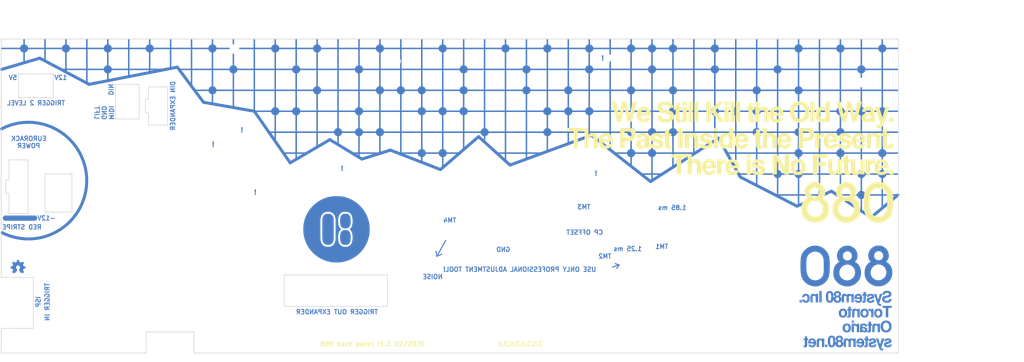
<source format=kicad_pcb>
(kicad_pcb (version 4) (host pcbnew 4.0.2-stable)
  (layers (0 F.Cu signal) (31 B.Cu signal) (34 B.Paste user) (35 F.Paste user) (36 B.SilkS user) (37 F.SilkS user) (38 B.Mask user) (39 F.Mask user) (44 Edge.Cuts user))
  (net 0 "")
  (module LOGO (layer F.Cu) (at 311.9 84.15)
    (fp_text reference G*** hide)
    (fp_text value LOGO hide)
  )
  (module LOGO (layer B.Cu) (at 180.15 114.65 180)
    (fp_text reference G*** hide)
    (fp_text value LOGO hide)
    (fp_poly (pts (xy 0.321595 11.09311) (xy 0.703203 11.086846) (xy 1.056351 11.07562) (xy 1.364899 11.059434) (xy 1.612707 11.038289) (xy 1.704195 11.026549) (xy 2.635516 10.844959) (xy 3.547432 10.58275) (xy 4.434108 10.242876) (xy 5.28971 9.82829) (xy 6.108403 9.341946) (xy 6.884351 8.786797) (xy 7.611719 8.165796) (xy 7.89369 7.89369) (xy 8.549806 7.178533) (xy 9.136798 6.415359) (xy 9.653222 5.607016) (xy 10.09764 4.756351) (xy 10.468609 3.866213) (xy 10.764689 2.93945) (xy 10.984439 1.978909) (xy 11.035239 1.684743) (xy 11.066221 1.429145) (xy 11.089918 1.106943) (xy 11.106331 0.735884) (xy 11.115458 0.333715) (xy 11.1173 -0.081814) (xy 11.111857 -0.492958) (xy 11.099128 -0.881966) (xy 11.079115 -1.231093) (xy 11.051816 -1.522589) (xy 11.035239 -1.642409) (xy 10.838571 -2.61504) (xy 10.565721 -3.552617) (xy 10.217361 -4.453381) (xy 9.794167 -5.315573) (xy 9.338245 -6.074833) (xy 8.769212 -6.865372) (xy 8.141349 -7.596321) (xy 7.458084 -8.265473) (xy 6.722843 -8.870617) (xy 5.939055 -9.409546) (xy 5.110146 -9.88005) (xy 4.239544 -10.27992) (xy 3.330676 -10.606947) (xy 2.38697 -10.858923) (xy 1.7145 -10.988328) (xy 1.570448 -11.005563) (xy 1.362424 -11.022084) (xy 1.104928 -11.037472) (xy 0.81246 -11.051312) (xy 0.499521 -11.063184) (xy 0.180612 -11.072673) (xy -0.129768 -11.07936) (xy -0.417117 -11.082828) (xy -0.666935 -11.082659) (xy -0.864721 -11.078436) (xy -0.995975 -11.069741) (xy -1.016 -11.066937) (xy -1.105202 -11.053926) (xy -1.2522 -11.03444) (xy -1.430707 -11.011924) (xy -1.502833 -11.00311) (xy -2.314458 -10.866906) (xy -3.138062 -10.655793) (xy -3.959011 -10.375236) (xy -4.76267 -10.030699) (xy -5.534403 -9.627648) (xy -6.074833 -9.295912) (xy -6.866199 -8.726382) (xy -7.597639 -8.098308) (xy -8.267001 -7.415041) (xy -8.872133 -6.679929) (xy -9.410884 -5.896322) (xy -9.8811 -5.067568) (xy -10.280629 -4.197017) (xy -10.607319 -3.288019) (xy -10.859019 -2.343922) (xy -10.992906 -1.642409) (xy -11.023888 -1.386812) (xy -11.047585 -1.064609) (xy -11.063998 -0.69355) (xy -11.073125 -0.291382) (xy -11.074967 0.124148) (xy -11.069524 0.535291) (xy -11.056795 0.9243) (xy -11.036782 1.273426) (xy -11.009483 1.564923) (xy -10.992906 1.684743) (xy -10.796238 2.657373) (xy -10.768797 2.751667) (xy -5.375914 2.751667) (xy -5.351238 2.152788) (xy -5.276493 1.620171) (xy -5.150891 1.151226) (xy -4.973641 0.743368) (xy -4.743953 0.394009) (xy -4.609571 0.240845) (xy -4.507556 0.133406) (xy -4.433651 0.052523) (xy -4.402825 0.014608) (xy -4.402667 0.013965) (xy -4.431066 -0.018869) (xy -4.504603 -0.091315) (xy -4.582583 -0.164648) (xy -4.822545 -0.441649) (xy -5.021528 -0.788466) (xy -5.177929 -1.199965) (xy -5.290149 -1.671011) (xy -5.356586 -2.196469) (xy -5.375914 -2.709333) (xy -5.350398 -3.32389) (xy -5.273934 -3.870996) (xy -5.146354 -4.350948) (xy -4.967493 -4.764041) (xy -4.737183 -5.110573) (xy -4.455258 -5.390838) (xy -4.121551 -5.605134) (xy -3.735895 -5.753756) (xy -3.649911 -5.776259) (xy -3.453451 -5.808937) (xy -3.202969 -5.829342) (xy -2.928278 -5.83704) (xy -2.65919 -5.8316) (xy -2.425518 -5.812588) (xy -2.319834 -5.795561) (xy -1.940855 -5.675697) (xy -1.589085 -5.483772) (xy -1.278401 -5.230361) (xy -1.022679 -4.926038) (xy -0.894106 -4.709115) (xy -0.736822 -4.32373) (xy -0.619475 -3.876907) (xy -0.543859 -3.382796) (xy -0.511771 -2.855547) (xy -0.525006 -2.30931) (xy -0.551697 -2.010833) (xy -0.641624 -1.479666) (xy -0.784103 -1.011006) (xy -0.955022 -0.655294) (xy 0.317402 -0.655294) (xy 0.317406 -1.231901) (xy 0.317958 -1.735803) (xy 0.319507 -2.172979) (xy 0.3225 -2.549408) (xy 0.327382 -2.871072) (xy 0.334602 -3.14395) (xy 0.344607 -3.374021) (xy 0.357843 -3.567267) (xy 0.374757 -3.729666) (xy 0.395798 -3.8672) (xy 0.421411 -3.985847) (xy 0.452045 -4.091589) (xy 0.488145 -4.190404) (xy 0.53016 -4.288273) (xy 0.578536 -4.391176) (xy 0.63372 -4.505092) (xy 0.658111 -4.555732) (xy 0.883592 -4.93759) (xy 1.162032 -5.256031) (xy 1.489351 -5.507736) (xy 1.86147 -5.68939) (xy 2.159 -5.775844) (xy 2.452958 -5.818926) (xy 2.790431 -5.835906) (xy 3.13438 -5.826739) (xy 3.447763 -5.791379) (xy 3.521482 -5.777511) (xy 3.850619 -5.687672) (xy 4.131714 -5.559086) (xy 4.39198 -5.376864) (xy 4.596874 -5.189077) (xy 4.852001 -4.893748) (xy 5.05619 -4.562913) (xy 5.219023 -4.17925) (xy 5.301038 -3.915833) (xy 5.318206 -3.852512) (xy 5.333177 -3.790595) (xy 5.346129 -3.724015) (xy 5.357243 -3.646705) (xy 5.366698 -3.552598) (xy 5.374674 -3.435626) (xy 5.381351 -3.289723) (xy 5.386907 -3.108821) (xy 5.391524 -2.886854) (xy 5.395379 -2.617755) (xy 5.398654 -2.295455) (xy 5.401527 -1.913889) (xy 5.404178 -1.466989) (xy 5.406787 -0.948687) (xy 5.409534 -0.352918) (xy 5.410075 -0.232833) (xy 5.412733 0.455385) (xy 5.414106 1.062915) (xy 5.414158 1.59373) (xy 5.412849 2.051799) (xy 5.410144 2.441093) (xy 5.406002 2.765582) (xy 5.400388 3.029237) (xy 5.393264 3.236029) (xy 5.38459 3.389928) (xy 5.374652 3.4925) (xy 5.277945 4.003355) (xy 5.131063 4.448715) (xy 4.932246 4.832543) (xy 4.679737 5.158799) (xy 4.598763 5.240768) (xy 4.289934 5.493707) (xy 3.954853 5.680228) (xy 3.582455 5.80436) (xy 3.161676 5.87013) (xy 2.832522 5.883598) (xy 2.347414 5.850169) (xy 1.911973 5.748194) (xy 1.526495 5.577908) (xy 1.191277 5.339548) (xy 0.906616 5.033351) (xy 0.672809 4.659553) (xy 0.490154 4.218391) (xy 0.414396 3.958167) (xy 0.3175 3.577167) (xy 0.3175 0) (xy 0.317402 -0.655294) (xy -0.955022 -0.655294) (xy -0.978427 -0.606585) (xy -1.22389 -0.268138) (xy -1.293059 -0.194143) (xy -1.515786 0.032171) (xy -1.287979 0.257148) (xy -1.040172 0.559347) (xy -0.83803 0.929428) (xy -0.682864 1.363151) (xy -0.575989 1.856279) (xy -0.518717 2.404571) (xy -0.508695 2.772833) (xy -0.534428 3.357525) (xy -0.610877 3.887737) (xy -0.736914 4.359677) (xy -0.911414 4.769557) (xy -1.13325 5.113584) (xy -1.241707 5.239054) (xy -1.506215 5.478901) (xy -1.793191 5.656712) (xy -2.117052 5.778529) (xy -2.492212 5.850396) (xy -2.752207 5.872278) (xy -3.247992 5.867013) (xy -3.691041 5.796763) (xy -4.081675 5.661149) (xy -4.420212 5.459789) (xy -4.706973 5.192305) (xy -4.942277 4.858314) (xy -5.126444 4.457437) (xy -5.259794 3.989295) (xy -5.342646 3.453505) (xy -5.37532 2.849689) (xy -5.375914 2.751667) (xy -10.768797 2.751667) (xy -10.523388 3.594951) (xy -10.175028 4.495715) (xy -9.751834 5.357906) (xy -9.295912 6.117167) (xy -8.733578 6.897789) (xy -8.110836 7.622523) (xy -7.432362 8.28836) (xy -6.702836 8.892292) (xy -5.926936 9.43131) (xy -5.109342 9.902405) (xy -4.254731 10.302568) (xy -3.367781 10.628791) (xy -2.453173 10.878065) (xy -1.661862 11.026549) (xy -1.448438 11.050042) (xy -1.166633 11.068576) (xy -0.832587 11.08215) (xy -0.46244 11.090763) (xy -0.072333 11.094416) (xy 0.321595 11.09311)) (layer B.Cu) (width 0.01))
    (fp_poly (pts (xy -2.626193 -0.243835) (xy -2.367189 -0.282005) (xy -2.197974 -0.330989) (xy -1.929897 -0.46816) (xy -1.707245 -0.653637) (xy -1.526969 -0.893139) (xy -1.386023 -1.192387) (xy -1.281358 -1.557099) (xy -1.209927 -1.992995) (xy -1.186574 -2.228886) (xy -1.166177 -2.704107) (xy -1.181089 -3.170013) (xy -1.229327 -3.609532) (xy -1.308909 -4.005596) (xy -1.417853 -4.341135) (xy -1.43709 -4.386287) (xy -1.574419 -4.613777) (xy -1.769845 -4.828057) (xy -1.997743 -5.00328) (xy -2.110619 -5.065673) (xy -2.224125 -5.115974) (xy -2.330289 -5.149884) (xy -2.451488 -5.171177) (xy -2.610102 -5.18363) (xy -2.828508 -5.191018) (xy -2.8575 -5.191692) (xy -3.069242 -5.193502) (xy -3.261216 -5.189754) (xy -3.411166 -5.181211) (xy -3.4925 -5.169873) (xy -3.81626 -5.047687) (xy -4.095045 -4.866833) (xy -4.316851 -4.636585) (xy -4.437122 -4.440107) (xy -4.53073 -4.225621) (xy -4.601829 -4.008348) (xy -4.653036 -3.772309) (xy -4.686968 -3.501526) (xy -4.706242 -3.180021) (xy -4.713473 -2.791816) (xy -4.713627 -2.751667) (xy -4.713283 -2.449018) (xy -4.709448 -2.213485) (xy -4.70079 -2.027547) (xy -4.685974 -1.873679) (xy -4.663668 -1.73436) (xy -4.632538 -1.592067) (xy -4.622164 -1.549725) (xy -4.502351 -1.170954) (xy -4.347078 -0.864193) (xy -4.150845 -0.622262) (xy -3.90815 -0.437982) (xy -3.689227 -0.332062) (xy -3.475143 -0.273909) (xy -3.208034 -0.239806) (xy -2.915762 -0.229775) (xy -2.626193 -0.243835)) (layer B.Cu) (width 0.01))
    (fp_poly (pts (xy -2.686424 5.226606) (xy -2.516967 5.221593) (xy -2.39309 5.209763) (xy -2.295253 5.188293) (xy -2.203917 5.154363) (xy -2.110619 5.110591) (xy -1.85675 4.954667) (xy -1.648039 4.754502) (xy -1.481052 4.503226) (xy -1.352359 4.193972) (xy -1.258526 3.819871) (xy -1.196123 3.374053) (xy -1.185773 3.259667) (xy -1.165517 2.807878) (xy -1.177587 2.362792) (xy -1.219957 1.940496) (xy -1.290603 1.557075) (xy -1.3875 1.228618) (xy -1.463614 1.052188) (xy -1.648098 0.777751) (xy -1.891649 0.56055) (xy -2.189037 0.40274) (xy -2.535027 0.306474) (xy -2.92439 0.273909) (xy -3.292961 0.298887) (xy -3.649947 0.381787) (xy -3.957284 0.52817) (xy -4.209652 0.734447) (xy -4.401731 0.99703) (xy -4.440723 1.073197) (xy -4.535986 1.296426) (xy -4.60807 1.52087) (xy -4.659511 1.762637) (xy -4.692848 2.037833) (xy -4.710618 2.362567) (xy -4.715356 2.752945) (xy -4.715117 2.815167) (xy -4.707377 3.212228) (xy -4.68712 3.541416) (xy -4.651632 3.818955) (xy -4.598201 4.061068) (xy -4.524113 4.28398) (xy -4.435867 4.485034) (xy -4.281502 4.720281) (xy -4.067843 4.93012) (xy -3.820235 5.091236) (xy -3.734688 5.130022) (xy -3.6229 5.170905) (xy -3.51369 5.198652) (xy -3.386703 5.215705) (xy -3.221583 5.224505) (xy -2.997973 5.227495) (xy -2.921 5.227624) (xy -2.686424 5.226606)) (layer B.Cu) (width 0.01))
    (fp_poly (pts (xy 3.143209 5.232312) (xy 3.52079 5.166486) (xy 3.842932 5.040594) (xy 4.113652 4.852617) (xy 4.336971 4.600535) (xy 4.48725 4.345165) (xy 4.534755 4.247924) (xy 4.576454 4.157996) (xy 4.612724 4.069438) (xy 4.643945 3.976304) (xy 4.670495 3.872649) (xy 4.692753 3.752527) (xy 4.711096 3.609995) (xy 4.725904 3.439106) (xy 4.737555 3.233915) (xy 4.746427 2.988478) (xy 4.752899 2.696848) (xy 4.757349 2.353082) (xy 4.760155 1.951234) (xy 4.761697 1.485358) (xy 4.762352 0.94951) (xy 4.762499 0.337744) (xy 4.7625 0.021167) (xy 4.762462 -0.628454) (xy 4.762096 -1.199355) (xy 4.761021 -1.697482) (xy 4.75886 -2.128782) (xy 4.755232 -2.499201) (xy 4.749759 -2.814686) (xy 4.74206 -3.081182) (xy 4.731758 -3.304637) (xy 4.718471 -3.490997) (xy 4.701823 -3.646209) (xy 4.681432 -3.776218) (xy 4.656919 -3.886971) (xy 4.627906 -3.984415) (xy 4.594014 -4.074496) (xy 4.554862 -4.16316) (xy 4.510071 -4.256354) (xy 4.486625 -4.304102) (xy 4.318245 -4.567661) (xy 4.093339 -4.804837) (xy 3.835077 -4.993987) (xy 3.651108 -5.084572) (xy 3.439724 -5.143377) (xy 3.17443 -5.182134) (xy 2.883044 -5.200019) (xy 2.593387 -5.19621) (xy 2.333278 -5.169884) (xy 2.155145 -5.128841) (xy 1.834304 -4.985766) (xy 1.563684 -4.782186) (xy 1.339864 -4.514078) (xy 1.159418 -4.177423) (xy 1.029701 -3.806977) (xy 1.015933 -3.754195) (xy 1.003899 -3.695467) (xy 0.993482 -3.625053) (xy 0.984567 -3.53721) (xy 0.977039 -3.426195) (xy 0.97078 -3.286265) (xy 0.965676 -3.111677) (xy 0.96161 -2.89669) (xy 0.958468 -2.635561) (xy 0.956132 -2.322547) (xy 0.954488 -1.951905) (xy 0.953419 -1.517893) (xy 0.952809 -1.014769) (xy 0.952543 -0.436789) (xy 0.9525 0.021167) (xy 0.95245 0.672612) (xy 0.952554 1.245255) (xy 0.953191 1.744959) (xy 0.95474 2.177588) (xy 0.95758 2.549004) (xy 0.962091 2.865072) (xy 0.968652 3.131656) (xy 0.977642 3.354619) (xy 0.98944 3.539825) (xy 1.004426 3.693137) (xy 1.022979 3.820419) (xy 1.045479 3.927535) (xy 1.072304 4.020348) (xy 1.103834 4.104722) (xy 1.140448 4.186521) (xy 1.182526 4.271608) (xy 1.230446 4.365846) (xy 1.233976 4.372833) (xy 1.416124 4.669067) (xy 1.633532 4.898224) (xy 1.894535 5.065214) (xy 2.207466 5.174944) (xy 2.580658 5.232326) (xy 2.706169 5.24009) (xy 3.143209 5.232312)) (layer B.Cu) (width 0.01))
  )
  (module MyModules:SNAP_HOLE_0.125_INCH (layer F.Cu) (at 297.1 114.15 180)
    (fp_text reference SNAP-HOLE-0.125-INCH hide)
    (fp_text value VAL** hide)
    (pad "" np_thru_hole oval (at 5.35 0.35 217.5) (size 12 7) (drill oval 12 7) (layers *.Cu *.Mask F.SilkS))
  )
  (module LOGO (layer B.Cu) (at 350.4 145.15 180)
    (fp_text reference G*** hide)
    (fp_text value LOGO hide)
    (fp_poly (pts (xy -11.807893 -6.966832) (xy -11.738816 -7.193189) (xy -11.674339 -7.400235) (xy -11.616424 -7.58199) (xy -11.567034 -7.732474) (xy -11.52813 -7.845704) (xy -11.501677 -7.9157) (xy -11.489709 -7.936572) (xy -11.477241 -7.904565) (xy -11.451446 -7.824468) (xy -11.414499 -7.703526) (xy -11.368577 -7.548984) (xy -11.315855 -7.368089) (xy -11.258508 -7.168084) (xy -11.250572 -7.140159) (xy -11.189962 -6.926933) (xy -11.131459 -6.721596) (xy -11.077783 -6.533664) (xy -11.031655 -6.372651) (xy -10.995798 -6.248073) (xy -10.973219 -6.170419) (xy -10.916118 -5.976471) (xy -10.526088 -5.976471) (xy -10.369603 -5.977031) (xy -10.262057 -5.979468) (xy -10.194926 -5.984922) (xy -10.159689 -5.99453) (xy -10.147822 -6.009432) (xy -10.149647 -6.026754) (xy -10.166465 -6.080847) (xy -10.200094 -6.182016) (xy -10.248531 -6.324567) (xy -10.309772 -6.502806) (xy -10.381815 -6.71104) (xy -10.462656 -6.943575) (xy -10.550292 -7.194718) (xy -10.64272 -7.458775) (xy -10.737937 -7.730052) (xy -10.83394 -8.002855) (xy -10.928726 -8.271492) (xy -11.02029 -8.530268) (xy -11.106631 -8.77349) (xy -11.185745 -8.995464) (xy -11.25563 -9.190496) (xy -11.314281 -9.352894) (xy -11.359695 -9.476962) (xy -11.389871 -9.557008) (xy -11.401712 -9.585562) (xy -11.4992 -9.730559) (xy -11.626501 -9.839121) (xy -11.788874 -9.913665) (xy -11.991581 -9.956607) (xy -12.239553 -9.970362) (xy -12.527601 -9.970362) (xy -12.527601 -9.403716) (xy -12.357484 -9.406892) (xy -12.241385 -9.402736) (xy -12.160072 -9.381783) (xy -12.10607 -9.34996) (xy -12.007643 -9.256501) (xy -11.934431 -9.146919) (xy -11.897788 -9.039514) (xy -11.895623 -9.01074) (xy -11.905142 -8.967201) (xy -11.932437 -8.874991) (xy -11.975705 -8.739469) (xy -12.033141 -8.56599) (xy -12.10294 -8.359911) (xy -12.183298 -8.12659) (xy -12.272411 -7.871383) (xy -12.368475 -7.599647) (xy -12.412817 -7.475282) (xy -12.51097 -7.200245) (xy -12.603027 -6.941362) (xy -12.687209 -6.703705) (xy -12.761734 -6.492345) (xy -12.824823 -6.312352) (xy -12.874694 -6.1688) (xy -12.909567 -6.066758) (xy -12.927661 -6.011299) (xy -12.929864 -6.002714) (xy -12.902766 -5.99324) (xy -12.828002 -5.985331) (xy -12.715361 -5.979612) (xy -12.574634 -5.976707) (xy -12.518527 -5.976471) (xy -12.107191 -5.976471) (xy -11.807893 -6.966832)) (layer B.Cu) (width 0.01))
    (fp_poly (pts (xy -13.841505 -5.966666) (xy -13.584798 -6.02406) (xy -13.366487 -6.120834) (xy -13.184019 -6.257905) (xy -13.135397 -6.307555) (xy -13.023779 -6.458154) (xy -12.944043 -6.624491) (xy -12.904182 -6.788337) (xy -12.901131 -6.841762) (xy -12.901131 -6.924661) (xy -13.261195 -6.924661) (xy -13.412431 -6.923825) (xy -13.515784 -6.920462) (xy -13.580825 -6.913296) (xy -13.617123 -6.901045) (xy -13.634247 -6.882432) (xy -13.637418 -6.874378) (xy -13.677197 -6.763677) (xy -13.717274 -6.692573) (xy -13.769905 -6.644456) (xy -13.832692 -6.609693) (xy -13.965343 -6.564449) (xy -14.10437 -6.548767) (xy -14.239964 -6.559451) (xy -14.362312 -6.593308) (xy -14.461605 -6.647143) (xy -14.528031 -6.717762) (xy -14.55178 -6.801971) (xy -14.546304 -6.842038) (xy -14.533461 -6.872463) (xy -14.507622 -6.900576) (xy -14.462356 -6.929007) (xy -14.391235 -6.960382) (xy -14.287829 -6.99733) (xy -14.145709 -7.042479) (xy -13.958444 -7.098457) (xy -13.820588 -7.13867) (xy -13.641084 -7.192537) (xy -13.472598 -7.246404) (xy -13.325968 -7.296552) (xy -13.21203 -7.339261) (xy -13.14162 -7.370812) (xy -13.137535 -7.373125) (xy -13.001652 -7.484686) (xy -12.900194 -7.634693) (xy -12.837902 -7.812388) (xy -12.819518 -8.00701) (xy -12.824952 -8.082509) (xy -12.863067 -8.244593) (xy -12.934255 -8.413311) (xy -13.027696 -8.567593) (xy -13.132569 -8.686372) (xy -13.137105 -8.690307) (xy -13.309307 -8.803079) (xy -13.524149 -8.886495) (xy -13.774087 -8.939193) (xy -14.051575 -8.959813) (xy -14.349066 -8.946991) (xy -14.474946 -8.931768) (xy -14.72773 -8.875029) (xy -14.946409 -8.784234) (xy -15.126922 -8.663041) (xy -15.265205 -8.515106) (xy -15.357193 -8.344088) (xy -15.398824 -8.153642) (xy -15.400904 -8.098428) (xy -15.400904 -7.987783) (xy -14.687705 -7.987783) (xy -14.624733 -8.117866) (xy -14.566291 -8.210737) (xy -14.498527 -8.278582) (xy -14.479225 -8.290629) (xy -14.355742 -8.332283) (xy -14.202576 -8.351681) (xy -14.037434 -8.349867) (xy -13.878022 -8.327882) (xy -13.742045 -8.286772) (xy -13.664302 -8.24262) (xy -13.602513 -8.163814) (xy -13.592826 -8.075046) (xy -13.635177 -7.990452) (xy -13.665615 -7.961777) (xy -13.722282 -7.930209) (xy -13.820185 -7.888552) (xy -13.945266 -7.842368) (xy -14.075061 -7.799797) (xy -14.321124 -7.723858) (xy -14.518696 -7.66221) (xy -14.674224 -7.612284) (xy -14.794154 -7.571512) (xy -14.884932 -7.537325) (xy -14.953005 -7.507155) (xy -15.00482 -7.478433) (xy -15.046822 -7.448593) (xy -15.085459 -7.415064) (xy -15.117728 -7.38439) (xy -15.220876 -7.263555) (xy -15.283271 -7.132782) (xy -15.309424 -6.978164) (xy -15.305558 -6.805354) (xy -15.26153 -6.581899) (xy -15.170292 -6.389337) (xy -15.034115 -6.229338) (xy -14.85527 -6.103571) (xy -14.636026 -6.013706) (xy -14.378655 -5.961413) (xy -14.139159 -5.947738) (xy -13.841505 -5.966666)) (layer B.Cu) (width 0.01))
    (fp_poly (pts (xy -8.717908 -5.965406) (xy -8.469191 -6.017169) (xy -8.258033 -6.105042) (xy -8.079666 -6.230614) (xy -8.034732 -6.272964) (xy -7.904099 -6.433898) (xy -7.82277 -6.611253) (xy -7.788529 -6.769965) (xy -7.767537 -6.924661) (xy -8.136257 -6.924661) (xy -8.290022 -6.923751) (xy -8.395046 -6.92032) (xy -8.460033 -6.913316) (xy -8.493689 -6.901688) (xy -8.50472 -6.884386) (xy -8.504977 -6.880135) (xy -8.517624 -6.824808) (xy -8.548235 -6.751989) (xy -8.549982 -6.748578) (xy -8.621751 -6.663691) (xy -8.728795 -6.602369) (xy -8.858591 -6.564804) (xy -8.998615 -6.551187) (xy -9.136344 -6.561708) (xy -9.259254 -6.59656) (xy -9.354822 -6.655934) (xy -9.408964 -6.735461) (xy -9.423803 -6.789923) (xy -9.422135 -6.836305) (xy -9.398523 -6.877695) (xy -9.347527 -6.917184) (xy -9.26371 -6.957862) (xy -9.141632 -7.002819) (xy -8.975855 -7.055144) (xy -8.760941 -7.117927) (xy -8.710414 -7.132344) (xy -8.487337 -7.197024) (xy -8.312041 -7.251289) (xy -8.17654 -7.298599) (xy -8.072849 -7.342414) (xy -7.992984 -7.386195) (xy -7.928959 -7.433401) (xy -7.872789 -7.487492) (xy -7.860872 -7.500462) (xy -7.771486 -7.629288) (xy -7.720063 -7.780764) (xy -7.70371 -7.965437) (xy -7.706982 -8.061546) (xy -7.74779 -8.284362) (xy -7.840721 -8.483264) (xy -7.986349 -8.659444) (xy -8.002465 -8.6746) (xy -8.160515 -8.785437) (xy -8.361665 -8.870797) (xy -8.596653 -8.928884) (xy -8.856218 -8.957899) (xy -9.131099 -8.956046) (xy -9.338235 -8.933849) (xy -9.612541 -8.872638) (xy -9.839565 -8.778878) (xy -10.019459 -8.652456) (xy -10.152378 -8.49326) (xy -10.238474 -8.301178) (xy -10.247715 -8.268157) (xy -10.276359 -8.156832) (xy -10.289713 -8.079666) (xy -10.28045 -8.030415) (xy -10.241244 -8.002838) (xy -10.164768 -7.99069) (xy -10.043696 -7.98773) (xy -9.918668 -7.987783) (xy -9.55091 -7.987783) (xy -9.516331 -8.08341) (xy -9.453804 -8.198455) (xy -9.357928 -8.277858) (xy -9.219693 -8.328342) (xy -9.175833 -8.337536) (xy -9.008805 -8.355239) (xy -8.851334 -8.347687) (xy -8.710716 -8.318383) (xy -8.594246 -8.270829) (xy -8.509222 -8.208527) (xy -8.462938 -8.134981) (xy -8.462692 -8.053694) (xy -8.485396 -8.006076) (xy -8.504741 -7.982136) (xy -8.53396 -7.958741) (xy -8.578856 -7.933697) (xy -8.645232 -7.904814) (xy -8.738891 -7.869898) (xy -8.865635 -7.826758) (xy -9.031268 -7.773203) (xy -9.241592 -7.707039) (xy -9.441381 -7.644966) (xy -9.633679 -7.580709) (xy -9.79174 -7.51828) (xy -9.906407 -7.461446) (xy -9.939521 -7.440079) (xy -10.064382 -7.316282) (xy -10.144373 -7.157785) (xy -10.179997 -6.963456) (xy -10.182111 -6.895928) (xy -10.157606 -6.661775) (xy -10.085285 -6.457871) (xy -9.967162 -6.285845) (xy -9.805252 -6.147323) (xy -9.601569 -6.043934) (xy -9.358128 -5.977304) (xy -9.076944 -5.949061) (xy -9.008951 -5.948163) (xy -8.717908 -5.965406)) (layer B.Cu) (width 0.01))
    (fp_poly (pts (xy -6.63733 -6.033937) (xy -6.235067 -6.033937) (xy -6.235067 -6.551132) (xy -6.639748 -6.551132) (xy -6.631355 -7.412137) (xy -6.628788 -7.67234) (xy -6.625701 -7.880781) (xy -6.620596 -8.043157) (xy -6.611975 -8.165164) (xy -6.598339 -8.252498) (xy -6.57819 -8.310855) (xy -6.55003 -8.345931) (xy -6.51236 -8.363423) (xy -6.463682 -8.369027) (xy -6.402499 -8.368438) (xy -6.37996 -8.367871) (xy -6.235067 -8.36457) (xy -6.235067 -8.632831) (xy -6.23653 -8.761479) (xy -6.242223 -8.843927) (xy -6.254108 -8.891398) (xy -6.274146 -8.915111) (xy -6.28535 -8.920641) (xy -6.349955 -8.934258) (xy -6.453822 -8.944491) (xy -6.578822 -8.95082) (xy -6.706822 -8.952723) (xy -6.819691 -8.949681) (xy -6.899298 -8.941172) (xy -6.910294 -8.938586) (xy -7.042289 -8.894788) (xy -7.137491 -8.84391) (xy -7.216436 -8.77493) (xy -7.21765 -8.77365) (xy -7.260538 -8.726446) (xy -7.295368 -8.68039) (xy -7.322975 -8.629158) (xy -7.344198 -8.566424) (xy -7.359874 -8.485863) (xy -7.370841 -8.381149) (xy -7.377937 -8.245957) (xy -7.382 -8.073961) (xy -7.383867 -7.858837) (xy -7.384375 -7.594257) (xy -7.384389 -7.514611) (xy -7.384389 -6.551132) (xy -7.757918 -6.551132) (xy -7.757918 -6.033937) (xy -7.384389 -6.033937) (xy -7.384389 -5.286878) (xy -6.63733 -5.286878) (xy -6.63733 -6.033937)) (layer B.Cu) (width 0.01))
    (fp_poly (pts (xy -4.740649 -5.956639) (xy -4.510086 -5.99625) (xy -4.290698 -6.07739) (xy -4.254899 -6.094734) (xy -4.09952 -6.194613) (xy -3.947753 -6.330973) (xy -3.817788 -6.48545) (xy -3.738739 -6.615847) (xy -3.66638 -6.802101) (xy -3.609569 -7.020944) (xy -3.57346 -7.248449) (xy -3.562895 -7.432085) (xy -3.562895 -7.67172) (xy -5.458176 -7.67172) (xy -5.441722 -7.808202) (xy -5.418784 -7.913502) (xy -5.378024 -8.034141) (xy -5.348889 -8.10093) (xy -5.278737 -8.219248) (xy -5.197614 -8.297202) (xy -5.093373 -8.341001) (xy -4.953867 -8.356855) (xy -4.850638 -8.355637) (xy -4.697353 -8.341148) (xy -4.584135 -8.306581) (xy -4.494793 -8.243568) (xy -4.413132 -8.143742) (xy -4.398523 -8.122013) (xy -4.329059 -8.016516) (xy -3.960344 -8.016516) (xy -3.802402 -8.017789) (xy -3.694275 -8.022138) (xy -3.628356 -8.030356) (xy -3.59704 -8.043239) (xy -3.591628 -8.055027) (xy -3.609553 -8.128091) (xy -3.657439 -8.229292) (xy -3.726454 -8.344368) (xy -3.807768 -8.459058) (xy -3.89255 -8.559103) (xy -3.922116 -8.588691) (xy -4.135129 -8.751498) (xy -4.378115 -8.868715) (xy -4.643815 -8.938527) (xy -4.92497 -8.959116) (xy -5.214321 -8.928668) (xy -5.250928 -8.921134) (xy -5.496156 -8.840916) (xy -5.707559 -8.715411) (xy -5.883671 -8.546823) (xy -6.023021 -8.337355) (xy -6.124144 -8.089211) (xy -6.18557 -7.804595) (xy -6.205835 -7.487542) (xy -6.188203 -7.168652) (xy -6.185504 -7.154525) (xy -5.437887 -7.154525) (xy -4.337592 -7.154525) (xy -4.355087 -7.07551) (xy -4.415287 -6.875878) (xy -4.49819 -6.726035) (xy -4.607359 -6.621585) (xy -4.746357 -6.558131) (xy -4.781674 -6.549152) (xy -4.953129 -6.536504) (xy -5.106521 -6.575759) (xy -5.236419 -6.662759) (xy -5.337388 -6.793346) (xy -5.403994 -6.963361) (xy -5.419087 -7.036957) (xy -5.437887 -7.154525) (xy -6.185504 -7.154525) (xy -6.135159 -6.891085) (xy -6.044719 -6.64942) (xy -5.914897 -6.438237) (xy -5.758593 -6.265854) (xy -5.594338 -6.132491) (xy -5.425197 -6.040715) (xy -5.235272 -5.984023) (xy -5.008668 -5.955912) (xy -4.999547 -5.955346) (xy -4.740649 -5.956639)) (layer B.Cu) (width 0.01))
    (fp_poly (pts (xy 4.994298 -5.06171) (xy 5.17774 -5.113249) (xy 5.376138 -5.218353) (xy 5.54864 -5.372764) (xy 5.692897 -5.573365) (xy 5.806559 -5.817042) (xy 5.872205 -6.033937) (xy 5.91896 -6.283718) (xy 5.950015 -6.571499) (xy 5.965095 -6.879925) (xy 5.963925 -7.191637) (xy 5.946232 -7.489281) (xy 5.911739 -7.755499) (xy 5.900402 -7.815385) (xy 5.822266 -8.116192) (xy 5.719566 -8.366707) (xy 5.589958 -8.569631) (xy 5.431097 -8.72767) (xy 5.240639 -8.843528) (xy 5.016239 -8.919907) (xy 4.92665 -8.938267) (xy 4.654435 -8.961622) (xy 4.398929 -8.936128) (xy 4.165548 -8.864085) (xy 3.959707 -8.747791) (xy 3.786821 -8.589547) (xy 3.656092 -8.398823) (xy 3.602042 -8.28182) (xy 3.547868 -8.138514) (xy 3.49958 -7.987859) (xy 3.463188 -7.848808) (xy 3.444702 -7.740315) (xy 3.443945 -7.729763) (xy 3.439746 -7.721128) (xy 3.432078 -7.76141) (xy 3.422363 -7.842268) (xy 3.418945 -7.876482) (xy 3.368464 -8.128602) (xy 3.270704 -8.352674) (xy 3.13001 -8.545899) (xy 2.950726 -8.705477) (xy 2.737195 -8.828607) (xy 2.493763 -8.91249) (xy 2.224772 -8.954326) (xy 1.934568 -8.951315) (xy 1.781448 -8.931883) (xy 1.540448 -8.86508) (xy 1.316495 -8.750881) (xy 1.119653 -8.596604) (xy 0.959985 -8.409565) (xy 0.883291 -8.278774) (xy 0.841947 -8.191188) (xy 0.815063 -8.11871) (xy 0.799544 -8.044537) (xy 0.792298 -7.95187) (xy 0.790232 -7.823908) (xy 0.790159 -7.772929) (xy 0.791542 -7.654892) (xy 1.536563 -7.654892) (xy 1.538119 -7.817787) (xy 1.57841 -7.972905) (xy 1.659485 -8.10871) (xy 1.699908 -8.151451) (xy 1.838887 -8.24396) (xy 2.002368 -8.29302) (xy 2.174632 -8.296228) (xy 2.339959 -8.251177) (xy 2.342931 -8.249838) (xy 2.483371 -8.157028) (xy 2.586294 -8.029791) (xy 2.649673 -7.878896) (xy 2.671482 -7.715113) (xy 2.649696 -7.549211) (xy 2.60881 -7.453828) (xy 3.392767 -7.453828) (xy 3.398049 -7.491095) (xy 3.407858 -7.49154) (xy 3.414717 -7.453084) (xy 3.410126 -7.436468) (xy 3.397368 -7.425585) (xy 3.392767 -7.453828) (xy 2.60881 -7.453828) (xy 2.582289 -7.391959) (xy 2.520205 -7.307492) (xy 2.44372 -7.234807) (xy 2.36146 -7.177288) (xy 2.335931 -7.164612) (xy 2.223785 -7.136347) (xy 2.086455 -7.126983) (xy 1.953066 -7.137049) (xy 1.876701 -7.156288) (xy 1.743812 -7.234919) (xy 1.641459 -7.351922) (xy 1.571693 -7.495758) (xy 1.536563 -7.654892) (xy 0.791542 -7.654892) (xy 0.791918 -7.62282) (xy 0.798759 -7.51396) (xy 0.813028 -7.430194) (xy 0.837069 -7.355371) (xy 0.857899 -7.306415) (xy 0.933122 -7.181948) (xy 1.043831 -7.050546) (xy 1.173656 -6.930047) (xy 1.264254 -6.863599) (xy 1.336086 -6.817074) (xy 1.183807 -6.680154) (xy 1.057763 -6.554278) (xy 0.975205 -6.435237) (xy 0.928074 -6.305021) (xy 0.90831 -6.145619) (xy 0.906199 -6.059773) (xy 0.906352 -6.047032) (xy 1.585583 -6.047032) (xy 1.585999 -6.150506) (xy 1.599481 -6.260454) (xy 1.626285 -6.336705) (xy 1.67517 -6.402848) (xy 1.682718 -6.410995) (xy 1.758767 -6.478875) (xy 1.838936 -6.532111) (xy 1.853281 -6.53914) (xy 1.974219 -6.57097) (xy 2.120675 -6.578156) (xy 2.266635 -6.561486) (xy 2.383567 -6.523049) (xy 2.511592 -6.429543) (xy 2.59609 -6.308884) (xy 2.636016 -6.172149) (xy 2.630324 -6.03041) (xy 2.577971 -5.894742) (xy 2.477912 -5.77622) (xy 2.455711 -5.75829) (xy 2.327805 -5.692837) (xy 2.171904 -5.661265) (xy 2.007332 -5.664851) (xy 1.853416 -5.704872) (xy 1.826888 -5.716741) (xy 1.698179 -5.801048) (xy 1.61905 -5.908793) (xy 1.585583 -6.047032) (xy 0.906352 -6.047032) (xy 0.907739 -5.93218) (xy 0.917106 -5.839377) (xy 0.939362 -5.758753) (xy 0.979573 -5.667697) (xy 1.005657 -5.615764) (xy 1.137418 -5.418758) (xy 1.310463 -5.260265) (xy 1.52199 -5.141941) (xy 1.769196 -5.065442) (xy 1.988378 -5.035631) (xy 2.272824 -5.039781) (xy 2.535359 -5.091895) (xy 2.77076 -5.190277) (xy 2.973807 -5.333229) (xy 3.011273 -5.36819) (xy 3.138944 -5.511837) (xy 3.22317 -5.656884) (xy 3.270633 -5.819721) (xy 3.288012 -6.016744) (xy 3.288426 -6.048304) (xy 3.27947 -6.229778) (xy 3.245578 -6.378225) (xy 3.179752 -6.507161) (xy 3.074994 -6.630098) (xy 2.924308 -6.76055) (xy 2.916403 -6.76676) (xy 2.876794 -6.801868) (xy 2.882346 -6.824664) (xy 2.914843 -6.846662) (xy 3.016245 -6.92295) (xy 3.126199 -7.02583) (xy 3.227745 -7.137638) (xy 3.303926 -7.240707) (xy 3.320087 -7.268787) (xy 3.387823 -7.398756) (xy 3.389396 -7.05396) (xy 3.394188 -6.921921) (xy 4.158789 -6.921921) (xy 4.162346 -7.216074) (xy 4.17939 -7.484425) (xy 4.209168 -7.720339) (xy 4.250924 -7.917182) (xy 4.303905 -8.068322) (xy 4.343443 -8.138126) (xy 4.44503 -8.234358) (xy 4.575238 -8.289167) (xy 4.719743 -8.299318) (xy 4.864223 -8.261574) (xy 4.872637 -8.257688) (xy 4.958553 -8.201814) (xy 5.028551 -8.120276) (xy 5.084125 -8.007859) (xy 5.126764 -7.859345) (xy 5.157962 -7.669517) (xy 5.179208 -7.433159) (xy 5.191995 -7.145053) (xy 5.192135 -7.140159) (xy 5.196065 -6.816378) (xy 5.187356 -6.543404) (xy 5.165013 -6.315772) (xy 5.128041 -6.128015) (xy 5.075448 -5.974666) (xy 5.006239 -5.85026) (xy 4.9436 -5.773469) (xy 4.87304 -5.705825) (xy 4.813298 -5.672155) (xy 4.739918 -5.66107) (xy 4.700873 -5.660408) (xy 4.561936 -5.675867) (xy 4.44756 -5.72477) (xy 4.355622 -5.810907) (xy 4.283996 -5.938068) (xy 4.230559 -6.110042) (xy 4.193188 -6.330619) (xy 4.169759 -6.603588) (xy 4.169475 -6.608598) (xy 4.158789 -6.921921) (xy 3.394188 -6.921921) (xy 3.404539 -6.636788) (xy 3.446099 -6.270071) (xy 3.514333 -5.953097) (xy 3.6095 -5.685152) (xy 3.731858 -5.465526) (xy 3.881664 -5.293505) (xy 4.059175 -5.168378) (xy 4.074826 -5.160248) (xy 4.278579 -5.084077) (xy 4.511569 -5.04176) (xy 4.756056 -5.034052) (xy 4.994298 -5.06171)) (layer B.Cu) (width 0.01))
    (fp_poly (pts (xy 11.33641 -5.954951) (xy 11.482741 -5.968825) (xy 11.601224 -5.99427) (xy 11.721338 -6.03885) (xy 11.79584 -6.072872) (xy 12.01476 -6.202569) (xy 12.194151 -6.36633) (xy 12.335608 -6.566966) (xy 12.440723 -6.807287) (xy 12.511088 -7.090107) (xy 12.547066 -7.398669) (xy 12.565003 -7.67172) (xy 10.651916 -7.67172) (xy 10.668244 -7.829923) (xy 10.704717 -7.993857) (xy 10.773959 -8.143284) (xy 10.866834 -8.260091) (xy 10.89846 -8.28645) (xy 10.968721 -8.32361) (xy 11.065899 -8.34574) (xy 11.185791 -8.355821) (xy 11.307078 -8.358027) (xy 11.394672 -8.348056) (xy 11.471769 -8.321851) (xy 11.521946 -8.297015) (xy 11.637053 -8.213769) (xy 11.708711 -8.122518) (xy 11.766177 -8.016672) (xy 12.146773 -8.016594) (xy 12.527368 -8.016516) (xy 12.472079 -8.162026) (xy 12.358621 -8.381574) (xy 12.198191 -8.573988) (xy 11.997231 -8.733336) (xy 11.76218 -8.853684) (xy 11.694242 -8.878542) (xy 11.540047 -8.917244) (xy 11.357214 -8.943063) (xy 11.168056 -8.95441) (xy 10.994885 -8.9497) (xy 10.892932 -8.935539) (xy 10.650855 -8.857358) (xy 10.432758 -8.733417) (xy 10.247015 -8.570165) (xy 10.102001 -8.374049) (xy 10.060345 -8.294449) (xy 9.988196 -8.120873) (xy 9.940034 -7.951628) (xy 9.912363 -7.768603) (xy 9.901685 -7.553685) (xy 9.901303 -7.470589) (xy 9.922445 -7.154525) (xy 10.661392 -7.154525) (xy 11.206601 -7.154525) (xy 11.396485 -7.154188) (xy 11.536455 -7.152694) (xy 11.634058 -7.149318) (xy 11.696846 -7.143336) (xy 11.732368 -7.134021) (xy 11.748173 -7.120651) (xy 11.75181 -7.102498) (xy 11.75181 -7.102178) (xy 11.734792 -7.001539) (xy 11.690651 -6.881111) (xy 11.62976 -6.764654) (xy 11.568389 -6.682002) (xy 11.44196 -6.587386) (xy 11.292398 -6.538913) (xy 11.132635 -6.537985) (xy 10.975601 -6.586003) (xy 10.927122 -6.612497) (xy 10.85412 -6.68089) (xy 10.782033 -6.787765) (xy 10.720995 -6.914884) (xy 10.68114 -7.044007) (xy 10.677839 -7.061143) (xy 10.661392 -7.154525) (xy 9.922445 -7.154525) (xy 9.923507 -7.138663) (xy 9.986352 -6.844312) (xy 10.088394 -6.589065) (xy 10.228185 -6.374447) (xy 10.404279 -6.201988) (xy 10.615231 -6.073213) (xy 10.859594 -5.98965) (xy 11.135922 -5.952828) (xy 11.33641 -5.954951)) (layer B.Cu) (width 0.01))
    (fp_poly (pts (xy 13.648191 -6.033937) (xy 14.050453 -6.033937) (xy 14.050453 -6.551132) (xy 13.648191 -6.551132) (xy 13.648191 -7.407631) (xy 13.648211 -7.668795) (xy 13.649223 -7.878172) (xy 13.652647 -8.04144) (xy 13.659907 -8.164276) (xy 13.672425 -8.252358) (xy 13.691625 -8.311363) (xy 13.718929 -8.346969) (xy 13.755759 -8.364854) (xy 13.803539 -8.370695) (xy 13.863691 -8.370169) (xy 13.889226 -8.369501) (xy 14.050453 -8.365726) (xy 14.050453 -8.633132) (xy 14.050226 -8.755801) (xy 14.043353 -8.839351) (xy 14.020549 -8.891997) (xy 13.972526 -8.921958) (xy 13.889999 -8.937448) (xy 13.763682 -8.946685) (xy 13.69129 -8.950919) (xy 13.500497 -8.951932) (xy 13.34532 -8.931305) (xy 13.322573 -8.925437) (xy 13.16941 -8.865958) (xy 13.055133 -8.779648) (xy 12.962866 -8.653555) (xy 12.958598 -8.646098) (xy 12.886765 -8.519344) (xy 12.868965 -6.551132) (xy 12.527602 -6.551132) (xy 12.527602 -6.033937) (xy 12.872399 -6.033937) (xy 12.872399 -5.286878) (xy 13.648191 -5.286878) (xy 13.648191 -6.033937)) (layer B.Cu) (width 0.01))
    (fp_poly (pts (xy -1.678165 -5.955436) (xy -1.49762 -5.991198) (xy -1.342707 -6.064741) (xy -1.201779 -6.179877) (xy -1.200016 -6.181636) (xy -1.055702 -6.325951) (xy -0.937297 -6.210052) (xy -0.780488 -6.086239) (xy -0.601985 -6.004766) (xy -0.390813 -5.961224) (xy -0.299071 -5.953672) (xy -0.080376 -5.954749) (xy 0.09976 -5.986954) (xy 0.253398 -6.054206) (xy 0.392594 -6.160425) (xy 0.42072 -6.187648) (xy 0.477087 -6.24543) (xy 0.523865 -6.299537) (xy 0.561947 -6.35578) (xy 0.592227 -6.41997) (xy 0.615599 -6.497916) (xy 0.632957 -6.59543) (xy 0.645194 -6.718321) (xy 0.653204 -6.8724) (xy 0.657882 -7.063478) (xy 0.660121 -7.297365) (xy 0.660814 -7.579871) (xy 0.66086 -7.748768) (xy 0.66086 -8.849774) (xy -0.086199 -8.849774) (xy -0.086199 -7.87001) (xy -0.086503 -7.600702) (xy -0.087596 -7.38272) (xy -0.089743 -7.209926) (xy -0.093212 -7.076182) (xy -0.09827 -6.97535) (xy -0.105186 -6.901292) (xy -0.114225 -6.847871) (xy -0.125655 -6.808949) (xy -0.133173 -6.791256) (xy -0.209103 -6.692233) (xy -0.317667 -6.628819) (xy -0.446262 -6.60119) (xy -0.58228 -6.609517) (xy -0.713118 -6.653976) (xy -0.826171 -6.73474) (xy -0.866533 -6.78115) (xy -0.896279 -6.832251) (xy -0.920474 -6.901549) (xy -0.939612 -6.99462) (xy -0.954187 -7.117037) (xy -0.964694 -7.274376) (xy -0.971628 -7.472213) (xy -0.975482 -7.716122) (xy -0.976752 -8.011677) (xy -0.976756 -8.0237) (xy -0.976923 -8.849774) (xy -1.723981 -8.849774) (xy -1.723981 -7.857058) (xy -1.724211 -7.574342) (xy -1.725466 -7.343319) (xy -1.728597 -7.158217) (xy -1.734453 -7.013265) (xy -1.743883 -6.902689) (xy -1.757739 -6.820718) (xy -1.776869 -6.761578) (xy -1.802124 -6.719498) (xy -1.834353 -6.688706) (xy -1.874405 -6.663429) (xy -1.90185 -6.648868) (xy -2.024494 -6.610995) (xy -2.166506 -6.604705) (xy -2.301162 -6.629571) (xy -2.362143 -6.656223) (xy -2.437654 -6.719869) (xy -2.506586 -6.811402) (xy -2.521323 -6.838024) (xy -2.539005 -6.874586) (xy -2.553129 -6.911364) (xy -2.564096 -6.954963) (xy -2.572303 -7.01199) (xy -2.578151 -7.089049) (xy -2.582038 -7.192746) (xy -2.584365 -7.329688) (xy -2.585529 -7.50648) (xy -2.585931 -7.729727) (xy -2.585972 -7.907672) (xy -2.585972 -8.849774) (xy -3.361764 -8.849774) (xy -3.361764 -5.976471) (xy -2.614705 -5.976471) (xy -2.614705 -6.327881) (xy -2.49259 -6.208972) (xy -2.340711 -6.084475) (xy -2.180343 -6.004784) (xy -1.994216 -5.96251) (xy -1.895986 -5.953638) (xy -1.678165 -5.955436)) (layer B.Cu) (width 0.01))
    (fp_poly (pts (xy 6.895928 -8.849774) (xy 6.091403 -8.849774) (xy 6.091403 -8.045249) (xy 6.895928 -8.045249) (xy 6.895928 -8.849774)) (layer B.Cu) (width 0.01))
    (fp_poly (pts (xy 8.910597 -5.959994) (xy 9.134257 -6.012214) (xy 9.325292 -6.110876) (xy 9.482502 -6.255385) (xy 9.59101 -6.418289) (xy 9.668666 -6.565498) (xy 9.677086 -7.707636) (xy 9.685507 -8.849774) (xy 8.935973 -8.849774) (xy 8.935973 -7.902166) (xy 8.935486 -7.617697) (xy 8.93349 -7.384829) (xy 8.929185 -7.197698) (xy 8.921772 -7.050443) (xy 8.91045 -6.937202) (xy 8.894418 -6.852112) (xy 8.872878 -6.789313) (xy 8.845027 -6.742942) (xy 8.810067 -6.707136) (xy 8.76874 -6.677043) (xy 8.63257 -6.618998) (xy 8.473992 -6.599489) (xy 8.31215 -6.617354) (xy 8.166188 -6.671433) (xy 8.097788 -6.717719) (xy 8.047043 -6.762609) (xy 8.005953 -6.807432) (xy 7.973496 -6.858558) (xy 7.94865 -6.922357) (xy 7.930394 -7.005199) (xy 7.917707 -7.113455) (xy 7.909568 -7.253495) (xy 7.904955 -7.431689) (xy 7.902847 -7.654406) (xy 7.902222 -7.928018) (xy 7.902215 -7.9375) (xy 7.901584 -8.849774) (xy 7.154525 -8.849774) (xy 7.154525 -5.976471) (xy 7.901584 -5.976471) (xy 7.901584 -6.34015) (xy 8.025391 -6.221522) (xy 8.192549 -6.090262) (xy 8.376762 -6.005118) (xy 8.59106 -5.960575) (xy 8.655512 -5.954811) (xy 8.910597 -5.959994)) (layer B.Cu) (width 0.01))
    (fp_poly (pts (xy -13.264591 0.014685) (xy -12.957418 -0.050201) (xy -12.670769 -0.167364) (xy -12.407384 -0.336039) (xy -12.233755 -0.488887) (xy -12.027918 -0.731667) (xy -11.867375 -1.006144) (xy -11.749614 -1.31678) (xy -11.732152 -1.379186) (xy -11.705932 -1.519795) (xy -11.688649 -1.699673) (xy -11.680285 -1.902616) (xy -11.680823 -2.112419) (xy -11.690248 -2.312878) (xy -11.708542 -2.487789) (xy -11.733423 -2.613044) (xy -11.845747 -2.925147) (xy -11.998367 -3.205818) (xy -12.187274 -3.450073) (xy -12.40846 -3.652925) (xy -12.657918 -3.809389) (xy -12.718154 -3.83797) (xy -12.944892 -3.916231) (xy -13.204762 -3.967257) (xy -13.479446 -3.989408) (xy -13.750628 -3.981046) (xy -13.962184 -3.949269) (xy -14.249771 -3.858337) (xy -14.513891 -3.717811) (xy -14.750081 -3.532332) (xy -14.953874 -3.306541) (xy -15.120805 -3.045078) (xy -15.246408 -2.752585) (xy -15.301672 -2.55724) (xy -15.333724 -2.360277) (xy -15.350006 -2.130236) (xy -15.35042 -1.991177) (xy -14.538489 -1.991177) (xy -14.517455 -2.290279) (xy -14.456669 -2.557141) (xy -14.358091 -2.788604) (xy -14.223682 -2.98151) (xy -14.0554 -3.132699) (xy -13.855207 -3.239013) (xy -13.742018 -3.274795) (xy -13.602174 -3.29229) (xy -13.43694 -3.286749) (xy -13.272434 -3.260619) (xy -13.139005 -3.218249) (xy -12.968379 -3.126431) (xy -12.834215 -3.012521) (xy -12.720262 -2.865924) (xy -12.617247 -2.688634) (xy -12.547369 -2.510662) (xy -12.506207 -2.315713) (xy -12.489338 -2.08749) (xy -12.488356 -2.011313) (xy -12.507632 -1.696494) (xy -12.566451 -1.420908) (xy -12.664346 -1.185517) (xy -12.800848 -0.991281) (xy -12.975489 -0.839162) (xy -13.092649 -0.771308) (xy -13.211055 -0.718654) (xy -13.312914 -0.690705) (xy -13.429027 -0.680231) (xy -13.4844 -0.679322) (xy -13.699107 -0.693792) (xy -13.878708 -0.743169) (xy -14.037517 -0.833037) (xy -14.167027 -0.945608) (xy -14.315888 -1.121912) (xy -14.424213 -1.315528) (xy -14.495103 -1.535187) (xy -14.531661 -1.789622) (xy -14.538489 -1.991177) (xy -15.35042 -1.991177) (xy -15.35073 -1.887116) (xy -15.336111 -1.650914) (xy -15.306361 -1.441628) (xy -15.288952 -1.364819) (xy -15.180315 -1.049396) (xy -15.029732 -0.768098) (xy -14.840572 -0.52427) (xy -14.616201 -0.321253) (xy -14.359989 -0.162392) (xy -14.075302 -0.05103) (xy -13.929548 -0.015433) (xy -13.589548 0.026529) (xy -13.264591 0.014685)) (layer B.Cu) (width 0.01))
    (fp_poly (pts (xy -7.700452 -1.091856) (xy -7.29819 -1.091856) (xy -7.29819 -1.60905) (xy -7.70287 -1.60905) (xy -7.694478 -2.469645) (xy -7.691346 -2.73049) (xy -7.687414 -2.938877) (xy -7.682424 -3.099812) (xy -7.676123 -3.218302) (xy -7.668254 -3.299351) (xy -7.658563 -3.347967) (xy -7.648677 -3.367552) (xy -7.596567 -3.390071) (xy -7.505787 -3.4022) (xy -7.454729 -3.403345) (xy -7.29819 -3.401825) (xy -7.29819 -3.666051) (xy -7.299713 -3.793785) (xy -7.305617 -3.87545) (xy -7.317906 -3.922395) (xy -7.338583 -3.945968) (xy -7.348472 -3.95092) (xy -7.409054 -3.96384) (xy -7.509897 -3.973769) (xy -7.633854 -3.980235) (xy -7.763775 -3.982771) (xy -7.882512 -3.980905) (xy -7.972917 -3.974169) (xy -8.002149 -3.968824) (xy -8.169421 -3.905906) (xy -8.29418 -3.812777) (xy -8.38729 -3.680504) (xy -8.409867 -3.633677) (xy -8.423974 -3.596366) (xy -8.435435 -3.549975) (xy -8.444613 -3.488115) (xy -8.451872 -3.404399) (xy -8.457576 -3.292436) (xy -8.46209 -3.14584) (xy -8.465776 -2.958221) (xy -8.468999 -2.723191) (xy -8.470781 -2.564424) (xy -8.480948 -1.60905) (xy -8.82104 -1.60905) (xy -8.82104 -1.091856) (xy -8.476244 -1.091856) (xy -8.476244 -0.316064) (xy -7.700452 -0.316064) (xy -7.700452 -1.091856)) (layer B.Cu) (width 0.01))
    (fp_poly (pts (xy -5.770681 -0.989458) (xy -5.544955 -1.024587) (xy -5.339181 -1.08498) (xy -5.163526 -1.170694) (xy -5.028155 -1.281785) (xy -5.016593 -1.295043) (xy -4.972749 -1.34835) (xy -4.937009 -1.397965) (xy -4.908439 -1.450299) (xy -4.886106 -1.511763) (xy -4.869076 -1.588768) (xy -4.856417 -1.687727) (xy -4.847195 -1.815051) (xy -4.840476 -1.97715) (xy -4.835328 -2.180436) (xy -4.830816 -2.431322) (xy -4.828324 -2.588288) (xy -4.812782 -3.581891) (xy -4.733766 -3.685409) (xy -4.682414 -3.755694) (xy -4.655789 -3.806518) (xy -4.65941 -3.841031) (xy -4.698793 -3.862382) (xy -4.779456 -3.873721) (xy -4.906916 -3.878196) (xy -5.072846 -3.87896) (xy -5.490941 -3.87896) (xy -5.535594 -3.771211) (xy -5.565945 -3.700996) (xy -5.587021 -3.657682) (xy -5.59022 -3.652864) (xy -5.615438 -3.664007) (xy -5.67011 -3.703854) (xy -5.721402 -3.746016) (xy -5.821408 -3.817537) (xy -5.941134 -3.884142) (xy -6.002923 -3.911281) (xy -6.154403 -3.953978) (xy -6.327601 -3.978762) (xy -6.501134 -3.984341) (xy -6.653622 -3.969425) (xy -6.714214 -3.954231) (xy -6.915228 -3.863847) (xy -7.071063 -3.738486) (xy -7.182214 -3.577424) (xy -7.249172 -3.379933) (xy -7.272432 -3.145288) (xy -7.272455 -3.131901) (xy -7.268892 -3.085086) (xy -6.519454 -3.085086) (xy -6.481452 -3.19537) (xy -6.405512 -3.287015) (xy -6.297016 -3.347339) (xy -6.247789 -3.359511) (xy -6.096063 -3.365716) (xy -5.943992 -3.338847) (xy -5.81632 -3.283663) (xy -5.801349 -3.273627) (xy -5.696204 -3.163798) (xy -5.623397 -3.008203) (xy -5.583979 -2.809276) (xy -5.579956 -2.760916) (xy -5.573878 -2.652681) (xy -5.57479 -2.590976) (xy -5.584956 -2.565057) (xy -5.60664 -2.564184) (xy -5.620414 -2.568967) (xy -5.671742 -2.583875) (xy -5.763516 -2.606151) (xy -5.879809 -2.632019) (xy -5.939303 -2.64453) (xy -6.119259 -2.685015) (xy -6.252204 -2.723943) (xy -6.348306 -2.765504) (xy -6.417732 -2.813894) (xy -6.460107 -2.85933) (xy -6.514133 -2.968845) (xy -6.519454 -3.085086) (xy -7.268892 -3.085086) (xy -7.255211 -2.905329) (xy -7.202694 -2.719665) (xy -7.111683 -2.568119) (xy -6.978957 -2.443901) (xy -6.930419 -2.410883) (xy -6.837649 -2.358009) (xy -6.735696 -2.313902) (xy -6.613726 -2.275359) (xy -6.460902 -2.239177) (xy -6.266388 -2.202152) (xy -6.166718 -2.185088) (xy -6.021923 -2.15784) (xy -5.888025 -2.127193) (xy -5.780966 -2.097118) (xy -5.721356 -2.074146) (xy -5.627543 -1.999893) (xy -5.581291 -1.907094) (xy -5.583347 -1.808356) (xy -5.634456 -1.716284) (xy -5.697094 -1.664236) (xy -5.753332 -1.635142) (xy -5.817151 -1.618751) (xy -5.904878 -1.612704) (xy -6.032842 -1.614641) (xy -6.038842 -1.614844) (xy -6.164558 -1.621067) (xy -6.248014 -1.631739) (xy -6.304409 -1.650551) (xy -6.348946 -1.681192) (xy -6.362412 -1.693378) (xy -6.42062 -1.769822) (xy -6.463519 -1.863179) (xy -6.466362 -1.872959) (xy -6.49588 -1.98258) (xy -7.219995 -1.98258) (xy -7.202717 -1.836697) (xy -7.165717 -1.674308) (xy -7.09792 -1.50411) (xy -7.011058 -1.353408) (xy -6.974729 -1.30603) (xy -6.842779 -1.190774) (xy -6.669784 -1.10044) (xy -6.465911 -1.035084) (xy -6.241325 -0.994763) (xy -6.006193 -0.979536) (xy -5.770681 -0.989458)) (layer B.Cu) (width 0.01))
    (fp_poly (pts (xy -0.246027 -0.985961) (xy 0.043204 -1.031279) (xy 0.297644 -1.121923) (xy 0.516111 -1.256601) (xy 0.697419 -1.434023) (xy 0.840385 -1.6529) (xy 0.943825 -1.911941) (xy 1.006553 -2.209855) (xy 1.021937 -2.367566) (xy 1.019761 -2.684574) (xy 0.972217 -2.975751) (xy 0.88129 -3.237579) (xy 0.748966 -3.466539) (xy 0.57723 -3.659114) (xy 0.368069 -3.811784) (xy 0.150363 -3.911846) (xy 0.002512 -3.949204) (xy -0.180868 -3.973662) (xy -0.379112 -3.984349) (xy -0.571555 -3.980394) (xy -0.737535 -3.960928) (xy -0.782324 -3.951119) (xy -1.04551 -3.85845) (xy -1.270033 -3.723538) (xy -1.456858 -3.545504) (xy -1.60695 -3.323469) (xy -1.700615 -3.115215) (xy -1.725133 -3.042482) (xy -1.742473 -2.970006) (xy -1.753853 -2.885759) (xy -1.760491 -2.77771) (xy -1.763605 -2.63383) (xy -1.764377 -2.485408) (xy -1.019726 -2.485408) (xy -1.006895 -2.709505) (xy -0.965905 -2.89379) (xy -0.893006 -3.050474) (xy -0.812572 -3.160229) (xy -0.700165 -3.269233) (xy -0.581017 -3.33243) (xy -0.435996 -3.358604) (xy -0.376053 -3.360641) (xy -0.239935 -3.348493) (xy -0.123495 -3.304334) (xy -0.101073 -3.291749) (xy 0.046137 -3.172871) (xy 0.155 -3.01151) (xy 0.225285 -2.808191) (xy 0.256758 -2.563439) (xy 0.258598 -2.480123) (xy 0.239711 -2.239043) (xy 0.18492 -2.031238) (xy 0.097028 -1.860573) (xy -0.021161 -1.730915) (xy -0.166843 -1.646126) (xy -0.337214 -1.610073) (xy -0.373307 -1.60905) (xy -0.539161 -1.626818) (xy -0.674552 -1.685192) (xy -0.796062 -1.791779) (xy -0.812485 -1.810486) (xy -0.912595 -1.954224) (xy -0.977899 -2.116089) (xy -1.01215 -2.308308) (xy -1.019726 -2.485408) (xy -1.764377 -2.485408) (xy -1.763901 -2.307411) (xy -1.761027 -2.174904) (xy -1.754484 -2.075923) (xy -1.743004 -1.998504) (xy -1.725318 -1.930683) (xy -1.700157 -1.860493) (xy -1.697337 -1.853281) (xy -1.568073 -1.592148) (xy -1.403814 -1.376383) (xy -1.205684 -1.206658) (xy -0.974806 -1.083645) (xy -0.712304 -1.008014) (xy -0.4193 -0.980437) (xy -0.246027 -0.985961)) (layer B.Cu) (width 0.01))
    (fp_poly (pts (xy -9.722854 -0.994657) (xy -9.615595 -1.00393) (xy -9.530371 -1.022523) (xy -9.449533 -1.053138) (xy -9.4388 -1.057971) (xy -9.251114 -1.172738) (xy -9.105676 -1.326459) (xy -9.002485 -1.519135) (xy -8.941542 -1.750766) (xy -8.935972 -1.789429) (xy -8.929311 -1.869492) (xy -8.923194 -1.998173) (xy -8.917832 -2.166628) (xy -8.913442 -2.366008) (xy -8.910238 -2.587468) (xy -8.908433 -2.822161) (xy -8.908126 -2.937953) (xy -8.907239 -3.87896) (xy -9.683031 -3.87896) (xy -9.683031 -2.929847) (xy -9.683322 -2.654113) (xy -9.684728 -2.429616) (xy -9.688049 -2.250132) (xy -9.694085 -2.109431) (xy -9.703638 -2.001288) (xy -9.717505 -1.919475) (xy -9.736489 -1.857765) (xy -9.761389 -1.809932) (xy -9.793005 -1.769748) (xy -9.832137 -1.730987) (xy -9.837753 -1.725787) (xy -9.90386 -1.680194) (xy -9.990676 -1.654244) (xy -10.086678 -1.643246) (xy -10.278506 -1.651503) (xy -10.441336 -1.703826) (xy -10.570062 -1.797139) (xy -10.659576 -1.928366) (xy -10.687423 -2.005022) (xy -10.69567 -2.064014) (xy -10.702868 -2.173961) (xy -10.708822 -2.32836) (xy -10.713336 -2.520706) (xy -10.716214 -2.744494) (xy -10.71726 -2.993221) (xy -10.71726 -2.995419) (xy -10.71742 -3.87896) (xy -11.464479 -3.87896) (xy -11.464479 -1.03439) (xy -10.71742 -1.03439) (xy -10.71742 -1.390527) (xy -10.595305 -1.265849) (xy -10.495321 -1.179834) (xy -10.376473 -1.099439) (xy -10.315158 -1.066385) (xy -10.23215 -1.030632) (xy -10.154954 -1.008382) (xy -10.065478 -0.996614) (xy -9.945628 -0.992307) (xy -9.869796 -0.992004) (xy -9.722854 -0.994657)) (layer B.Cu) (width 0.01))
    (fp_poly (pts (xy -2.873303 -1.741729) (xy -3.11035 -1.741234) (xy -3.316331 -1.757218) (xy -3.478701 -1.807876) (xy -3.601549 -1.895838) (xy -3.688965 -2.02373) (xy -3.731873 -2.140611) (xy -3.742064 -2.208313) (xy -3.750502 -2.328731) (xy -3.757021 -2.497138) (xy -3.76146 -2.708806) (xy -3.763654 -2.959008) (xy -3.763866 -3.067252) (xy -3.764027 -3.87896) (xy -4.511085 -3.87896) (xy -4.511085 -1.03439) (xy -3.764027 -1.03439) (xy -3.764027 -1.500393) (xy -3.668722 -1.360774) (xy -3.530074 -1.20246) (xy -3.360577 -1.08124) (xy -3.172333 -1.003864) (xy -2.981052 -0.977084) (xy -2.873303 -0.976924) (xy -2.873303 -1.741729)) (layer B.Cu) (width 0.01))
    (fp_poly (pts (xy -2.011312 -3.87896) (xy -2.758371 -3.87896) (xy -2.758371 -1.03439) (xy -2.011312 -1.03439) (xy -2.011312 -3.87896)) (layer B.Cu) (width 0.01))
    (fp_poly (pts (xy -2.011312 -0.718326) (xy -2.758371 -0.718326) (xy -2.758371 -0.028733) (xy -2.011312 -0.028733) (xy -2.011312 -0.718326)) (layer B.Cu) (width 0.01))
    (fp_poly (pts (xy -10.538496 3.944503) (xy -10.293417 3.869212) (xy -10.079108 3.756508) (xy -10.070729 3.750801) (xy -9.874937 3.583275) (xy -9.721611 3.379194) (xy -9.610333 3.137606) (xy -9.540688 2.857559) (xy -9.512259 2.5381) (xy -9.511482 2.47104) (xy -9.525808 2.178402) (xy -9.570833 1.927488) (xy -9.649631 1.70963) (xy -9.765277 1.516163) (xy -9.909055 1.350068) (xy -10.117712 1.181403) (xy -10.354662 1.062426) (xy -10.539253 1.008948) (xy -10.686692 0.988596) (xy -10.863162 0.980184) (xy -11.046921 0.98338) (xy -11.216227 0.997852) (xy -11.341946 1.021217) (xy -11.600803 1.11713) (xy -11.820147 1.254726) (xy -11.999879 1.433868) (xy -12.139898 1.654421) (xy -12.240106 1.916247) (xy -12.300403 2.219209) (xy -12.313623 2.356108) (xy -12.313205 2.469009) (xy -11.536312 2.469009) (xy -11.535361 2.322677) (xy -11.530745 2.218468) (xy -11.519821 2.141046) (xy -11.499946 2.075078) (xy -11.468475 2.005229) (xy -11.450113 1.969004) (xy -11.337273 1.79715) (xy -11.203114 1.675616) (xy -11.050993 1.606151) (xy -10.884268 1.590509) (xy -10.764695 1.611391) (xy -10.643976 1.668664) (xy -10.522502 1.766829) (xy -10.415219 1.891499) (xy -10.341046 2.019154) (xy -10.299846 2.15499) (xy -10.27587 2.326052) (xy -10.269537 2.512612) (xy -10.281266 2.694943) (xy -10.311478 2.853317) (xy -10.322567 2.88858) (xy -10.407946 3.064837) (xy -10.522794 3.20268) (xy -10.65921 3.299737) (xy -10.809293 3.353636) (xy -10.965143 3.362006) (xy -11.118857 3.322475) (xy -11.262535 3.232672) (xy -11.312159 3.185609) (xy -11.405588 3.07191) (xy -11.470622 2.951718) (xy -11.511333 2.812017) (xy -11.531791 2.639794) (xy -11.536312 2.469009) (xy -12.313205 2.469009) (xy -12.312472 2.66628) (xy -12.26589 2.95464) (xy -12.176204 3.216535) (xy -12.045741 3.44731) (xy -11.876827 3.64231) (xy -11.67179 3.796881) (xy -11.565045 3.853565) (xy -11.327617 3.936913) (xy -11.068668 3.979253) (xy -10.80127 3.981483) (xy -10.538496 3.944503)) (layer B.Cu) (width 0.01))
    (fp_poly (pts (xy -6.000923 3.957961) (xy -5.790335 3.90834) (xy -5.610892 3.839812) (xy -5.601606 3.835183) (xy -5.404082 3.704198) (xy -5.230417 3.527162) (xy -5.086964 3.312761) (xy -4.980073 3.069677) (xy -4.940082 2.930769) (xy -4.918908 2.798291) (xy -4.906603 2.629811) (xy -4.903178 2.444872) (xy -4.908643 2.263019) (xy -4.92301 2.103795) (xy -4.939553 2.011312) (xy -5.021392 1.772627) (xy -5.14278 1.550542) (xy -5.295525 1.35641) (xy -5.471431 1.201587) (xy -5.56723 1.141525) (xy -5.766737 1.058891) (xy -6.000588 1.004509) (xy -6.252229 0.979949) (xy -6.505106 0.986784) (xy -6.742666 1.026584) (xy -6.752262 1.029053) (xy -7.000486 1.122045) (xy -7.216248 1.261204) (xy -7.396649 1.443419) (xy -7.538791 1.665578) (xy -7.639775 1.924571) (xy -7.660423 2.003872) (xy -7.685363 2.161779) (xy -7.697052 2.352407) (xy -7.696861 2.396283) (xy -6.939966 2.396283) (xy -6.924591 2.224877) (xy -6.893467 2.081435) (xy -6.874603 2.031497) (xy -6.766353 1.844493) (xy -6.636833 1.707866) (xy -6.48931 1.623076) (xy -6.327049 1.591584) (xy -6.153318 1.614848) (xy -6.0396 1.658205) (xy -5.96221 1.710786) (xy -5.882888 1.788377) (xy -5.855816 1.822222) (xy -5.782422 1.929747) (xy -5.732249 2.024996) (xy -5.700932 2.123762) (xy -5.68411 2.24184) (xy -5.67742 2.395023) (xy -5.676596 2.47104) (xy -5.67726 2.622726) (xy -5.682585 2.732155) (xy -5.694626 2.814477) (xy -5.715437 2.884844) (xy -5.740894 2.945135) (xy -5.848643 3.12734) (xy -5.980056 3.257889) (xy -6.134363 3.336217) (xy -6.307122 3.361764) (xy -6.473641 3.334251) (xy -6.625449 3.25559) (xy -6.755395 3.131602) (xy -6.856331 2.968104) (xy -6.888518 2.88858) (xy -6.922238 2.747106) (xy -6.939285 2.576684) (xy -6.939966 2.396283) (xy -7.696861 2.396283) (xy -7.696154 2.558486) (xy -7.683335 2.762745) (xy -7.659258 2.947915) (xy -7.624589 3.096724) (xy -7.617557 3.117533) (xy -7.4999 3.366574) (xy -7.341195 3.576143) (xy -7.143551 3.744707) (xy -6.909081 3.870737) (xy -6.639895 3.9527) (xy -6.423215 3.983784) (xy -6.219576 3.984501) (xy -6.000923 3.957961)) (layer B.Cu) (width 0.01))
    (fp_poly (pts (xy -0.919457 3.878959) (xy -0.517194 3.878959) (xy -0.517194 3.361764) (xy -0.919457 3.361764) (xy -0.919457 1.639107) (xy -0.848184 1.592407) (xy -0.743753 1.557214) (xy -0.647053 1.556036) (xy -0.517194 1.566364) (xy -0.517194 1.302072) (xy -0.521201 1.151473) (xy -0.533134 1.055687) (xy -0.551716 1.016444) (xy -0.598787 1.004787) (xy -0.688357 0.995759) (xy -0.805511 0.989624) (xy -0.935331 0.986644) (xy -1.0629 0.987081) (xy -1.1733 0.991199) (xy -1.251616 0.99926) (xy -1.271033 1.00378) (xy -1.436393 1.084299) (xy -1.565768 1.204344) (xy -1.610144 1.270017) (xy -1.680882 1.393552) (xy -1.698054 3.361764) (xy -2.040045 3.361764) (xy -2.040045 3.878959) (xy -1.695248 3.878959) (xy -1.695248 4.626018) (xy -0.919457 4.626018) (xy -0.919457 3.878959)) (layer B.Cu) (width 0.01))
    (fp_poly (pts (xy 1.181466 3.963046) (xy 1.426276 3.90324) (xy 1.642645 3.809382) (xy 1.7842 3.714153) (xy 1.970959 3.531507) (xy 2.113705 3.323607) (xy 2.214005 3.086254) (xy 2.273423 2.815244) (xy 2.293525 2.506377) (xy 2.29026 2.356108) (xy 2.254772 2.042054) (xy 2.178175 1.768092) (xy 2.06028 1.533966) (xy 1.900898 1.33942) (xy 1.69984 1.184199) (xy 1.456916 1.068047) (xy 1.301799 1.019783) (xy 1.154012 0.994094) (xy 0.973631 0.981606) (xy 0.783071 0.982277) (xy 0.604744 0.996066) (xy 0.466932 1.021319) (xy 0.208651 1.118116) (xy -0.01298 1.258963) (xy -0.196747 1.442672) (xy -0.341436 1.668055) (xy -0.437787 1.907297) (xy -0.472275 2.06223) (xy -0.494512 2.253968) (xy -0.504028 2.463067) (xy -0.503383 2.499443) (xy 0.25665 2.499443) (xy 0.268745 2.303507) (xy 0.301967 2.121464) (xy 0.351773 1.980745) (xy 0.457552 1.80837) (xy 0.582103 1.687786) (xy 0.707904 1.622405) (xy 0.817677 1.590387) (xy 0.911864 1.584808) (xy 1.021064 1.604741) (xy 1.048756 1.612079) (xy 1.165008 1.667997) (xy 1.282059 1.765297) (xy 1.386444 1.889691) (xy 1.4647 2.026893) (xy 1.482364 2.07216) (xy 1.513848 2.208663) (xy 1.531124 2.378088) (xy 1.53369 2.557547) (xy 1.521044 2.724156) (xy 1.49909 2.834724) (xy 1.433624 2.992719) (xy 1.337658 3.136674) (xy 1.223713 3.249982) (xy 1.150417 3.297115) (xy 0.980332 3.354898) (xy 0.814982 3.358167) (xy 0.659963 3.309866) (xy 0.52087 3.212941) (xy 0.4033 3.070336) (xy 0.312848 2.884997) (xy 0.300723 2.849917) (xy 0.266903 2.688503) (xy 0.25665 2.499443) (xy -0.503383 2.499443) (xy -0.500354 2.670087) (xy -0.48302 2.855586) (xy -0.463194 2.959502) (xy -0.368676 3.23047) (xy -0.23161 3.46394) (xy -0.054679 3.657485) (xy 0.159436 3.808678) (xy 0.40805 3.915093) (xy 0.653677 3.969831) (xy 0.920004 3.986131) (xy 1.181466 3.963046)) (layer B.Cu) (width 0.01))
    (fp_poly (pts (xy -12.32647 4.252488) (xy -13.447058 4.252488) (xy -13.447058 1.091855) (xy -14.251583 1.091855) (xy -14.251583 4.252488) (xy -15.400904 4.252488) (xy -15.400904 4.913348) (xy -12.32647 4.913348) (xy -12.32647 4.252488)) (layer B.Cu) (width 0.01))
    (fp_poly (pts (xy -7.671719 3.220615) (xy -7.898303 3.221113) (xy -8.0764 3.211923) (xy -8.21317 3.18052) (xy -8.321928 3.122493) (xy -8.3954 3.056423) (xy -8.43567 3.011014) (xy -8.467994 2.965609) (xy -8.493354 2.91343) (xy -8.512731 2.847704) (xy -8.527106 2.761652) (xy -8.53746 2.6485) (xy -8.544776 2.501471) (xy -8.550034 2.313789) (xy -8.554216 2.078679) (xy -8.556134 1.946662) (xy -8.568126 1.091855) (xy -9.309502 1.091855) (xy -9.309502 3.936425) (xy -8.562443 3.936425) (xy -8.562443 3.436713) (xy -8.480734 3.565554) (xy -8.34613 3.733045) (xy -8.182175 3.864373) (xy -7.999733 3.953019) (xy -7.809666 3.992463) (xy -7.76707 3.993891) (xy -7.671719 3.993891) (xy -7.671719 3.220615)) (layer B.Cu) (width 0.01))
    (fp_poly (pts (xy -2.887854 3.966389) (xy -2.685725 3.907252) (xy -2.508714 3.812992) (xy -2.368268 3.68725) (xy -2.341409 3.652978) (xy -2.296233 3.587921) (xy -2.258986 3.524753) (xy -2.228907 3.457322) (xy -2.205234 3.379479) (xy -2.187208 3.285073) (xy -2.174066 3.167954) (xy -2.165049 3.02197) (xy -2.159396 2.840973) (xy -2.156345 2.61881) (xy -2.155136 2.349332) (xy -2.154977 2.145909) (xy -2.154977 1.091855) (xy -2.898561 1.091855) (xy -2.907482 2.061595) (xy -2.910068 2.32455) (xy -2.912747 2.53637) (xy -2.915917 2.703381) (xy -2.919975 2.831914) (xy -2.92532 2.928296) (xy -2.93235 2.998856) (xy -2.941464 3.049924) (xy -2.95306 3.087827) (xy -2.967537 3.118895) (xy -2.974846 3.1319) (xy -3.065916 3.23585) (xy -3.188602 3.302374) (xy -3.331103 3.331692) (xy -3.481618 3.324026) (xy -3.628345 3.279594) (xy -3.759482 3.198619) (xy -3.839195 3.115761) (xy -3.922058 3.007169) (xy -3.930343 2.049512) (xy -3.938627 1.091855) (xy -4.712217 1.091855) (xy -4.712217 3.936425) (xy -3.936425 3.936425) (xy -3.936425 3.591628) (xy -3.822685 3.705368) (xy -3.675396 3.827502) (xy -3.509757 3.91174) (xy -3.321684 3.964734) (xy -3.103655 3.986763) (xy -2.887854 3.966389)) (layer B.Cu) (width 0.01))
    (fp_poly (pts (xy -11.150458 7.915832) (xy -11.081652 7.689001) (xy -11.017715 7.481143) (xy -10.960572 7.298297) (xy -10.912147 7.146498) (xy -10.874365 7.031782) (xy -10.849153 6.960185) (xy -10.83849 6.937678) (xy -10.827778 6.96744) (xy -10.803256 7.046127) (xy -10.766802 7.16738) (xy -10.720298 7.324842) (xy -10.665621 7.512155) (xy -10.604651 7.722961) (xy -10.547557 7.921902) (xy -10.269877 8.892873) (xy -9.872495 8.900889) (xy -9.714667 8.903606) (xy -9.605927 8.90365) (xy -9.537921 8.900068) (xy -9.502298 8.891906) (xy -9.490703 8.878212) (xy -9.494784 8.858032) (xy -9.494878 8.857789) (xy -9.507608 8.822194) (xy -9.537525 8.737123) (xy -9.582951 8.607383) (xy -9.642209 8.43778) (xy -9.713622 8.233121) (xy -9.795512 7.998211) (xy -9.886204 7.737857) (xy -9.98402 7.456866) (xy -10.087283 7.160044) (xy -10.099195 7.125791) (xy -10.203691 6.825697) (xy -10.303591 6.539533) (xy -10.397137 6.272294) (xy -10.482567 6.028977) (xy -10.558121 5.814574) (xy -10.622038 5.634082) (xy -10.672558 5.492495) (xy -10.707922 5.394807) (xy -10.726367 5.346013) (xy -10.727071 5.344343) (xy -10.824397 5.188838) (xy -10.967108 5.068154) (xy -11.154663 4.982577) (xy -11.386518 4.932392) (xy -11.536312 4.919818) (xy -11.659785 4.916565) (xy -11.761299 4.917984) (xy -11.827482 4.923661) (xy -11.845192 4.929408) (xy -11.854495 4.966136) (xy -11.861788 5.046524) (xy -11.866071 5.156775) (xy -11.866781 5.227017) (xy -11.86682 5.502375) (xy -11.71209 5.492726) (xy -11.552051 5.502255) (xy -11.425383 5.55535) (xy -11.324527 5.655241) (xy -11.321317 5.6597) (xy -11.294403 5.698365) (xy -11.273012 5.735136) (xy -11.258283 5.774614) (xy -11.251352 5.821401) (xy -11.253355 5.880099) (xy -11.265428 5.955308) (xy -11.288709 6.051629) (xy -11.324333 6.173665) (xy -11.373438 6.326017) (xy -11.43716 6.513285) (xy -11.516636 6.740071) (xy -11.613001 7.010977) (xy -11.727393 7.330604) (xy -11.748809 7.390379) (xy -11.847399 7.666157) (xy -11.939881 7.925987) (xy -12.024471 8.164782) (xy -12.099387 8.377456) (xy -12.162848 8.558921) (xy -12.213069 8.704091) (xy -12.248269 8.807879) (xy -12.266664 8.865199) (xy -12.269004 8.874806) (xy -12.246238 8.889096) (xy -12.175848 8.899097) (xy -12.054693 8.905056) (xy -11.879633 8.907222) (xy -11.859088 8.907239) (xy -11.449173 8.907239) (xy -11.150458 7.915832)) (layer B.Cu) (width 0.01))
    (fp_poly (pts (xy -13.566413 9.927042) (xy -13.367399 9.904991) (xy -13.20161 9.872756) (xy -13.15473 9.859208) (xy -12.905209 9.752302) (xy -12.698924 9.608159) (xy -12.537025 9.428153) (xy -12.42066 9.213661) (xy -12.35098 8.966059) (xy -12.338958 8.882091) (xy -12.319047 8.706108) (xy -13.102262 8.706108) (xy -13.102262 8.779085) (xy -13.123731 8.882178) (xy -13.179821 8.996185) (xy -13.258057 9.09909) (xy -13.310311 9.146249) (xy -13.450487 9.226943) (xy -13.616007 9.274716) (xy -13.81906 9.292894) (xy -13.849321 9.293259) (xy -14.065002 9.276679) (xy -14.241015 9.225934) (xy -14.374645 9.142697) (xy -14.463175 9.028639) (xy -14.503318 8.890762) (xy -14.500151 8.753133) (xy -14.454164 8.640221) (xy -14.361773 8.548233) (xy -14.219396 8.473376) (xy -14.059857 8.42131) (xy -13.992239 8.405132) (xy -13.880459 8.380645) (xy -13.73678 8.350442) (xy -13.573463 8.317113) (xy -13.45432 8.293369) (xy -13.185838 8.235684) (xy -12.966913 8.177177) (xy -12.789689 8.114585) (xy -12.64631 8.044648) (xy -12.528917 7.964101) (xy -12.429655 7.869684) (xy -12.427077 7.866827) (xy -12.303994 7.687709) (xy -12.225607 7.476869) (xy -12.193406 7.240477) (xy -12.208882 6.984699) (xy -12.210862 6.971959) (xy -12.276999 6.721638) (xy -12.389893 6.504567) (xy -12.549164 6.321127) (xy -12.754431 6.171699) (xy -13.005314 6.056665) (xy -13.176853 6.004498) (xy -13.334398 5.975722) (xy -13.530119 5.957228) (xy -13.745613 5.949238) (xy -13.962479 5.951975) (xy -14.162312 5.965661) (xy -14.326712 5.990519) (xy -14.327021 5.990586) (xy -14.565373 6.064852) (xy -14.786202 6.176777) (xy -14.978217 6.318836) (xy -15.13013 6.483508) (xy -15.180149 6.559118) (xy -15.245635 6.697994) (xy -15.303164 6.870195) (xy -15.345061 7.051578) (xy -15.353444 7.104242) (xy -15.368559 7.21199) (xy -14.968103 7.21199) (xy -14.8088 7.211426) (xy -14.698201 7.208975) (xy -14.627547 7.203506) (xy -14.58808 7.193884) (xy -14.571042 7.178977) (xy -14.567647 7.160166) (xy -14.555297 7.106592) (xy -14.523537 7.024042) (xy -14.494863 6.962283) (xy -14.39883 6.818737) (xy -14.270269 6.712813) (xy -14.104723 6.642417) (xy -13.897734 6.605457) (xy -13.720022 6.598375) (xy -13.488495 6.616166) (xy -13.299507 6.668433) (xy -13.14843 6.756824) (xy -13.07332 6.828723) (xy -13.019699 6.900249) (xy -12.994179 6.971826) (xy -12.987351 7.070887) (xy -12.98733 7.079443) (xy -13.010531 7.239496) (xy -13.081421 7.36817) (xy -13.20193 7.468573) (xy -13.242537 7.490892) (xy -13.286113 7.51148) (xy -13.335336 7.530892) (xy -13.397068 7.550856) (xy -13.47817 7.573105) (xy -13.585503 7.599368) (xy -13.725929 7.631376) (xy -13.906308 7.670859) (xy -14.133502 7.719548) (xy -14.233589 7.740834) (xy -14.509126 7.80951) (xy -14.733573 7.889036) (xy -14.912813 7.982751) (xy -15.052727 8.093996) (xy -15.1592 8.22611) (xy -15.194003 8.286039) (xy -15.227333 8.353497) (xy -15.249487 8.415012) (xy -15.262723 8.484887) (xy -15.269297 8.577425) (xy -15.271466 8.706932) (xy -15.271606 8.777941) (xy -15.270432 8.930237) (xy -15.265444 9.040002) (xy -15.254442 9.122149) (xy -15.235227 9.191589) (xy -15.2056 9.263236) (xy -15.197437 9.280836) (xy -15.072685 9.480166) (xy -14.901682 9.647739) (xy -14.687474 9.781335) (xy -14.433103 9.878735) (xy -14.346797 9.901178) (xy -14.188845 9.92598) (xy -13.994532 9.93815) (xy -13.781256 9.9383) (xy -13.566413 9.927042)) (layer B.Cu) (width 0.01))
    (fp_poly (pts (xy -8.096707 8.931146) (xy -7.949498 8.911807) (xy -7.922853 8.906104) (xy -7.688324 8.827229) (xy -7.488667 8.711667) (xy -7.328515 8.564057) (xy -7.212502 8.389036) (xy -7.14526 8.191244) (xy -7.133996 8.11644) (xy -7.117752 7.959049) (xy -7.831523 7.959049) (xy -7.873736 8.078562) (xy -7.93193 8.190589) (xy -8.020219 8.267787) (xy -8.149097 8.318005) (xy -8.212555 8.331959) (xy -8.370203 8.344395) (xy -8.520043 8.325532) (xy -8.64468 8.278673) (xy -8.698913 8.239642) (xy -8.753517 8.157562) (xy -8.760151 8.0701) (xy -8.719301 7.993473) (xy -8.690844 7.970185) (xy -8.641602 7.947853) (xy -8.546645 7.913338) (xy -8.415626 7.869826) (xy -8.258203 7.820506) (xy -8.08403 7.768564) (xy -8.051534 7.75915) (xy -7.8338 7.695702) (xy -7.663643 7.643834) (xy -7.533182 7.60005) (xy -7.434541 7.560856) (xy -7.35984 7.522757) (xy -7.301202 7.482257) (xy -7.250749 7.435863) (xy -7.202766 7.382608) (xy -7.105566 7.227255) (xy -7.05351 7.04957) (xy -7.044297 6.859648) (xy -7.075629 6.667581) (xy -7.145205 6.483464) (xy -7.250726 6.317391) (xy -7.389891 6.179456) (xy -7.492175 6.112431) (xy -7.64348 6.041722) (xy -7.803013 5.992995) (xy -7.984371 5.963624) (xy -8.201148 5.950977) (xy -8.331432 5.950131) (xy -8.49141 5.954465) (xy -8.646223 5.9644) (xy -8.777479 5.978455) (xy -8.856305 5.992417) (xy -9.08576 6.070112) (xy -9.280582 6.181376) (xy -9.435048 6.321547) (xy -9.543435 6.485962) (xy -9.580542 6.58235) (xy -9.606442 6.684406) (xy -9.622719 6.777089) (xy -9.625565 6.814943) (xy -9.625565 6.895927) (xy -8.892873 6.893845) (xy -8.835407 6.772771) (xy -8.775463 6.676763) (xy -8.695918 6.611254) (xy -8.58668 6.571808) (xy -8.437656 6.55399) (xy -8.332579 6.551806) (xy -8.139339 6.564587) (xy -7.986273 6.600529) (xy -7.87706 6.65756) (xy -7.815384 6.733608) (xy -7.804927 6.8266) (xy -7.809141 6.846423) (xy -7.823945 6.880414) (xy -7.85373 6.912599) (xy -7.904639 6.945676) (xy -7.982814 6.982345) (xy -8.094395 7.025303) (xy -8.245526 7.077251) (xy -8.442348 7.140886) (xy -8.573044 7.182078) (xy -8.80552 7.256476) (xy -8.989578 7.319849) (xy -9.132327 7.375979) (xy -9.240876 7.428648) (xy -9.322332 7.481636) (xy -9.383805 7.538726) (xy -9.432403 7.603698) (xy -9.462103 7.655023) (xy -9.500247 7.766509) (xy -9.521128 7.912522) (xy -9.524496 8.072695) (xy -9.510101 8.226664) (xy -9.477692 8.354064) (xy -9.470902 8.370434) (xy -9.362568 8.545712) (xy -9.208453 8.696832) (xy -9.017586 8.81691) (xy -8.798996 8.899061) (xy -8.767221 8.907019) (xy -8.630486 8.92832) (xy -8.458774 8.939426) (xy -8.273657 8.94036) (xy -8.096707 8.931146)) (layer B.Cu) (width 0.01))
    (fp_poly (pts (xy -5.97647 8.849773) (xy -5.574208 8.849773) (xy -5.574208 8.332579) (xy -5.97647 8.332579) (xy -5.97647 7.484954) (xy -5.976304 7.241535) (xy -5.975529 7.049048) (xy -5.97373 6.900963) (xy -5.970492 6.790747) (xy -5.965402 6.711868) (xy -5.958043 6.657793) (xy -5.948002 6.621991) (xy -5.934863 6.597929) (xy -5.919004 6.579864) (xy -5.8566 6.540016) (xy -5.763895 6.523579) (xy -5.717873 6.522398) (xy -5.574208 6.522398) (xy -5.574208 5.983653) (xy -5.663998 5.965695) (xy -5.768368 5.953282) (xy -5.90337 5.948738) (xy -6.050292 5.95142) (xy -6.190421 5.960683) (xy -6.305045 5.975884) (xy -6.359907 5.989649) (xy -6.51025 6.070987) (xy -6.623936 6.19581) (xy -6.669222 6.278167) (xy -6.683685 6.313699) (xy -6.695284 6.355226) (xy -6.704336 6.40915) (xy -6.711156 6.481874) (xy -6.716063 6.579802) (xy -6.719373 6.709336) (xy -6.721403 6.87688) (xy -6.72247 7.088836) (xy -6.72289 7.351608) (xy -6.722898 7.362839) (xy -6.723529 8.332579) (xy -7.097058 8.332579) (xy -7.097058 8.849773) (xy -6.723529 8.849773) (xy -6.723529 9.596832) (xy -5.97647 9.596832) (xy -5.97647 8.849773)) (layer B.Cu) (width 0.01))
    (fp_poly (pts (xy -3.867351 8.903091) (xy -3.625358 8.814538) (xy -3.414617 8.680089) (xy -3.237314 8.501739) (xy -3.09563 8.281486) (xy -2.991749 8.021325) (xy -2.927855 7.723252) (xy -2.91028 7.539195) (xy -2.893377 7.240724) (xy -4.805819 7.240724) (xy -4.78662 7.089875) (xy -4.761477 6.972421) (xy -4.719433 6.845382) (xy -4.695593 6.790196) (xy -4.60336 6.656075) (xy -4.478331 6.568828) (xy -4.319654 6.527961) (xy -4.236233 6.524584) (xy -4.051255 6.547489) (xy -3.900023 6.613012) (xy -3.77311 6.725841) (xy -3.735282 6.773812) (xy -3.667021 6.867194) (xy -2.926896 6.867194) (xy -2.946451 6.802545) (xy -3.038405 6.593156) (xy -3.178543 6.399978) (xy -3.358133 6.231289) (xy -3.568444 6.095366) (xy -3.788603 6.004172) (xy -3.946574 5.969602) (xy -4.133011 5.950752) (xy -4.328252 5.947727) (xy -4.512636 5.960628) (xy -4.666503 5.989558) (xy -4.698225 5.999421) (xy -4.942109 6.11212) (xy -5.148023 6.267269) (xy -5.313856 6.462412) (xy -5.437492 6.695091) (xy -5.513722 6.947624) (xy -5.532031 7.08078) (xy -5.541951 7.251107) (xy -5.543695 7.439621) (xy -5.53747 7.627335) (xy -5.526598 7.757918) (xy -4.777027 7.757918) (xy -4.241794 7.757918) (xy -4.054051 7.758236) (xy -3.916133 7.759704) (xy -3.820402 7.763089) (xy -3.759218 7.76916) (xy -3.724943 7.778687) (xy -3.709938 7.792437) (xy -3.706562 7.811179) (xy -3.706561 7.811772) (xy -3.71587 7.871117) (xy -3.739269 7.95647) (xy -3.750776 7.990946) (xy -3.830515 8.146856) (xy -3.938467 8.259736) (xy -4.065877 8.33055) (xy -4.203988 8.360263) (xy -4.344045 8.349839) (xy -4.477291 8.300244) (xy -4.594971 8.212441) (xy -4.688327 8.087396) (xy -4.748605 7.926072) (xy -4.757504 7.880033) (xy -4.777027 7.757918) (xy -5.526598 7.757918) (xy -5.523488 7.795261) (xy -5.502969 7.920196) (xy -5.413617 8.19356) (xy -5.284964 8.428898) (xy -5.11992 8.623441) (xy -4.921397 8.774419) (xy -4.692307 8.879066) (xy -4.436364 8.934521) (xy -4.138414 8.943751) (xy -3.867351 8.903091)) (layer B.Cu) (width 0.01))
    (fp_poly (pts (xy 3.039299 9.832627) (xy 3.289711 9.767441) (xy 3.505365 9.661594) (xy 3.683168 9.517146) (xy 3.820024 9.336161) (xy 3.912838 9.120699) (xy 3.924958 9.07713) (xy 3.958362 8.847126) (xy 3.937537 8.634261) (xy 3.863557 8.441367) (xy 3.737497 8.271279) (xy 3.565908 8.130394) (xy 3.498446 8.08624) (xy 3.609687 8.012424) (xy 3.799316 7.857649) (xy 3.940344 7.678517) (xy 3.982761 7.599886) (xy 4.050797 7.456221) (xy 4.051452 7.789181) (xy 4.804743 7.789181) (xy 4.817858 7.532455) (xy 4.843412 7.294691) (xy 4.880351 7.083696) (xy 4.927623 6.907278) (xy 4.984172 6.773246) (xy 5.040217 6.697079) (xy 5.153274 6.627138) (xy 5.290563 6.595453) (xy 5.432316 6.603316) (xy 5.558766 6.652016) (xy 5.574209 6.662227) (xy 5.657549 6.745568) (xy 5.725095 6.868863) (xy 5.777799 7.035665) (xy 5.816614 7.249528) (xy 5.842489 7.514006) (xy 5.852277 7.700452) (xy 5.856914 8.075951) (xy 5.839471 8.398649) (xy 5.799876 8.668832) (xy 5.738057 8.886784) (xy 5.65394 9.052791) (xy 5.547454 9.167138) (xy 5.466208 9.213894) (xy 5.327904 9.243863) (xy 5.195278 9.220675) (xy 5.075483 9.148617) (xy 4.975671 9.03198) (xy 4.903414 8.876355) (xy 4.881744 8.787756) (xy 4.859166 8.658464) (xy 4.838216 8.505151) (xy 4.82143 8.344488) (xy 4.820047 8.328288) (xy 4.805121 8.057062) (xy 4.804743 7.789181) (xy 4.051452 7.789181) (xy 4.051646 7.887217) (xy 4.06498 8.290868) (xy 4.103732 8.644373) (xy 4.168566 8.949444) (xy 4.260147 9.207795) (xy 4.379139 9.421141) (xy 4.526207 9.591196) (xy 4.702015 9.719674) (xy 4.77694 9.758156) (xy 4.854918 9.792495) (xy 4.922625 9.815782) (xy 4.994284 9.830147) (xy 5.084119 9.837724) (xy 5.206354 9.840645) (xy 5.329978 9.841063) (xy 5.48646 9.840255) (xy 5.599702 9.836413) (xy 5.68392 9.827408) (xy 5.753332 9.811112) (xy 5.822157 9.785396) (xy 5.882638 9.758325) (xy 6.066282 9.650672) (xy 6.221279 9.509026) (xy 6.348722 9.330539) (xy 6.449706 9.112363) (xy 6.525327 8.851652) (xy 6.576678 8.545555) (xy 6.604854 8.191226) (xy 6.611431 7.862054) (xy 6.604251 7.549954) (xy 6.582773 7.281499) (xy 6.545131 7.044226) (xy 6.489459 6.825674) (xy 6.4309 6.656491) (xy 6.372363 6.518949) (xy 6.310201 6.412373) (xy 6.228129 6.311676) (xy 6.163509 6.244599) (xy 6.065444 6.151222) (xy 5.983806 6.089047) (xy 5.898083 6.045252) (xy 5.787763 6.007018) (xy 5.779225 6.004412) (xy 5.585112 5.962949) (xy 5.371236 5.946363) (xy 5.155828 5.954018) (xy 4.957117 5.985277) (xy 4.794968 6.038745) (xy 4.586552 6.163734) (xy 4.420714 6.326706) (xy 4.317047 6.485954) (xy 4.258823 6.609948) (xy 4.202531 6.753719) (xy 4.154155 6.899312) (xy 4.119678 7.028775) (xy 4.105189 7.121635) (xy 4.100366 7.133459) (xy 4.090874 7.096128) (xy 4.078577 7.01758) (xy 4.0758 6.996493) (xy 4.015899 6.739186) (xy 3.907663 6.510832) (xy 3.754358 6.315092) (xy 3.559253 6.155627) (xy 3.325612 6.036099) (xy 3.175 5.986853) (xy 3.050554 5.965264) (xy 2.889227 5.953608) (xy 2.710715 5.951741) (xy 2.534715 5.95952) (xy 2.380921 5.976801) (xy 2.301649 5.993208) (xy 2.059415 6.086358) (xy 1.846286 6.225188) (xy 1.669049 6.404101) (xy 1.53449 6.617504) (xy 1.528025 6.631064) (xy 1.494682 6.707206) (xy 1.472595 6.776136) (xy 1.459486 6.852913) (xy 1.453077 6.952591) (xy 1.451092 7.09023) (xy 1.451019 7.140158) (xy 1.451379 7.183257) (xy 2.184031 7.183257) (xy 2.208864 6.999729) (xy 2.278057 6.844548) (xy 2.383659 6.722284) (xy 2.517714 6.637505) (xy 2.672268 6.594781) (xy 2.839368 6.59868) (xy 3.01106 6.653772) (xy 3.060377 6.679863) (xy 3.179479 6.779974) (xy 3.263239 6.914111) (xy 3.309945 7.069698) (xy 3.317884 7.234163) (xy 3.28748 7.384389) (xy 4.051358 7.384389) (xy 4.061871 7.360738) (xy 4.070513 7.365233) (xy 4.073952 7.399333) (xy 4.070513 7.403544) (xy 4.053432 7.3996) (xy 4.051358 7.384389) (xy 3.28748 7.384389) (xy 3.285346 7.394933) (xy 3.210617 7.539435) (xy 3.182235 7.574886) (xy 3.046419 7.692778) (xy 2.897366 7.760712) (xy 2.743455 7.781976) (xy 2.593066 7.759858) (xy 2.454579 7.697645) (xy 2.336373 7.598626) (xy 2.246829 7.466087) (xy 2.194326 7.303316) (xy 2.184031 7.183257) (xy 1.451379 7.183257) (xy 1.452299 7.293387) (xy 1.45737 7.402699) (xy 1.468079 7.481613) (xy 1.486274 7.543643) (xy 1.5138 7.602308) (xy 1.514295 7.603233) (xy 1.635784 7.787936) (xy 1.789156 7.9387) (xy 1.878859 8.004357) (xy 1.949582 8.055036) (xy 1.99048 8.090547) (xy 1.993425 8.102714) (xy 1.946478 8.123388) (xy 1.876722 8.177314) (xy 1.79659 8.252354) (xy 1.718511 8.336368) (xy 1.654917 8.417218) (xy 1.629399 8.458193) (xy 1.597997 8.526839) (xy 1.578907 8.600207) (xy 1.569454 8.695091) (xy 1.567373 8.806295) (xy 2.22203 8.806295) (xy 2.229171 8.689262) (xy 2.281521 8.554977) (xy 2.376892 8.445129) (xy 2.504341 8.364401) (xy 2.652928 8.317474) (xy 2.81171 8.309029) (xy 2.969744 8.343747) (xy 3.003791 8.357854) (xy 3.139142 8.445557) (xy 3.233708 8.560809) (xy 3.285486 8.69315) (xy 3.292473 8.832121) (xy 3.252668 8.967261) (xy 3.164069 9.088111) (xy 3.146652 9.104178) (xy 3.008866 9.194529) (xy 2.860301 9.240683) (xy 2.70952 9.246512) (xy 2.565084 9.215887) (xy 2.435555 9.152681) (xy 2.329495 9.060766) (xy 2.255466 8.944013) (xy 2.22203 8.806295) (xy 1.567373 8.806295) (xy 1.566961 8.828282) (xy 1.567011 8.849773) (xy 1.569584 8.986649) (xy 1.578264 9.084281) (xy 1.596391 9.160827) (xy 1.627301 9.234441) (xy 1.643608 9.266402) (xy 1.780823 9.468708) (xy 1.957057 9.629695) (xy 2.170346 9.748323) (xy 2.418723 9.823554) (xy 2.700222 9.854347) (xy 2.757225 9.855088) (xy 3.039299 9.832627)) (layer B.Cu) (width 0.01))
    (fp_poly (pts (xy 13.682873 8.908883) (xy 13.923275 8.828419) (xy 14.130492 8.705417) (xy 14.301511 8.541937) (xy 14.433319 8.340038) (xy 14.5229 8.101778) (xy 14.553875 7.950737) (xy 14.574172 7.815384) (xy 14.209057 7.815384) (xy 14.058512 7.815835) (xy 13.955695 7.81827) (xy 13.890867 7.824317) (xy 13.854292 7.8356) (xy 13.836231 7.853745) (xy 13.827273 7.879125) (xy 13.780868 8.002762) (xy 13.711985 8.123416) (xy 13.632735 8.222798) (xy 13.56244 8.279001) (xy 13.411982 8.328793) (xy 13.254069 8.327508) (xy 13.10168 8.277783) (xy 12.967791 8.182251) (xy 12.939641 8.152558) (xy 12.876572 8.071732) (xy 12.831076 7.987452) (xy 12.800508 7.888486) (xy 12.782226 7.763604) (xy 12.773583 7.601574) (xy 12.771833 7.439823) (xy 12.772401 7.281506) (xy 12.77547 7.167454) (xy 12.783085 7.084466) (xy 12.797293 7.019344) (xy 12.820139 6.958887) (xy 12.853669 6.889896) (xy 12.858557 6.88032) (xy 12.963667 6.721848) (xy 13.090392 6.616094) (xy 13.234773 6.562999) (xy 13.397166 6.55913) (xy 13.54367 6.607894) (xy 13.667699 6.705217) (xy 13.762672 6.847026) (xy 13.787273 6.904915) (xy 13.842826 7.053959) (xy 14.205237 7.062001) (xy 14.360626 7.065609) (xy 14.466204 7.064526) (xy 14.529617 7.053063) (xy 14.558511 7.025529) (xy 14.560533 6.976236) (xy 14.543328 6.899493) (xy 14.523602 6.825099) (xy 14.434393 6.580397) (xy 14.301893 6.370861) (xy 14.173692 6.234528) (xy 14.039583 6.126423) (xy 13.90207 6.049295) (xy 13.747661 5.998566) (xy 13.562865 5.969653) (xy 13.36086 5.958533) (xy 13.216347 5.957726) (xy 13.081729 5.961671) (xy 12.974024 5.969607) (xy 12.919072 5.978222) (xy 12.684572 6.064955) (xy 12.476688 6.199999) (xy 12.29978 6.378684) (xy 12.158209 6.596339) (xy 12.056334 6.848295) (xy 12.035441 6.92466) (xy 12.011489 7.069459) (xy 11.998541 7.252067) (xy 11.996352 7.453938) (xy 12.004676 7.656526) (xy 12.02327 7.841285) (xy 12.049347 7.980004) (xy 12.142952 8.243174) (xy 12.277825 8.468809) (xy 12.450772 8.65405) (xy 12.658601 8.796037) (xy 12.898122 8.891914) (xy 13.11457 8.933966) (xy 13.4123 8.944752) (xy 13.682873 8.908883)) (layer B.Cu) (width 0.01))
    (fp_poly (pts (xy 0.596702 8.932827) (xy 0.8175 8.877537) (xy 1.002464 8.778449) (xy 1.14971 8.636881) (xy 1.247355 8.476566) (xy 1.262454 8.441582) (xy 1.274857 8.404227) (xy 1.284883 8.358611) (xy 1.29285 8.298846) (xy 1.299075 8.219043) (xy 1.303878 8.113315) (xy 1.307575 7.975771) (xy 1.310485 7.800524) (xy 1.312926 7.581685) (xy 1.315217 7.313365) (xy 1.316056 7.204807) (xy 1.324758 6.062669) (xy 0.578055 6.062669) (xy 0.569175 7.061142) (xy 0.566558 7.341584) (xy 0.563513 7.570372) (xy 0.559027 7.753313) (xy 0.552087 7.896215) (xy 0.54168 8.004887) (xy 0.526792 8.085136) (xy 0.50641 8.142772) (xy 0.47952 8.183601) (xy 0.445109 8.213433) (xy 0.402165 8.238076) (xy 0.360322 8.258271) (xy 0.216813 8.297152) (xy 0.068403 8.287693) (xy -0.070414 8.234671) (xy -0.18514 8.142862) (xy -0.242565 8.059615) (xy -0.258843 8.025062) (xy -0.271935 7.987053) (xy -0.282262 7.939042) (xy -0.290244 7.874487) (xy -0.296301 7.786845) (xy -0.300852 7.66957) (xy -0.304319 7.51612) (xy -0.30712 7.319952) (xy -0.309676 7.074521) (xy -0.310335 7.003676) (xy -0.318974 6.062669) (xy -1.063122 6.062669) (xy -1.063166 7.032409) (xy -1.063434 7.298037) (xy -1.064406 7.512473) (xy -1.066378 7.681991) (xy -1.069643 7.812865) (xy -1.074498 7.911368) (xy -1.081236 7.983773) (xy -1.090152 8.036354) (xy -1.101542 8.075383) (xy -1.113449 8.102714) (xy -1.195149 8.209126) (xy -1.306087 8.274813) (xy -1.435069 8.299884) (xy -1.570897 8.284448) (xy -1.702377 8.228616) (xy -1.818314 8.132496) (xy -1.848607 8.095529) (xy -1.87562 8.052604) (xy -1.897527 7.999446) (xy -1.914857 7.929979) (xy -1.928137 7.838124) (xy -1.937894 7.717803) (xy -1.944656 7.562938) (xy -1.948952 7.367453) (xy -1.951308 7.125268) (xy -1.952133 6.90311) (xy -1.953846 6.062669) (xy -2.700904 6.062669) (xy -2.700904 8.907239) (xy -1.953846 8.907239) (xy -1.953846 8.583857) (xy -1.827833 8.700012) (xy -1.742506 8.77265) (xy -1.658608 8.834542) (xy -1.615489 8.86081) (xy -1.468087 8.912493) (xy -1.288553 8.938457) (xy -1.096036 8.938917) (xy -0.909684 8.914088) (xy -0.748646 8.864188) (xy -0.720145 8.850702) (xy -0.633589 8.793379) (xy -0.543687 8.714284) (xy -0.510909 8.679029) (xy -0.41225 8.563768) (xy -0.318495 8.660499) (xy -0.14938 8.794801) (xy 0.053619 8.88801) (xy 0.281701 8.937505) (xy 0.526065 8.940669) (xy 0.596702 8.932827)) (layer B.Cu) (width 0.01))
    (fp_poly (pts (xy 8.821041 6.062669) (xy 8.016516 6.062669) (xy 8.016516 9.884162) (xy 8.821041 9.884162) (xy 8.821041 6.062669)) (layer B.Cu) (width 0.01))
    (fp_poly (pts (xy 11.13315 8.910702) (xy 11.330722 8.838307) (xy 11.49544 8.729722) (xy 11.596897 8.619909) (xy 11.641415 8.555686) (xy 11.678119 8.493) (xy 11.707759 8.425716) (xy 11.731084 8.347701) (xy 11.748844 8.25282) (xy 11.761789 8.134938) (xy 11.770667 7.98792) (xy 11.776228 7.805633) (xy 11.779222 7.581942) (xy 11.780398 7.310712) (xy 11.780543 7.116723) (xy 11.780543 6.062669) (xy 11.036325 6.062669) (xy 11.027721 7.032409) (xy 11.025105 7.298029) (xy 11.022229 7.512398) (xy 11.018745 7.68173) (xy 11.014306 7.81224) (xy 11.008563 7.910143) (xy 11.001169 7.981653) (xy 10.991776 8.032985) (xy 10.980036 8.070354) (xy 10.968237 8.095261) (xy 10.896568 8.194211) (xy 10.804395 8.255274) (xy 10.67937 8.284547) (xy 10.575116 8.289416) (xy 10.39061 8.271584) (xy 10.244752 8.215737) (xy 10.130381 8.118554) (xy 10.089914 8.064464) (xy 10.013462 7.948996) (xy 10.005163 7.005833) (xy 9.996865 6.062669) (xy 9.223304 6.062669) (xy 9.223304 8.907239) (xy 9.999096 8.907239) (xy 9.999096 8.554579) (xy 10.139791 8.686183) (xy 10.286752 8.804454) (xy 10.437592 8.881041) (xy 10.614404 8.926231) (xy 10.674322 8.935012) (xy 10.911444 8.94393) (xy 11.13315 8.910702)) (layer B.Cu) (width 0.01))
    (fp_poly (pts (xy 15.429638 6.062669) (xy 14.625114 6.062669) (xy 14.625114 6.838461) (xy 15.429638 6.838461) (xy 15.429638 6.062669)) (layer B.Cu) (width 0.01))
  )
  (module Logo_copper_OSHW_6x6mm (layer B.Cu) (at 73.65 127.15 180)
    (fp_text reference G*** hide)
    (fp_text value LOGO hide)
    (fp_poly (pts (xy -1.51384 -2.24536) (xy -1.48844 -2.23012) (xy -1.43002 -2.19456) (xy -1.3462 -2.13868) (xy -1.24714 -2.07264) (xy -1.14808 -2.0066) (xy -1.0668 -1.95326) (xy -1.01092 -1.91516) (xy -0.98552 -1.90246) (xy -0.97282 -1.90754) (xy -0.9271 -1.9304) (xy -0.85852 -1.96596) (xy -0.81788 -1.98628) (xy -0.75692 -2.01168) (xy -0.7239 -2.0193) (xy -0.71882 -2.00914) (xy -0.69596 -1.96088) (xy -0.6604 -1.8796) (xy -0.61468 -1.77038) (xy -0.5588 -1.64338) (xy -0.50292 -1.50876) (xy -0.4445 -1.36906) (xy -0.38862 -1.23444) (xy -0.34036 -1.11506) (xy -0.29972 -1.01854) (xy -0.27432 -0.94996) (xy -0.26416 -0.92202) (xy -0.2667 -0.9144) (xy -0.29972 -0.88392) (xy -0.35306 -0.84328) (xy -0.47244 -0.74676) (xy -0.58928 -0.60198) (xy -0.6604 -0.43688) (xy -0.68326 -0.25146) (xy -0.66294 -0.08128) (xy -0.5969 0.08128) (xy -0.4826 0.2286) (xy -0.3429 0.33782) (xy -0.18034 0.4064) (xy 0 0.42926) (xy 0.17272 0.40894) (xy 0.34036 0.3429) (xy 0.48768 0.23114) (xy 0.55118 0.16002) (xy 0.63754 0.01016) (xy 0.6858 -0.14732) (xy 0.69088 -0.18796) (xy 0.68326 -0.36322) (xy 0.63246 -0.5334) (xy 0.53848 -0.68326) (xy 0.40894 -0.80772) (xy 0.3937 -0.81788) (xy 0.33528 -0.8636) (xy 0.29464 -0.89408) (xy 0.26416 -0.91948) (xy 0.48768 -1.45796) (xy 0.52324 -1.54178) (xy 0.5842 -1.6891) (xy 0.63754 -1.8161) (xy 0.68072 -1.9177) (xy 0.7112 -1.98374) (xy 0.7239 -2.01168) (xy 0.7239 -2.01422) (xy 0.74422 -2.01676) (xy 0.78486 -2.00152) (xy 0.86106 -1.96596) (xy 0.90932 -1.94056) (xy 0.96774 -1.91262) (xy 0.99314 -1.90246) (xy 1.016 -1.91516) (xy 1.06934 -1.95072) (xy 1.15062 -2.00406) (xy 1.24714 -2.06756) (xy 1.33858 -2.13106) (xy 1.4224 -2.18694) (xy 1.48336 -2.22504) (xy 1.51384 -2.24282) (xy 1.51892 -2.24282) (xy 1.54432 -2.22758) (xy 1.59258 -2.18694) (xy 1.66624 -2.11836) (xy 1.77038 -2.01422) (xy 1.78562 -1.99898) (xy 1.87198 -1.91262) (xy 1.94056 -1.83896) (xy 1.98628 -1.78816) (xy 2.00406 -1.7653) (xy 2.00406 -1.7653) (xy 1.98882 -1.73482) (xy 1.95072 -1.67386) (xy 1.89484 -1.5875) (xy 1.82626 -1.48844) (xy 1.64846 -1.22936) (xy 1.74498 -0.98552) (xy 1.77546 -0.90932) (xy 1.81356 -0.82042) (xy 1.8415 -0.75438) (xy 1.85674 -0.72644) (xy 1.88214 -0.71628) (xy 1.95072 -0.70104) (xy 2.04724 -0.68072) (xy 2.16154 -0.6604) (xy 2.2733 -0.64008) (xy 2.37236 -0.61976) (xy 2.44348 -0.60706) (xy 2.4765 -0.59944) (xy 2.48412 -0.59436) (xy 2.49174 -0.57912) (xy 2.49428 -0.5461) (xy 2.49682 -0.48514) (xy 2.49936 -0.39116) (xy 2.49936 -0.25146) (xy 2.49936 -0.23622) (xy 2.49682 -0.10668) (xy 2.49428 0) (xy 2.49174 0.06604) (xy 2.48666 0.09398) (xy 2.48666 0.09398) (xy 2.45618 0.1016) (xy 2.38506 0.11684) (xy 2.286 0.13462) (xy 2.16662 0.15748) (xy 2.159 0.16002) (xy 2.04216 0.18288) (xy 1.9431 0.2032) (xy 1.87198 0.21844) (xy 1.84404 0.2286) (xy 1.83642 0.23622) (xy 1.81356 0.28194) (xy 1.78054 0.3556) (xy 1.7399 0.4445) (xy 1.7018 0.53848) (xy 1.66878 0.6223) (xy 1.64592 0.68326) (xy 1.6383 0.7112) (xy 1.64084 0.71374) (xy 1.65862 0.74168) (xy 1.69926 0.80264) (xy 1.75514 0.88646) (xy 1.82372 0.98806) (xy 1.8288 0.99568) (xy 1.89738 1.09474) (xy 1.95326 1.1811) (xy 1.98882 1.23952) (xy 2.00406 1.26746) (xy 2.00406 1.27) (xy 1.9812 1.30048) (xy 1.9304 1.35636) (xy 1.85674 1.43256) (xy 1.77038 1.52146) (xy 1.74244 1.54686) (xy 1.64338 1.64338) (xy 1.57734 1.70434) (xy 1.53416 1.73736) (xy 1.51384 1.74498) (xy 1.51384 1.74498) (xy 1.48336 1.7272) (xy 1.41986 1.68656) (xy 1.33604 1.62814) (xy 1.23444 1.55956) (xy 1.22682 1.55448) (xy 1.12776 1.4859) (xy 1.04394 1.43002) (xy 0.98552 1.38938) (xy 0.95758 1.37414) (xy 0.95504 1.37414) (xy 0.9144 1.38684) (xy 0.84328 1.41224) (xy 0.75438 1.44526) (xy 0.66294 1.48336) (xy 0.57912 1.51892) (xy 0.51562 1.54686) (xy 0.48514 1.56464) (xy 0.48514 1.56464) (xy 0.47498 1.6002) (xy 0.4572 1.6764) (xy 0.43688 1.778) (xy 0.41148 1.89992) (xy 0.40894 1.92024) (xy 0.38608 2.03962) (xy 0.3683 2.13868) (xy 0.35306 2.20726) (xy 0.34544 2.2352) (xy 0.3302 2.23774) (xy 0.27178 2.24282) (xy 0.18288 2.24536) (xy 0.07366 2.24536) (xy -0.0381 2.24536) (xy -0.14732 2.24282) (xy -0.2413 2.24028) (xy -0.30988 2.2352) (xy -0.33782 2.23012) (xy -0.33782 2.22758) (xy -0.34798 2.18948) (xy -0.36576 2.11582) (xy -0.38608 2.01168) (xy -0.40894 1.88976) (xy -0.41402 1.8669) (xy -0.43688 1.75006) (xy -0.4572 1.651) (xy -0.4699 1.58496) (xy -0.47752 1.55702) (xy -0.49022 1.55194) (xy -0.53848 1.53162) (xy -0.61722 1.4986) (xy -0.71628 1.45796) (xy -0.94488 1.36652) (xy -1.22682 1.55702) (xy -1.25222 1.5748) (xy -1.35382 1.64338) (xy -1.4351 1.69926) (xy -1.49352 1.73736) (xy -1.51638 1.75006) (xy -1.51892 1.75006) (xy -1.54686 1.72466) (xy -1.60274 1.67132) (xy -1.67894 1.59766) (xy -1.76784 1.5113) (xy -1.83134 1.44526) (xy -1.91008 1.36652) (xy -1.95834 1.31318) (xy -1.98628 1.28016) (xy -1.9939 1.25984) (xy -1.99136 1.2446) (xy -1.97358 1.21666) (xy -1.93294 1.1557) (xy -1.87452 1.06934) (xy -1.80594 0.97028) (xy -1.75006 0.88646) (xy -1.6891 0.79248) (xy -1.651 0.72644) (xy -1.63576 0.69342) (xy -1.64084 0.68072) (xy -1.65862 0.62484) (xy -1.69418 0.54102) (xy -1.73482 0.44196) (xy -1.83388 0.22098) (xy -1.97866 0.19304) (xy -2.06756 0.17526) (xy -2.18948 0.1524) (xy -2.30886 0.12954) (xy -2.49174 0.09398) (xy -2.49936 -0.58166) (xy -2.47142 -0.59436) (xy -2.44348 -0.60198) (xy -2.3749 -0.61722) (xy -2.27838 -0.63754) (xy -2.16154 -0.65786) (xy -2.06502 -0.67564) (xy -1.96596 -0.69596) (xy -1.89484 -0.70866) (xy -1.86436 -0.71628) (xy -1.8542 -0.72644) (xy -1.83134 -0.7747) (xy -1.79578 -0.8509) (xy -1.75514 -0.94234) (xy -1.71704 -1.03632) (xy -1.68148 -1.12522) (xy -1.65862 -1.19126) (xy -1.64846 -1.22428) (xy -1.66116 -1.25222) (xy -1.69926 -1.31064) (xy -1.7526 -1.39192) (xy -1.82118 -1.49098) (xy -1.88722 -1.5875) (xy -1.94564 -1.67132) (xy -1.98374 -1.73228) (xy -2.00152 -1.76022) (xy -1.99136 -1.778) (xy -1.95326 -1.82626) (xy -1.8796 -1.90246) (xy -1.76784 -2.01168) (xy -1.75006 -2.02946) (xy -1.6637 -2.11328) (xy -1.59004 -2.18186) (xy -1.5367 -2.22758) (xy -1.51384 -2.24536)) (layer B.Cu) (width 0.00254))
  )
  (module pad_3_mm (layer B.Cu) (at 222.65 75.15)
    (fp_text reference REF** hide)
    (fp_text value pad_3_mm hide)
    (pad "" smd circle (at 0 0) (size 2.75 2.75) (layers B.Cu B.Mask))
  )
  (module pad_3_mm (layer B.Cu) (at 75.65 54.15)
    (fp_text reference REF** hide)
    (fp_text value pad_3_mm hide)
    (pad "" smd circle (at 0 0) (size 2.75 2.75) (layers B.Cu B.Mask))
  )
  (module pad_3_mm (layer B.Cu) (at 180.65 82.15)
    (fp_text reference REF** hide)
    (fp_text value pad_3_mm hide)
    (pad "" smd circle (at 0 0) (size 2.75 2.75) (layers B.Cu B.Mask))
  )
  (module pad_3_mm (layer B.Cu) (at 320.65 68.15)
    (fp_text reference REF** hide)
    (fp_text value pad_3_mm hide)
    (pad "" smd circle (at 0 0) (size 2.75 2.75) (layers B.Cu B.Mask))
  )
  (module pad_3_mm (layer B.Cu) (at 327.65 96.15)
    (fp_text reference REF** hide)
    (fp_text value pad_3_mm hide)
    (pad "" smd circle (at 0 0) (size 2.75 2.75) (layers B.Cu B.Mask))
  )
  (module pad_3_mm (layer B.Cu) (at 334.65 96.15)
    (fp_text reference REF** hide)
    (fp_text value pad_3_mm hide)
    (pad "" smd circle (at 0 0) (size 2.75 2.75) (layers B.Cu B.Mask))
  )
  (module pad_3_mm (layer B.Cu) (at 334.65 82.15)
    (fp_text reference REF** hide)
    (fp_text value pad_3_mm hide)
    (pad "" smd circle (at 0 0) (size 2.75 2.75) (layers B.Cu B.Mask))
  )
  (module pad_3_mm (layer B.Cu) (at 334.65 68.15)
    (fp_text reference REF** hide)
    (fp_text value pad_3_mm hide)
    (pad "" smd circle (at 0 0) (size 2.75 2.75) (layers B.Cu B.Mask))
  )
  (module pad_3_mm (layer B.Cu) (at 278.65 68.15)
    (fp_text reference REF** hide)
    (fp_text value pad_3_mm hide)
    (pad "" smd circle (at 0 0) (size 2.75 2.75) (layers B.Cu B.Mask))
  )
  (module pad_3_mm (layer B.Cu) (at 243.65 68.15)
    (fp_text reference REF** hide)
    (fp_text value pad_3_mm hide)
    (pad "" smd circle (at 0 0) (size 2.75 2.75) (layers B.Cu B.Mask))
  )
  (module pad_3_mm (layer B.Cu) (at 222.65 68.15)
    (fp_text reference REF** hide)
    (fp_text value pad_3_mm hide)
    (pad "" smd circle (at 0 0) (size 2.75 2.75) (layers B.Cu B.Mask))
  )
  (module pad_3_mm (layer B.Cu) (at 208.65 68.15)
    (fp_text reference REF** hide)
    (fp_text value pad_3_mm hide)
    (pad "" smd circle (at 0 0) (size 2.75 2.75) (layers B.Cu B.Mask))
  )
  (module pad_3_mm (layer B.Cu) (at 201.65 68.15)
    (fp_text reference REF** hide)
    (fp_text value pad_3_mm hide)
    (pad "" smd circle (at 0 0) (size 2.75 2.75) (layers B.Cu B.Mask))
  )
  (module pad_3_mm (layer B.Cu) (at 194.65 68.15)
    (fp_text reference REF** hide)
    (fp_text value pad_3_mm hide)
    (pad "" smd circle (at 0 0) (size 2.75 2.75) (layers B.Cu B.Mask))
  )
  (module pad_3_mm (layer B.Cu) (at 173.65 68.15)
    (fp_text reference REF** hide)
    (fp_text value pad_3_mm hide)
    (pad "" smd circle (at 0 0) (size 2.75 2.75) (layers B.Cu B.Mask))
  )
  (module pad_3_mm (layer B.Cu) (at 194.65 82.15)
    (fp_text reference REF** hide)
    (fp_text value pad_3_mm hide)
    (pad "" smd circle (at 0 0) (size 2.75 2.75) (layers B.Cu B.Mask))
  )
  (module pad_3_mm (layer B.Cu) (at 229.65 82.15)
    (fp_text reference REF** hide)
    (fp_text value pad_3_mm hide)
    (pad "" smd circle (at 0 0) (size 2.75 2.75) (layers B.Cu B.Mask))
  )
  (module pad_3_mm (layer B.Cu) (at 250.65 82.15)
    (fp_text reference REF** hide)
    (fp_text value pad_3_mm hide)
    (pad "" smd circle (at 0 0) (size 2.75 2.75) (layers B.Cu B.Mask))
  )
  (module pad_3_mm (layer B.Cu) (at 334.65 89.15)
    (fp_text reference REF** hide)
    (fp_text value pad_3_mm hide)
    (pad "" smd circle (at 0 0) (size 2.75 2.75) (layers B.Cu B.Mask))
  )
  (module pad_3_mm (layer B.Cu) (at 285.65 89.15)
    (fp_text reference REF** hide)
    (fp_text value pad_3_mm hide)
    (pad "" smd circle (at 0 0) (size 2.75 2.75) (layers B.Cu B.Mask))
  )
  (module pad_3_mm (layer B.Cu) (at 278.65 89.15)
    (fp_text reference REF** hide)
    (fp_text value pad_3_mm hide)
    (pad "" smd circle (at 0 0) (size 2.75 2.75) (layers B.Cu B.Mask))
  )
  (module pad_3_mm (layer B.Cu) (at 278.65 82.15)
    (fp_text reference REF** hide)
    (fp_text value pad_3_mm hide)
    (pad "" smd circle (at 0 0) (size 2.75 2.75) (layers B.Cu B.Mask))
  )
  (module pad_3_mm (layer B.Cu) (at 285.65 82.15)
    (fp_text reference REF** hide)
    (fp_text value pad_3_mm hide)
    (pad "" smd circle (at 0 0) (size 2.75 2.75) (layers B.Cu B.Mask))
  )
  (module pad_3_mm (layer B.Cu) (at 292.65 82.15)
    (fp_text reference REF** hide)
    (fp_text value pad_3_mm hide)
    (pad "" smd circle (at 0 0) (size 2.75 2.75) (layers B.Cu B.Mask))
  )
  (module pad_3_mm (layer B.Cu) (at 292.65 75.15)
    (fp_text reference REF** hide)
    (fp_text value pad_3_mm hide)
    (pad "" smd circle (at 0 0) (size 2.75 2.75) (layers B.Cu B.Mask))
  )
  (module pad_3_mm (layer B.Cu) (at 292.65 68.15)
    (fp_text reference REF** hide)
    (fp_text value pad_3_mm hide)
    (pad "" smd circle (at 0 0) (size 2.75 2.75) (layers B.Cu B.Mask))
  )
  (module pad_3_mm (layer B.Cu) (at 320.65 82.15)
    (fp_text reference REF** hide)
    (fp_text value pad_3_mm hide)
    (pad "" smd circle (at 0 0) (size 2.75 2.75) (layers B.Cu B.Mask))
  )
  (module pad_3_mm (layer B.Cu) (at 355.65 103.15)
    (fp_text reference REF** hide)
    (fp_text value pad_3_mm hide)
    (pad "" smd circle (at 0 0) (size 2.75 2.75) (layers B.Cu B.Mask))
  )
  (module pad_3_mm (layer B.Cu) (at 355.65 96.15)
    (fp_text reference REF** hide)
    (fp_text value pad_3_mm hide)
    (pad "" smd circle (at 0 0) (size 2.75 2.75) (layers B.Cu B.Mask))
  )
  (module pad_3_mm (layer B.Cu) (at 362.65 96.15)
    (fp_text reference REF** hide)
    (fp_text value pad_3_mm hide)
    (pad "" smd circle (at 0 0) (size 2.75 2.75) (layers B.Cu B.Mask))
  )
  (module pad_3_mm (layer B.Cu) (at 362.65 89.15)
    (fp_text reference REF** hide)
    (fp_text value pad_3_mm hide)
    (pad "" smd circle (at 0 0) (size 2.75 2.75) (layers B.Cu B.Mask))
  )
  (module pad_3_mm (layer B.Cu) (at 348.65 89.15)
    (fp_text reference REF** hide)
    (fp_text value pad_3_mm hide)
    (pad "" smd circle (at 0 0) (size 2.75 2.75) (layers B.Cu B.Mask))
  )
  (module pad_3_mm (layer B.Cu) (at 348.65 82.15)
    (fp_text reference REF** hide)
    (fp_text value pad_3_mm hide)
    (pad "" smd circle (at 0 0) (size 2.75 2.75) (layers B.Cu B.Mask))
  )
  (module pad_3_mm (layer B.Cu) (at 257.65 68.15)
    (fp_text reference REF** hide)
    (fp_text value pad_3_mm hide)
    (pad "" smd circle (at 0 0) (size 2.75 2.75) (layers B.Cu B.Mask))
  )
  (module pad_3_mm (layer B.Cu) (at 215.65 89.15)
    (fp_text reference REF** hide)
    (fp_text value pad_3_mm hide)
    (pad "" smd circle (at 0 0) (size 2.75 2.75) (layers B.Cu B.Mask))
  )
  (module pad_3_mm (layer B.Cu) (at 208.65 89.15)
    (fp_text reference REF** hide)
    (fp_text value pad_3_mm hide)
    (pad "" smd circle (at 0 0) (size 2.75 2.75) (layers B.Cu B.Mask))
  )
  (module pad_3_mm (layer B.Cu) (at 187.65 82.15)
    (fp_text reference REF** hide)
    (fp_text value pad_3_mm hide)
    (pad "" smd circle (at 0 0) (size 2.75 2.75) (layers B.Cu B.Mask))
  )
  (module pad_3_mm (layer B.Cu) (at 166.65 75.15)
    (fp_text reference REF** hide)
    (fp_text value pad_3_mm hide)
    (pad "" smd circle (at 0 0) (size 2.75 2.75) (layers B.Cu B.Mask))
  )
  (module pad_3_mm (layer B.Cu) (at 362.65 75.15)
    (fp_text reference REF** hide)
    (fp_text value pad_3_mm hide)
    (pad "" smd circle (at 0 0) (size 2.75 2.75) (layers B.Cu B.Mask))
  )
  (module pad_3_mm (layer B.Cu) (at 355.65 75.15)
    (fp_text reference REF** hide)
    (fp_text value pad_3_mm hide)
    (pad "" smd circle (at 0 0) (size 2.75 2.75) (layers B.Cu B.Mask))
  )
  (module pad_3_mm (layer B.Cu) (at 348.65 75.15)
    (fp_text reference REF** hide)
    (fp_text value pad_3_mm hide)
    (pad "" smd circle (at 0 0) (size 2.75 2.75) (layers B.Cu B.Mask))
  )
  (module pad_3_mm (layer B.Cu) (at 320.65 75.15)
    (fp_text reference REF** hide)
    (fp_text value pad_3_mm hide)
    (pad "" smd circle (at 0 0) (size 2.75 2.75) (layers B.Cu B.Mask))
  )
  (module pad_3_mm (layer B.Cu) (at 313.65 75.15)
    (fp_text reference REF** hide)
    (fp_text value pad_3_mm hide)
    (pad "" smd circle (at 0 0) (size 2.75 2.75) (layers B.Cu B.Mask))
  )
  (module pad_3_mm (layer B.Cu) (at 306.65 75.15)
    (fp_text reference REF** hide)
    (fp_text value pad_3_mm hide)
    (pad "" smd circle (at 0 0) (size 2.75 2.75) (layers B.Cu B.Mask))
  )
  (module pad_3_mm (layer B.Cu) (at 264.65 75.15)
    (fp_text reference REF** hide)
    (fp_text value pad_3_mm hide)
    (pad "" smd circle (at 0 0) (size 2.75 2.75) (layers B.Cu B.Mask))
  )
  (module pad_3_mm (layer B.Cu) (at 257.65 75.15)
    (fp_text reference REF** hide)
    (fp_text value pad_3_mm hide)
    (pad "" smd circle (at 0 0) (size 2.75 2.75) (layers B.Cu B.Mask))
  )
  (module pad_3_mm (layer B.Cu) (at 250.65 75.15)
    (fp_text reference REF** hide)
    (fp_text value pad_3_mm hide)
    (pad "" smd circle (at 0 0) (size 2.75 2.75) (layers B.Cu B.Mask))
  )
  (module pad_3_mm (layer B.Cu) (at 215.65 75.15)
    (fp_text reference REF** hide)
    (fp_text value pad_3_mm hide)
    (pad "" smd circle (at 0 0) (size 2.75 2.75) (layers B.Cu B.Mask))
  )
  (module pad_3_mm (layer B.Cu) (at 208.65 75.15)
    (fp_text reference REF** hide)
    (fp_text value pad_3_mm hide)
    (pad "" smd circle (at 0 0) (size 2.75 2.75) (layers B.Cu B.Mask))
  )
  (module pad_3_mm (layer B.Cu) (at 187.65 75.15)
    (fp_text reference REF** hide)
    (fp_text value pad_3_mm hide)
    (pad "" smd circle (at 0 0) (size 2.75 2.75) (layers B.Cu B.Mask))
  )
  (module pad_3_mm (layer B.Cu) (at 103.65 61.15)
    (fp_text reference REF** hide)
    (fp_text value pad_3_mm hide)
    (pad "" smd circle (at 0 0) (size 2.75 2.75) (layers B.Cu B.Mask))
  )
  (module pad_3_mm (layer B.Cu) (at 138.65 68.15)
    (fp_text reference REF** hide)
    (fp_text value pad_3_mm hide)
    (pad "" smd circle (at 0 0) (size 2.75 2.75) (layers B.Cu B.Mask))
  )
  (module pad_3_mm (layer B.Cu) (at 145.65 61.15)
    (fp_text reference REF** hide)
    (fp_text value pad_3_mm hide)
    (pad "" smd circle (at 0 0) (size 2.75 2.75) (layers B.Cu B.Mask))
  )
  (module pad_3_mm (layer B.Cu) (at 166.65 61.15)
    (fp_text reference REF** hide)
    (fp_text value pad_3_mm hide)
    (pad "" smd circle (at 0 0) (size 2.75 2.75) (layers B.Cu B.Mask))
  )
  (module pad_3_mm (layer B.Cu) (at 187.65 61.15)
    (fp_text reference REF** hide)
    (fp_text value pad_3_mm hide)
    (pad "" smd circle (at 0 0) (size 2.75 2.75) (layers B.Cu B.Mask))
  )
  (module pad_3_mm (layer B.Cu) (at 222.65 61.15)
    (fp_text reference REF** hide)
    (fp_text value pad_3_mm hide)
    (pad "" smd circle (at 0 0) (size 2.75 2.75) (layers B.Cu B.Mask))
  )
  (module pad_3_mm (layer B.Cu) (at 243.65 61.15)
    (fp_text reference REF** hide)
    (fp_text value pad_3_mm hide)
    (pad "" smd circle (at 0 0) (size 2.75 2.75) (layers B.Cu B.Mask))
  )
  (module pad_3_mm (layer B.Cu) (at 264.65 61.15)
    (fp_text reference REF** hide)
    (fp_text value pad_3_mm hide)
    (pad "" smd circle (at 0 0) (size 2.75 2.75) (layers B.Cu B.Mask))
  )
  (module pad_3_mm (layer B.Cu) (at 285.65 61.15)
    (fp_text reference REF** hide)
    (fp_text value pad_3_mm hide)
    (pad "" smd circle (at 0 0) (size 2.75 2.75) (layers B.Cu B.Mask))
  )
  (module pad_3_mm (layer B.Cu) (at 306.65 61.15)
    (fp_text reference REF** hide)
    (fp_text value pad_3_mm hide)
    (pad "" smd circle (at 0 0) (size 2.75 2.75) (layers B.Cu B.Mask))
  )
  (module pad_3_mm (layer B.Cu) (at 327.65 61.15)
    (fp_text reference REF** hide)
    (fp_text value pad_3_mm hide)
    (pad "" smd circle (at 0 0) (size 2.75 2.75) (layers B.Cu B.Mask))
  )
  (module pad_3_mm (layer B.Cu) (at 355.65 61.15)
    (fp_text reference REF** hide)
    (fp_text value pad_3_mm hide)
    (pad "" smd circle (at 0 0) (size 2.75 2.75) (layers B.Cu B.Mask))
  )
  (module pad_3_mm (layer B.Cu) (at 362.65 54.15)
    (fp_text reference REF** hide)
    (fp_text value pad_3_mm hide)
    (pad "" smd circle (at 0 0) (size 2.75 2.75) (layers B.Cu B.Mask))
  )
  (module pad_3_mm (layer B.Cu) (at 348.65 54.15)
    (fp_text reference REF** hide)
    (fp_text value pad_3_mm hide)
    (pad "" smd circle (at 0 0) (size 2.75 2.75) (layers B.Cu B.Mask))
  )
  (module pad_3_mm (layer B.Cu) (at 334.65 54.15)
    (fp_text reference REF** hide)
    (fp_text value pad_3_mm hide)
    (pad "" smd circle (at 0 0) (size 2.75 2.75) (layers B.Cu B.Mask))
  )
  (module pad_3_mm (layer B.Cu) (at 306.65 54.15)
    (fp_text reference REF** hide)
    (fp_text value pad_3_mm hide)
    (pad "" smd circle (at 0 0) (size 2.75 2.75) (layers B.Cu B.Mask))
  )
  (module pad_3_mm (layer B.Cu) (at 292.65 54.15)
    (fp_text reference REF** hide)
    (fp_text value pad_3_mm hide)
    (pad "" smd circle (at 0 0) (size 2.75 2.75) (layers B.Cu B.Mask))
  )
  (module pad_3_mm (layer B.Cu) (at 285.65 54.15)
    (fp_text reference REF** hide)
    (fp_text value pad_3_mm hide)
    (pad "" smd circle (at 0 0) (size 2.75 2.75) (layers B.Cu B.Mask))
  )
  (module pad_3_mm (layer B.Cu) (at 278.65 54.15)
    (fp_text reference REF** hide)
    (fp_text value pad_3_mm hide)
    (pad "" smd circle (at 0 0) (size 2.75 2.75) (layers B.Cu B.Mask))
  )
  (module pad_3_mm (layer B.Cu) (at 264.65 54.15)
    (fp_text reference REF** hide)
    (fp_text value pad_3_mm hide)
    (pad "" smd circle (at 0 0) (size 2.75 2.75) (layers B.Cu B.Mask))
  )
  (module pad_3_mm (layer B.Cu) (at 250.65 54.15)
    (fp_text reference REF** hide)
    (fp_text value pad_3_mm hide)
    (pad "" smd circle (at 0 0) (size 2.75 2.75) (layers B.Cu B.Mask))
  )
  (module pad_3_mm (layer B.Cu) (at 236.65 54.15)
    (fp_text reference REF** hide)
    (fp_text value pad_3_mm hide)
    (pad "" smd circle (at 0 0) (size 2.75 2.75) (layers B.Cu B.Mask))
  )
  (module pad_3_mm (layer B.Cu) (at 215.65 54.15)
    (fp_text reference REF** hide)
    (fp_text value pad_3_mm hide)
    (pad "" smd circle (at 0 0) (size 2.75 2.75) (layers B.Cu B.Mask))
  )
  (module pad_3_mm (layer B.Cu) (at 194.65 54.15)
    (fp_text reference REF** hide)
    (fp_text value pad_3_mm hide)
    (pad "" smd circle (at 0 0) (size 2.75 2.75) (layers B.Cu B.Mask))
  )
  (module pad_3_mm (layer B.Cu) (at 173.65 54.15)
    (fp_text reference REF** hide)
    (fp_text value pad_3_mm hide)
    (pad "" smd circle (at 0 0) (size 2.75 2.75) (layers B.Cu B.Mask))
  )
  (module pad_3_mm (layer B.Cu) (at 159.65 54.15)
    (fp_text reference REF** hide)
    (fp_text value pad_3_mm hide)
    (pad "" smd circle (at 0 0) (size 2.75 2.75) (layers B.Cu B.Mask))
  )
  (module pad_3_mm (layer B.Cu) (at 138.65 54.15)
    (fp_text reference REF** hide)
    (fp_text value pad_3_mm hide)
    (pad "" smd circle (at 0 0) (size 2.75 2.75) (layers B.Cu B.Mask))
  )
  (module pad_3_mm (layer B.Cu) (at 159.65 75.15)
    (fp_text reference REF** hide)
    (fp_text value pad_3_mm hide)
    (pad "" smd circle (at 0 0) (size 2.75 2.75) (layers B.Cu B.Mask))
  )
  (module pad_3_mm (layer B.Cu) (at 117.65 54.15)
    (fp_text reference REF** hide)
    (fp_text value pad_3_mm hide)
    (pad "" smd circle (at 0 0) (size 2.75 2.75) (layers B.Cu B.Mask))
  )
  (module pad_3_mm (layer B.Cu) (at 103.65 54.15)
    (fp_text reference REF** hide)
    (fp_text value pad_3_mm hide)
    (pad "" smd circle (at 0 0) (size 2.75 2.75) (layers B.Cu B.Mask))
  )
  (module pad_3_mm (layer B.Cu) (at 89.65 54.15)
    (fp_text reference REF** hide)
    (fp_text value pad_3_mm hide)
    (pad "" smd circle (at 0 0) (size 2.75 2.75) (layers B.Cu B.Mask))
  )
  (module MyModules:SNAP_HOLE_0.125_INCH (layer F.Cu) (at 185.95 38.2)
    (fp_text reference SNAP-HOLE-0.125-INCH hide)
    (fp_text value VAL** hide)
    (pad "" np_thru_hole circle (at 80.95 60.2) (size 2.5 2.5) (drill 2.5) (layers *.Cu *.Mask F.SilkS))
  )
  (module MyModules:SNAP_HOLE_0.125_INCH (layer F.Cu) (at 176.65 43.65)
    (fp_text reference SNAP-HOLE-0.125-INCH hide)
    (fp_text value VAL** hide)
    (pad "" np_thru_hole circle (at 5.35 53.05) (size 2.5 2.5) (drill 2.5) (layers *.Cu *.Mask F.SilkS))
  )
  (module MyModules:SNAP_HOLE_0.125_INCH (layer F.Cu) (at 180.9 40.15)
    (fp_text reference SNAP-HOLE-0.125-INCH hide)
    (fp_text value VAL** hide)
    (pad "" np_thru_hole circle (at 90.3 17.2) (size 2.5 2.5) (drill 2.5) (layers *.Cu *.Mask F.SilkS))
  )
  (module MyModules:SNAP_HOLE_0.125_INCH (layer F.Cu) (at 176.15 40.15)
    (fp_text reference SNAP-HOLE-0.125-INCH hide)
    (fp_text value VAL** hide)
    (pad "" np_thru_hole circle (at -23.15 64.4) (size 2.5 2.5) (drill 2.5) (layers *.Cu *.Mask F.SilkS))
  )
  (module MyModules:SNAP_HOLE_0.125_INCH (layer F.Cu) (at 172.4 40.65)
    (fp_text reference SNAP-HOLE-0.125-INCH hide)
    (fp_text value VAL** hide)
    (pad "" np_thru_hole circle (at -23.9 43.2) (size 2.5 2.5) (drill 2.5) (layers *.Cu *.Mask F.SilkS))
  )
  (module MyModules:SNAP_HOLE_0.125_INCH (layer F.Cu) (at 167.65 40.65)
    (fp_text reference SNAP-HOLE-0.125-INCH hide)
    (fp_text value VAL** hide)
    (pad "" np_thru_hole circle (at -28.75 48) (size 2.5 2.5) (drill 2.5) (layers *.Cu *.Mask F.SilkS))
  )
  (module LOGO (layer B.Cu) (at 350.65 126.9 180)
    (fp_text reference G*** hide)
    (fp_text value LOGO hide)
    (fp_poly (pts (xy -0.239119 6.805314) (xy -0.112835 6.801337) (xy 0.002785 6.795162) (xy 0.101277 6.786843) (xy 0.139889 6.782198) (xy 0.458308 6.725613) (xy 0.763716 6.644554) (xy 1.055494 6.539321) (xy 1.333021 6.410213) (xy 1.595678 6.25753) (xy 1.842844 6.081572) (xy 2.0739 5.882637) (xy 2.144639 5.813869) (xy 2.3592 5.581116) (xy 2.548038 5.337783) (xy 2.711725 5.082755) (xy 2.850834 4.814914) (xy 2.965938 4.533147) (xy 3.057609 4.236337) (xy 3.126421 3.923367) (xy 3.132307 3.889736) (xy 3.145162 3.803166) (xy 3.153827 3.715085) (xy 3.158858 3.617297) (xy 3.160815 3.501607) (xy 3.160888 3.469375) (xy 3.156474 3.253816) (xy 3.142604 3.058659) (xy 3.11834 2.8774) (xy 3.082741 2.703532) (xy 3.03487 2.530552) (xy 3.017526 2.4765) (xy 2.978082 2.363922) (xy 2.936742 2.261332) (xy 2.890749 2.163775) (xy 2.837348 2.066293) (xy 2.773781 1.963932) (xy 2.697294 1.851736) (xy 2.605128 1.724749) (xy 2.582553 1.69444) (xy 2.522623 1.613974) (xy 2.468664 1.540935) (xy 2.422878 1.478351) (xy 2.387463 1.429247) (xy 2.364622 1.396651) (xy 2.356555 1.383597) (xy 2.368286 1.374058) (xy 2.400175 1.354538) (xy 2.447271 1.327935) (xy 2.501194 1.298948) (xy 2.752947 1.150747) (xy 2.992219 0.978069) (xy 3.217578 0.782408) (xy 3.427589 0.565258) (xy 3.620819 0.328112) (xy 3.795833 0.072465) (xy 3.951198 -0.200189) (xy 3.963923 -0.225028) (xy 4.021219 -0.351391) (xy 4.077704 -0.501886) (xy 4.132301 -0.672426) (xy 4.18393 -0.858921) (xy 4.231514 -1.057283) (xy 4.273973 -1.263423) (xy 4.310231 -1.473254) (xy 4.330761 -1.615723) (xy 4.36936 -1.990857) (xy 4.384065 -2.351824) (xy 4.374754 -2.699671) (xy 4.341305 -3.035444) (xy 4.283594 -3.360187) (xy 4.201501 -3.674946) (xy 4.094903 -3.980768) (xy 4.038222 -4.117317) (xy 3.900696 -4.39888) (xy 3.737031 -4.674446) (xy 3.549042 -4.941913) (xy 3.338542 -5.199178) (xy 3.107346 -5.44414) (xy 2.857267 -5.674696) (xy 2.590119 -5.888744) (xy 2.384337 -6.034054) (xy 2.069342 -6.227875) (xy 1.744364 -6.39536) (xy 1.409898 -6.536382) (xy 1.06644 -6.650809) (xy 0.714482 -6.738513) (xy 0.354519 -6.799365) (xy -0.012953 -6.833236) (xy -0.387442 -6.839995) (xy -0.652538 -6.828591) (xy -1.006772 -6.790786) (xy -1.353101 -6.726142) (xy -1.69067 -6.635148) (xy -2.018622 -6.518293) (xy -2.336101 -6.376067) (xy -2.642251 -6.208957) (xy -2.936215 -6.017454) (xy -3.217139 -5.802045) (xy -3.484164 -5.563221) (xy -3.736436 -5.301469) (xy -3.973099 -5.01728) (xy -4.084052 -4.86867) (xy -4.27281 -4.582495) (xy -4.437774 -4.281995) (xy -4.578523 -3.968661) (xy -4.694635 -3.643985) (xy -4.785689 -3.309458) (xy -4.851265 -2.966573) (xy -4.890941 -2.616821) (xy -4.904295 -2.261694) (xy -4.901522 -2.163251) (xy -2.906774 -2.163251) (xy -2.893322 -2.437954) (xy -2.853377 -2.702954) (xy -2.786994 -2.958128) (xy -2.694225 -3.203355) (xy -2.575125 -3.438513) (xy -2.429747 -3.66348) (xy -2.258144 -3.878134) (xy -2.065376 -4.07762) (xy -1.854712 -4.259465) (xy -1.634008 -4.415005) (xy -1.402521 -4.544583) (xy -1.159509 -4.648543) (xy -0.904229 -4.727226) (xy -0.635936 -4.780976) (xy -0.503747 -4.79787) (xy -0.419891 -4.803551) (xy -0.316367 -4.805709) (xy -0.201478 -4.804601) (xy -0.083524 -4.800483) (xy 0.029194 -4.793612) (xy 0.128375 -4.784243) (xy 0.183444 -4.776644) (xy 0.441418 -4.720784) (xy 0.689955 -4.63926) (xy 0.929709 -4.531717) (xy 1.161331 -4.397801) (xy 1.385474 -4.237157) (xy 1.602791 -4.04943) (xy 1.704385 -3.95009) (xy 1.855363 -3.781414) (xy 1.98351 -3.603862) (xy 2.094181 -3.409946) (xy 2.10233 -3.393723) (xy 2.178041 -3.22806) (xy 2.237899 -3.064953) (xy 2.283776 -2.897338) (xy 2.317543 -2.718153) (xy 2.341071 -2.520337) (xy 2.344605 -2.479246) (xy 2.353116 -2.203065) (xy 2.333984 -1.929697) (xy 2.287771 -1.660885) (xy 2.215034 -1.398372) (xy 2.116335 -1.143901) (xy 1.992232 -0.899214) (xy 1.843286 -0.666056) (xy 1.704803 -0.486834) (xy 1.511418 -0.27537) (xy 1.307843 -0.090213) (xy 1.093921 0.068707) (xy 0.8695 0.201461) (xy 0.634425 0.308118) (xy 0.388541 0.38875) (xy 0.131695 0.443425) (xy -0.136268 0.472215) (xy -0.409223 0.475402) (xy -0.676169 0.453681) (xy -0.931997 0.406263) (xy -1.177247 0.332914) (xy -1.412458 0.233404) (xy -1.638169 0.1075) (xy -1.85492 -0.045031) (xy -2.063248 -0.224419) (xy -2.086526 -0.246623) (xy -2.274189 -0.446494) (xy -2.439029 -0.661775) (xy -2.580294 -0.890712) (xy -2.697233 -1.13155) (xy -2.789096 -1.382535) (xy -2.855131 -1.641913) (xy -2.894589 -1.907928) (xy -2.906774 -2.163251) (xy -4.901522 -2.163251) (xy -4.896647 -1.990259) (xy -4.873361 -1.699208) (xy -4.83662 -1.425522) (xy -4.784893 -1.160987) (xy -4.716648 -0.89739) (xy -4.65708 -0.705556) (xy -4.56974 -0.458561) (xy -4.47848 -0.23616) (xy -4.381183 -0.03478) (xy -4.275735 0.14915) (xy -4.160021 0.3192) (xy -4.031925 0.478943) (xy -3.889331 0.631949) (xy -3.831124 0.688858) (xy -3.717682 0.792324) (xy -3.599613 0.889774) (xy -3.471843 0.984933) (xy -3.329298 1.081524) (xy -3.166905 1.183272) (xy -3.115028 1.214482) (xy -3.037765 1.261) (xy -2.969396 1.302944) (xy -2.91341 1.338109) (xy -2.873297 1.364289) (xy -2.852547 1.379278) (xy -2.850445 1.381706) (xy -2.85929 1.395235) (xy -2.883423 1.425382) (xy -2.919243 1.467796) (xy -2.963147 1.518127) (xy -2.966862 1.52232) (xy -3.065918 1.635619) (xy -3.148103 1.733415) (xy -3.216706 1.819953) (xy -3.275017 1.899478) (xy -3.326326 1.976236) (xy -3.356752 2.025444) (xy -3.483713 2.260159) (xy -3.584742 2.499198) (xy -3.660057 2.743987) (xy -3.709875 2.995951) (xy -3.734412 3.256516) (xy -3.734269 3.330222) (xy -1.82663 3.330222) (xy -1.818189 3.146883) (xy -1.791494 2.980284) (xy -1.744695 2.824202) (xy -1.675943 2.672412) (xy -1.587065 2.524196) (xy -1.465245 2.362202) (xy -1.33013 2.221266) (xy -1.183804 2.103069) (xy -1.028345 2.009292) (xy -0.86624 1.94175) (xy -0.799619 1.921006) (xy -0.739326 1.90528) (xy -0.679878 1.893991) (xy -0.61579 1.886557) (xy -0.541579 1.882397) (xy -0.45176 1.88093) (xy -0.340849 1.881574) (xy -0.303389 1.882081) (xy -0.199869 1.883805) (xy -0.119487 1.885874) (xy -0.057161 1.888786) (xy -0.007807 1.893039) (xy 0.033659 1.899128) (xy 0.072318 1.907552) (xy 0.113256 1.918808) (xy 0.133359 1.924803) (xy 0.310082 1.992602) (xy 0.477766 2.085272) (xy 0.63381 2.200204) (xy 0.775616 2.334793) (xy 0.900585 2.486432) (xy 1.006119 2.652513) (xy 1.089618 2.830429) (xy 1.119404 2.913944) (xy 1.168951 3.111241) (xy 1.192568 3.312492) (xy 1.190357 3.513921) (xy 1.162422 3.711754) (xy 1.108866 3.902218) (xy 1.09098 3.949511) (xy 1.010409 4.114251) (xy 0.905236 4.269477) (xy 0.778129 4.412953) (xy 0.631754 4.542445) (xy 0.468776 4.655717) (xy 0.291862 4.750533) (xy 0.10368 4.824657) (xy 0.016204 4.850621) (xy -0.036162 4.863905) (xy -0.082999 4.873575) (xy -0.130567 4.880223) (xy -0.185129 4.884441) (xy -0.252945 4.886822) (xy -0.340275 4.887958) (xy -0.381 4.888191) (xy -0.498894 4.887566) (xy -0.595007 4.883725) (xy -0.675704 4.875509) (xy -0.747353 4.861761) (xy -0.816319 4.84132) (xy -0.888968 4.81303) (xy -0.954177 4.783893) (xy -1.125166 4.689232) (xy -1.281629 4.571107) (xy -1.42133 4.431457) (xy -1.539767 4.275666) (xy -1.64258 4.104344) (xy -1.720778 3.937099) (xy -1.77615 3.768039) (xy -1.810484 3.591272) (xy -1.825568 3.400903) (xy -1.82663 3.330222) (xy -3.734269 3.330222) (xy -3.733886 3.527108) (xy -3.708514 3.809153) (xy -3.666783 4.062996) (xy -3.592629 4.370687) (xy -3.493731 4.664808) (xy -3.370123 4.945296) (xy -3.221843 5.212087) (xy -3.048925 5.465115) (xy -2.851407 5.704318) (xy -2.629323 5.929631) (xy -2.605354 5.951772) (xy -2.378512 6.14486) (xy -2.148048 6.311063) (xy -1.911111 6.451708) (xy -1.664853 6.568122) (xy -1.406423 6.661632) (xy -1.132971 6.733564) (xy -0.841647 6.785246) (xy -0.804334 6.790283) (xy -0.721659 6.798129) (xy -0.617338 6.8035) (xy -0.497833 6.806451) (xy -0.369606 6.807037) (xy -0.239119 6.805314)) (layer B.Cu) (width 0.01))
    (fp_poly (pts (xy 10.641923 6.804601) (xy 10.71586 6.801264) (xy 11.084269 6.770138) (xy 11.437216 6.715764) (xy 11.77573 6.637796) (xy 12.10084 6.535889) (xy 12.413577 6.409695) (xy 12.714969 6.25887) (xy 13.006045 6.083068) (xy 13.152078 5.982804) (xy 13.293612 5.876997) (xy 13.443069 5.757019) (xy 13.59616 5.626843) (xy 13.748595 5.490441) (xy 13.896085 5.351785) (xy 14.034339 5.214849) (xy 14.159068 5.083604) (xy 14.265981 4.962023) (xy 14.302061 4.91791) (xy 14.483888 4.672396) (xy 14.64992 4.412574) (xy 14.796229 4.145083) (xy 14.918887 3.87656) (xy 14.920596 3.872391) (xy 14.949004 3.798341) (xy 14.982396 3.703916) (xy 15.018554 3.596029) (xy 15.055262 3.481593) (xy 15.090302 3.36752) (xy 15.121457 3.260724) (xy 15.146509 3.168117) (xy 15.146554 3.167944) (xy 15.185901 2.99287) (xy 15.221516 2.7909) (xy 15.253343 2.56312) (xy 15.281324 2.310614) (xy 15.305404 2.03447) (xy 15.325527 1.735773) (xy 15.341636 1.415607) (xy 15.353675 1.07506) (xy 15.361587 0.715217) (xy 15.365316 0.337163) (xy 15.364806 -0.058016) (xy 15.36 -0.469234) (xy 15.352968 -0.811389) (xy 15.343468 -1.137614) (xy 15.331305 -1.438395) (xy 15.316135 -1.716418) (xy 15.297613 -1.974367) (xy 15.275394 -2.214925) (xy 15.249133 -2.440778) (xy 15.218486 -2.654609) (xy 15.183107 -2.859102) (xy 15.142652 -3.056942) (xy 15.096776 -3.250813) (xy 15.045135 -3.443398) (xy 14.991744 -3.623337) (xy 14.877432 -3.945337) (xy 14.737905 -4.255235) (xy 14.573949 -4.551902) (xy 14.386351 -4.834211) (xy 14.175897 -5.101033) (xy 13.943374 -5.351239) (xy 13.689569 -5.583701) (xy 13.542612 -5.702484) (xy 13.468718 -5.757661) (xy 13.377172 -5.823013) (xy 13.27449 -5.89414) (xy 13.167186 -5.966638) (xy 13.061775 -6.036105) (xy 12.964772 -6.09814) (xy 12.883444 -6.147895) (xy 12.549777 -6.329766) (xy 12.210414 -6.484008) (xy 11.865259 -6.610656) (xy 11.514217 -6.709741) (xy 11.157191 -6.781296) (xy 10.957277 -6.809042) (xy 10.881973 -6.816233) (xy 10.787388 -6.822765) (xy 10.679789 -6.828438) (xy 10.565443 -6.833056) (xy 10.450614 -6.836419) (xy 10.341569 -6.838329) (xy 10.244576 -6.838587) (xy 10.165898 -6.836995) (xy 10.131777 -6.835193) (xy 9.764737 -6.795009) (xy 9.405323 -6.727819) (xy 9.053313 -6.63354) (xy 8.708484 -6.512091) (xy 8.370615 -6.363389) (xy 8.039483 -6.187352) (xy 7.714865 -5.983898) (xy 7.586432 -5.894564) (xy 7.302685 -5.674486) (xy 7.039611 -5.435467) (xy 6.797856 -5.178447) (xy 6.57806 -4.904368) (xy 6.380868 -4.614169) (xy 6.206922 -4.308789) (xy 6.056864 -3.98917) (xy 5.931338 -3.65625) (xy 5.837627 -3.337278) (xy 5.792962 -3.152574) (xy 5.752751 -2.964672) (xy 5.716827 -2.771565) (xy 5.685023 -2.571245) (xy 5.657172 -2.361704) (xy 5.633107 -2.140934) (xy 5.61266 -1.906927) (xy 5.595665 -1.657676) (xy 5.581954 -1.391172) (xy 5.571361 -1.105408) (xy 5.563718 -0.798375) (xy 5.558858 -0.468066) (xy 5.557214 -0.207462) (xy 7.551837 -0.207462) (xy 7.553568 -0.564445) (xy 7.555369 -0.783949) (xy 7.557392 -0.977977) (xy 7.559762 -1.149273) (xy 7.562605 -1.300584) (xy 7.566044 -1.434653) (xy 7.570206 -1.554227) (xy 7.575213 -1.662051) (xy 7.581191 -1.76087) (xy 7.588264 -1.85343) (xy 7.596558 -1.942475) (xy 7.606197 -2.030751) (xy 7.617305 -2.121004) (xy 7.627857 -2.200311) (xy 7.663588 -2.421957) (xy 7.709311 -2.640691) (xy 7.763509 -2.850895) (xy 7.824665 -3.046951) (xy 7.891263 -3.223242) (xy 7.924197 -3.298071) (xy 8.036699 -3.507545) (xy 8.174998 -3.70762) (xy 8.337843 -3.89695) (xy 8.523983 -4.07419) (xy 8.732167 -4.237994) (xy 8.905411 -4.353321) (xy 9.163182 -4.49876) (xy 9.42113 -4.616135) (xy 9.679862 -4.705602) (xy 9.93999 -4.767317) (xy 10.202122 -4.801434) (xy 10.466868 -4.808109) (xy 10.646833 -4.797229) (xy 10.904477 -4.759514) (xy 11.163588 -4.695525) (xy 11.420245 -4.606694) (xy 11.670529 -4.494451) (xy 11.910519 -4.360225) (xy 11.997047 -4.304525) (xy 12.203485 -4.150872) (xy 12.390588 -3.978505) (xy 12.559018 -3.786554) (xy 12.709435 -3.574145) (xy 12.842501 -3.340407) (xy 12.958876 -3.084467) (xy 12.997639 -2.9845) (xy 13.063096 -2.801632) (xy 13.11991 -2.627683) (xy 13.169009 -2.45813) (xy 13.211322 -2.288448) (xy 13.247776 -2.114113) (xy 13.279299 -1.930601) (xy 13.30682 -1.733386) (xy 13.331265 -1.517946) (xy 13.353563 -1.279754) (xy 13.357956 -1.227667) (xy 13.362755 -1.154459) (xy 13.367247 -1.056027) (xy 13.371411 -0.935368) (xy 13.375225 -0.79548) (xy 13.378668 -0.639359) (xy 13.381717 -0.470003) (xy 13.384351 -0.290409) (xy 13.386548 -0.103573) (xy 13.388287 0.087507) (xy 13.389545 0.279834) (xy 13.390302 0.470412) (xy 13.390536 0.656242) (xy 13.390224 0.834328) (xy 13.389345 1.001673) (xy 13.387877 1.15528) (xy 13.385799 1.292152) (xy 13.383089 1.409291) (xy 13.379725 1.503701) (xy 13.377985 1.538111) (xy 13.364637 1.748173) (xy 13.349737 1.934284) (xy 13.332697 2.100699) (xy 13.312932 2.251674) (xy 13.289858 2.391463) (xy 13.262886 2.524322) (xy 13.231434 2.654504) (xy 13.216766 2.709333) (xy 13.135482 2.965409) (xy 13.03716 3.201105) (xy 12.9197 3.419985) (xy 12.781001 3.625615) (xy 12.618962 3.82156) (xy 12.472403 3.972494) (xy 12.258791 4.159385) (xy 12.02804 4.324) (xy 11.780018 4.466411) (xy 11.514592 4.586691) (xy 11.231629 4.684912) (xy 11.077222 4.727365) (xy 10.970846 4.753443) (xy 10.88229 4.772963) (xy 10.803932 4.786836) (xy 10.72815 4.795973) (xy 10.647323 4.801283) (xy 10.55383 4.803677) (xy 10.440048 4.804065) (xy 10.435166 4.804052) (xy 10.298461 4.802216) (xy 10.181396 4.796777) (xy 10.075501 4.7866) (xy 9.972301 4.770547) (xy 9.863323 4.747483) (xy 9.740096 4.716272) (xy 9.700487 4.705536) (xy 9.487985 4.639394) (xy 9.292322 4.561075) (xy 9.108717 4.467782) (xy 8.932389 4.356719) (xy 8.758557 4.225088) (xy 8.58244 4.070095) (xy 8.532114 4.022175) (xy 8.346754 3.825201) (xy 8.182538 3.612869) (xy 8.039088 3.384325) (xy 7.916021 3.138713) (xy 7.812958 2.87518) (xy 7.729517 2.592871) (xy 7.665319 2.29093) (xy 7.62075 1.975555) (xy 7.603964 1.797762) (xy 7.589496 1.592162) (xy 7.577355 1.359075) (xy 7.567548 1.098821) (xy 7.560084 0.81172) (xy 7.554972 0.498092) (xy 7.55222 0.158258) (xy 7.551837 -0.207462) (xy 5.557214 -0.207462) (xy 5.556614 -0.112474) (xy 5.556412 0.042333) (xy 5.557406 0.389738) (xy 5.560502 0.711027) (xy 5.565887 1.008244) (xy 5.573748 1.28343) (xy 5.584272 1.538627) (xy 5.597646 1.775878) (xy 5.614059 1.997225) (xy 5.633697 2.20471) (xy 5.656747 2.400374) (xy 5.683397 2.586261) (xy 5.713835 2.764413) (xy 5.748247 2.936871) (xy 5.78682 3.105678) (xy 5.829743 3.272875) (xy 5.863937 3.395108) (xy 5.968543 3.715646) (xy 6.09303 4.0203) (xy 6.238844 4.311526) (xy 6.407428 4.591781) (xy 6.600227 4.863523) (xy 6.818684 5.129207) (xy 6.996713 5.322325) (xy 7.245099 5.564156) (xy 7.503105 5.783533) (xy 7.774863 5.983486) (xy 8.064504 6.167048) (xy 8.37616 6.337248) (xy 8.389055 6.343777) (xy 8.564881 6.428571) (xy 8.730036 6.499117) (xy 8.895217 6.559441) (xy 9.071121 6.613571) (xy 9.193388 6.646597) (xy 9.555183 6.726796) (xy 9.914957 6.779635) (xy 10.27608 6.805455) (xy 10.641923 6.804601)) (layer B.Cu) (width 0.01))
    (fp_poly (pts (xy -10.694911 6.83352) (xy -10.568414 6.829527) (xy -10.452525 6.82333) (xy -10.353695 6.814986) (xy -10.315223 6.810372) (xy -9.997645 6.753974) (xy -9.69317 6.672766) (xy -9.402135 6.566916) (xy -9.124877 6.436592) (xy -8.861735 6.281962) (xy -8.613044 6.103193) (xy -8.379144 5.900454) (xy -8.268967 5.79131) (xy -8.064807 5.563248) (xy -7.885974 5.326989) (xy -7.731297 5.080278) (xy -7.599603 4.820856) (xy -7.489722 4.546468) (xy -7.400481 4.254855) (xy -7.343223 4.007946) (xy -7.310401 3.789833) (xy -7.295988 3.556868) (xy -7.299555 3.315209) (xy -7.320671 3.071019) (xy -7.358907 2.830457) (xy -7.413832 2.599683) (xy -7.449679 2.483098) (xy -7.489181 2.372957) (xy -7.532427 2.269779) (xy -7.582066 2.168844) (xy -7.640752 2.065432) (xy -7.711137 1.954823) (xy -7.795873 1.832296) (xy -7.880878 1.715636) (xy -7.93966 1.636055) (xy -7.99246 1.563975) (xy -8.037064 1.502469) (xy -8.071256 1.45461) (xy -8.092818 1.423475) (xy -8.099597 1.412247) (xy -8.087817 1.402872) (xy -8.055768 1.383143) (xy -8.008162 1.355833) (xy -7.949713 1.323712) (xy -7.941678 1.319388) (xy -7.684961 1.165651) (xy -7.442504 0.987973) (xy -7.215327 0.787339) (xy -7.00445 0.564732) (xy -6.810891 0.321135) (xy -6.638601 0.062358) (xy -6.559471 -0.073056) (xy -6.492041 -0.201358) (xy -6.433819 -0.328789) (xy -6.382308 -0.461589) (xy -6.335017 -0.606) (xy -6.289449 -0.768261) (xy -6.259764 -0.88548) (xy -6.20601 -1.120126) (xy -6.16359 -1.341357) (xy -6.131427 -1.557537) (xy -6.108442 -1.777034) (xy -6.093559 -2.008215) (xy -6.086209 -2.232711) (xy -6.084226 -2.449474) (xy -6.088009 -2.644247) (xy -6.098127 -2.822782) (xy -6.115147 -2.990828) (xy -6.139638 -3.154135) (xy -6.172169 -3.318454) (xy -6.208631 -3.471334) (xy -6.303509 -3.786465) (xy -6.424799 -4.093287) (xy -6.571621 -4.390666) (xy -6.743093 -4.677469) (xy -6.938331 -4.952562) (xy -7.156456 -5.214813) (xy -7.396585 -5.463087) (xy -7.657836 -5.696251) (xy -7.939328 -5.913172) (xy -8.240178 -6.112716) (xy -8.284471 -6.139608) (xy -8.599824 -6.312588) (xy -8.926893 -6.460119) (xy -9.264722 -6.581971) (xy -9.612354 -6.677912) (xy -9.968833 -6.74771) (xy -10.333203 -6.791135) (xy -10.704507 -6.807954) (xy -11.020778 -6.801368) (xy -11.382503 -6.769659) (xy -11.734125 -6.711622) (xy -12.07558 -6.627277) (xy -12.406806 -6.516646) (xy -12.727737 -6.37975) (xy -13.038311 -6.216608) (xy -13.299685 -6.053578) (xy -13.562688 -5.862215) (xy -13.815391 -5.649243) (xy -14.055383 -5.417578) (xy -14.280254 -5.170135) (xy -14.487592 -4.909827) (xy -14.674987 -4.639571) (xy -14.840028 -4.36228) (xy -14.980304 -4.080868) (xy -15.032878 -3.958167) (xy -15.135616 -3.682478) (xy -15.21771 -3.409224) (xy -15.2801 -3.133344) (xy -15.323729 -2.849775) (xy -15.349538 -2.553457) (xy -15.358469 -2.239328) (xy -15.358473 -2.208389) (xy -15.356789 -2.078461) (xy -13.363307 -2.078461) (xy -13.356746 -2.344077) (xy -13.32378 -2.606518) (xy -13.26452 -2.863576) (xy -13.179077 -3.11304) (xy -13.124583 -3.2385) (xy -13.018994 -3.436178) (xy -12.888945 -3.632221) (xy -12.738088 -3.822501) (xy -12.570076 -4.002891) (xy -12.388561 -4.169262) (xy -12.197196 -4.317487) (xy -12.1285 -4.364357) (xy -11.912223 -4.490399) (xy -11.680257 -4.595127) (xy -11.436409 -4.677634) (xy -11.184487 -4.737014) (xy -10.928296 -4.772358) (xy -10.671643 -4.782762) (xy -10.431083 -4.768741) (xy -10.209614 -4.736639) (xy -10.004435 -4.689296) (xy -9.806622 -4.624151) (xy -9.607251 -4.538641) (xy -9.574389 -4.52279) (xy -9.336831 -4.392209) (xy -9.114951 -4.241219) (xy -8.910698 -4.071681) (xy -8.726021 -3.885456) (xy -8.562869 -3.684405) (xy -8.423192 -3.470388) (xy -8.369654 -3.372556) (xy -8.268103 -3.145535) (xy -8.191028 -2.907395) (xy -8.138262 -2.66077) (xy -8.109635 -2.408291) (xy -8.10498 -2.152594) (xy -8.124127 -1.896309) (xy -8.166909 -1.642071) (xy -8.233156 -1.392513) (xy -8.322701 -1.150268) (xy -8.435375 -0.917969) (xy -8.537556 -0.747889) (xy -8.661979 -0.573154) (xy -8.802199 -0.402361) (xy -8.952855 -0.241194) (xy -9.108587 -0.095334) (xy -9.264034 0.029538) (xy -9.285966 0.045375) (xy -9.480866 0.16971) (xy -9.691376 0.277821) (xy -9.910017 0.366364) (xy -10.129306 0.431994) (xy -10.174112 0.442414) (xy -10.446877 0.488915) (xy -10.718357 0.508076) (xy -10.986969 0.499982) (xy -11.25113 0.464715) (xy -11.50926 0.402361) (xy -11.623041 0.365483) (xy -11.85249 0.270396) (xy -12.073333 0.15004) (xy -12.283435 0.006612) (xy -12.480664 -0.157687) (xy -12.662887 -0.340659) (xy -12.827971 -0.540104) (xy -12.973783 -0.753823) (xy -13.09819 -0.979618) (xy -13.19906 -1.215288) (xy -13.223438 -1.284667) (xy -13.296765 -1.546546) (xy -13.343351 -1.811881) (xy -13.363307 -2.078461) (xy -15.356789 -2.078461) (xy -15.355986 -2.016509) (xy -15.348917 -1.844733) (xy -15.336533 -1.68521) (xy -15.318102 -1.530086) (xy -15.292891 -1.371507) (xy -15.268333 -1.241778) (xy -15.192863 -0.917548) (xy -15.100374 -0.614838) (xy -14.990078 -0.332081) (xy -14.861184 -0.067709) (xy -14.712905 0.179846) (xy -14.544451 0.412152) (xy -14.355034 0.630776) (xy -14.294556 0.693371) (xy -14.186989 0.798178) (xy -14.081118 0.892646) (xy -13.971473 0.980938) (xy -13.852582 1.067215) (xy -13.718974 1.155641) (xy -13.565179 1.250378) (xy -13.552413 1.258011) (xy -13.478255 1.302596) (xy -13.413087 1.342388) (xy -13.360544 1.375118) (xy -13.32426 1.398516) (xy -13.307867 1.410313) (xy -13.307291 1.411111) (xy -13.316077 1.423393) (xy -13.340756 1.453207) (xy -13.378362 1.497088) (xy -13.425928 1.551572) (xy -13.476454 1.608666) (xy -13.657627 1.829001) (xy -13.811274 2.052657) (xy -13.938033 2.281173) (xy -14.038545 2.51609) (xy -14.113447 2.758946) (xy -14.16338 3.011281) (xy -14.188982 3.274636) (xy -14.191286 3.330222) (xy -14.190444 3.387637) (xy -12.281531 3.387637) (xy -12.281504 3.379611) (xy -12.280491 3.28716) (xy -12.277896 3.215511) (xy -12.272966 3.157258) (xy -12.264951 3.104992) (xy -12.253097 3.051307) (xy -12.244968 3.019615) (xy -12.183363 2.836895) (xy -12.098712 2.662839) (xy -11.993611 2.500743) (xy -11.870659 2.353903) (xy -11.732451 2.225615) (xy -11.581584 2.119175) (xy -11.49986 2.07399) (xy -11.385811 2.023561) (xy -11.263727 1.981443) (xy -11.146988 1.952124) (xy -11.124357 1.948005) (xy -11.075664 1.942721) (xy -11.005418 1.938856) (xy -10.920251 1.936411) (xy -10.826799 1.935387) (xy -10.731694 1.935785) (xy -10.641569 1.937606) (xy -10.563058 1.940851) (xy -10.502795 1.945521) (xy -10.484556 1.947903) (xy -10.301075 1.990892) (xy -10.12593 2.059875) (xy -9.960958 2.153381) (xy -9.807996 2.269941) (xy -9.668882 2.408084) (xy -9.545453 2.56634) (xy -9.439546 2.74324) (xy -9.406321 2.810651) (xy -9.363608 2.906492) (xy -9.33133 2.991228) (xy -9.308119 3.071693) (xy -9.292612 3.154723) (xy -9.283441 3.247154) (xy -9.27924 3.35582) (xy -9.278529 3.450166) (xy -9.280281 3.578429) (xy -9.286165 3.685107) (xy -9.297469 3.776694) (xy -9.315483 3.859684) (xy -9.341496 3.94057) (xy -9.376798 4.025846) (xy -9.404589 4.085166) (xy -9.473309 4.210678) (xy -9.554318 4.325769) (xy -9.653241 4.437897) (xy -9.721107 4.504572) (xy -9.88538 4.643157) (xy -10.055721 4.754744) (xy -10.234463 4.840308) (xy -10.423939 4.900824) (xy -10.626483 4.93727) (xy -10.784514 4.949257) (xy -10.922044 4.951227) (xy -11.039366 4.945659) (xy -11.143685 4.93173) (xy -11.242206 4.908617) (xy -11.300778 4.890256) (xy -11.467772 4.81883) (xy -11.624659 4.722672) (xy -11.769628 4.604024) (xy -11.900869 4.46513) (xy -12.01657 4.308233) (xy -12.114924 4.135574) (xy -12.194118 3.949397) (xy -12.252342 3.751944) (xy -12.264333 3.696487) (xy -12.271454 3.644395) (xy -12.276942 3.570976) (xy -12.280425 3.483101) (xy -12.281531 3.387637) (xy -14.190444 3.387637) (xy -14.187016 3.621381) (xy -14.156023 3.916021) (xy -14.099018 4.210998) (xy -14.016711 4.503166) (xy -13.909813 4.78938) (xy -13.814782 4.996528) (xy -13.66775 5.261296) (xy -13.498741 5.508375) (xy -13.307652 5.737908) (xy -13.216826 5.833105) (xy -12.993416 6.043276) (xy -12.76708 6.226419) (xy -12.535459 6.383719) (xy -12.296197 6.516365) (xy -12.046938 6.625544) (xy -11.785323 6.712443) (xy -11.508996 6.77825) (xy -11.260667 6.818505) (xy -11.177922 6.826358) (xy -11.073521 6.83173) (xy -10.953917 6.834678) (xy -10.825563 6.835256) (xy -10.694911 6.83352)) (layer B.Cu) (width 0.01))
  )
  (module MyModules:SNAP_HOLE_0.125_INCH (layer F.Cu) (at 296.05 115 180)
    (fp_text reference SNAP-HOLE-0.125-INCH hide)
    (fp_text value VAL** hide)
    (pad "" np_thru_hole oval (at 5.35 0.35 217.5) (size 9.25 5) (drill oval 9.25 5) (layers *.Cu *.Mask F.SilkS))
  )
  (module MyModules:SNAP_HOLE_0.125_INCH (layer F.Cu) (at 74.3 123.05)
    (fp_text reference SNAP-HOLE-0.125-INCH hide)
    (fp_text value VAL** hide)
    (pad "" np_thru_hole circle (at 5.35 0.35) (size 5 5) (drill 5) (layers *.Cu *.Mask F.SilkS))
  )
  (module MyModules:SNAP_HOLE_0.125_INCH (layer F.Cu) (at 84.9 118.65)
    (fp_text reference SNAP-HOLE-0.125-INCH hide)
    (fp_text value VAL** hide)
    (pad "" np_thru_hole circle (at 5.35 0.35) (size 5 5) (drill 5) (layers *.Cu *.Mask F.SilkS))
  )
  (module MyModules:SNAP_HOLE_0.125_INCH (layer F.Cu) (at 230.65 115.65)
    (fp_text reference SNAP-HOLE-0.125-INCH hide)
    (fp_text value VAL** hide)
    (pad "" np_thru_hole oval (at 5.35 0.35) (size 10 7) (drill oval 10 7) (layers *.Cu *.Mask F.SilkS))
  )
  (module MyModules:SNAP_HOLE_0.125_INCH (layer F.Cu) (at 272.15 125.4)
    (fp_text reference SNAP-HOLE-0.125-INCH hide)
    (fp_text value VAL** hide)
    (pad "" np_thru_hole circle (at 5.35 0.35) (size 5.5 5.5) (drill 5.5) (layers *.Cu *.Mask F.SilkS))
  )
  (module MyModules:SNAP_HOLE_0.125_INCH (layer F.Cu) (at 206.9 125.9)
    (fp_text reference SNAP-HOLE-0.125-INCH hide)
    (fp_text value VAL** hide)
    (pad "" np_thru_hole circle (at 5.35 0.35) (size 5.5 5.5) (drill 5.5) (layers *.Cu *.Mask F.SilkS))
  )
  (module MyModules:SNAP_HOLE_0.125_INCH (layer F.Cu) (at 257.05 130.55)
    (fp_text reference SNAP-HOLE-0.125-INCH hide)
    (fp_text value VAL** hide)
    (pad "" np_thru_hole circle (at 12.85 -2.65) (size 5 5) (drill 5) (layers *.Cu *.Mask F.SilkS))
  )
  (module MyModules:SNAP_HOLE_0.125_INCH (layer F.Cu) (at 263.55 111.3)
    (fp_text reference SNAP-HOLE-0.125-INCH hide)
    (fp_text value VAL** hide)
    (pad "" np_thru_hole circle (at -0.55 0.2) (size 5 5) (drill 5) (layers *.Cu *.Mask F.SilkS))
  )
  (module MyModules:SNAP_HOLE_0.125_INCH (layer F.Cu) (at 212.65 115.65)
    (fp_text reference SNAP-HOLE-0.125-INCH hide)
    (fp_text value VAL** hide)
    (pad "" np_thru_hole circle (at 5.35 0.35) (size 5 5) (drill 5) (layers *.Cu *.Mask F.SilkS))
  )
  (module MyModules:SNAP_HOLE_0.125_INCH (layer F.Cu) (at 330.9 136.85)
    (fp_text reference SNAP-HOLE-0.125-INCH hide)
    (fp_text value VAL** hide)
    (pad "" np_thru_hole circle (at 0 0) (size 3.175 3.175) (drill 3.175) (layers *.Cu *.Mask F.SilkS) (clearance 1))
  )
  (module MyModules:SNAP_HOLE_0.125_INCH (layer F.Cu) (at 72.8 151.65)
    (fp_text reference SNAP-HOLE-0.125-INCH hide)
    (fp_text value VAL** hide)
    (pad "" np_thru_hole circle (at 0 0) (size 3.175 3.175) (drill 3.175) (layers *.Cu *.Mask F.SilkS) (clearance 1))
  )
  (module MyModules:SNAP_HOLE_0.125_INCH (layer F.Cu) (at 200 58.45)
    (fp_text reference SNAP-HOLE-0.125-INCH hide)
    (fp_text value VAL** hide)
    (pad "" np_thru_hole circle (at 0 0) (size 3.175 3.175) (drill 3.175) (layers *.Cu *.Mask F.SilkS) (clearance 1))
  )
  (module MyModules:SNAP_HOLE_0.125_INCH (layer F.Cu) (at 146.2 72.5)
    (fp_text reference SNAP-HOLE-0.125-INCH hide)
    (fp_text value VAL** hide)
    (pad "" np_thru_hole circle (at -53.8 -5.85) (size 3.175 3.175) (drill 3.175) (layers *.Cu *.Mask F.SilkS) (clearance 1))
  )
  (module MyModules:SNAP_HOLE_0.125_INCH (layer F.Cu) (at 409.8 71.4)
    (fp_text reference SNAP-HOLE-0.125-INCH hide)
    (fp_text value VAL** hide)
    (pad "" np_thru_hole circle (at -53.8 -5.85) (size 3.175 3.175) (drill 3.175) (layers *.Cu *.Mask F.SilkS) (clearance 1))
  )
  (module MyModules:SNAP_HOLE_0.125_INCH (layer F.Cu) (at 329.36 135.77)
    (fp_text reference SNAP-HOLE-0.125-INCH hide)
    (fp_text value VAL** hide)
    (pad "" np_thru_hole circle (at -48.36 -0.77) (size 3.175 3.175) (drill 3.175) (layers *.Cu *.Mask F.SilkS) (clearance 1.6))
  )
  (module MyModules:SNAP_HOLE_0.125_INCH (layer F.Cu) (at 94.15 147.05)
    (fp_text reference SNAP-HOLE-0.125-INCH hide)
    (fp_text value VAL** hide)
    (pad "" np_thru_hole circle (at 6.35 -0.05) (size 3.175 3.175) (drill 3.175) (layers *.Cu *.Mask F.SilkS) (clearance 1.6))
  )
  (module MyModules:SNAP_HOLE_0.125_INCH (layer F.Cu) (at 269 153)
    (fp_text reference SNAP-HOLE-0.125-INCH hide)
    (fp_text value VAL** hide)
    (pad "" np_thru_hole circle (at 0 0) (size 3.175 3.175) (drill 3.175) (layers *.Cu *.Mask F.SilkS) (clearance 1))
  )
  (module MyModules:SNAP_HOLE_0.125_INCH (layer F.Cu) (at 218.8 158.85)
    (fp_text reference SNAP-HOLE-0.125-INCH hide)
    (fp_text value VAL** hide)
    (pad "" np_thru_hole circle (at -53.8 -5.85) (size 3.175 3.175) (drill 3.175) (layers *.Cu *.Mask F.SilkS) (clearance 1))
  )
  (module LOGO (layer F.Cu) (at 350.9 105.65)
    (fp_text reference G*** hide)
    (fp_text value LOGO hide)
  )
  (module MyModules:SNAP_HOLE_0.125_INCH (layer F.Cu) (at 236 107.25)
    (fp_text reference SNAP-HOLE-0.125-INCH hide)
    (fp_text value VAL** hide)
    (pad "" np_thru_hole circle (at 0 1) (size 3.175 3.175) (drill 3.175) (layers *.Cu *.Mask F.SilkS) (clearance 1.6))
  )
  (module MyModules:SNAP_HOLE_0.125_INCH (layer F.Cu) (at 146 54.35)
    (fp_text reference SNAP-HOLE-0.125-INCH hide)
    (fp_text value VAL** hide)
    (pad "" np_thru_hole circle (at 0 0) (size 3.175 3.175) (drill 3.175) (layers *.Cu *.Mask F.SilkS) (clearance 1.6))
  )
  (module MyModules:SNAP_HOLE_0.125_INCH (layer F.Cu) (at 137 95)
    (fp_text reference SNAP-HOLE-0.125-INCH hide)
    (fp_text value VAL** hide)
    (pad "" np_thru_hole circle (at 0 0) (size 3.175 3.175) (drill 3.175) (layers *.Cu *.Mask F.SilkS) (clearance 1.5))
  )
  (module MyModules:SNAP_HOLE_0.125_INCH (layer F.Cu) (at 321 132.5)
    (fp_text reference SNAP-HOLE-0.125-INCH hide)
    (fp_text value VAL** hide)
    (pad "" np_thru_hole circle (at 0 0) (size 3.175 3.175) (drill 3.175) (layers *.Cu *.Mask F.SilkS) (clearance 1))
  )
  (module MyModules:SNAP_HOLE_0.125_INCH (layer F.Cu) (at 322.5 152.5)
    (fp_text reference SNAP-HOLE-0.125-INCH hide)
    (fp_text value VAL** hide)
    (pad "" np_thru_hole circle (at 0 0) (size 3.175 3.175) (drill 3.175) (layers *.Cu *.Mask F.SilkS) (clearance 1))
  )
  (module MyModules:SNAP_HOLE_0.125_INCH (layer F.Cu) (at 217 153)
    (fp_text reference SNAP-HOLE-0.125-INCH hide)
    (fp_text value VAL** hide)
    (pad "" np_thru_hole circle (at 0 0) (size 3.175 3.175) (drill 3.175) (layers *.Cu *.Mask F.SilkS) (clearance 1))
  )
  (module MyModules:SNAP_HOLE_0.125_INCH (layer F.Cu) (at 218 135)
    (fp_text reference SNAP-HOLE-0.125-INCH hide)
    (fp_text value VAL** hide)
    (pad "" np_thru_hole circle (at 0 0) (size 3.175 3.175) (drill 3.175) (layers *.Cu *.Mask F.SilkS) (clearance 1))
  )
  (module MyModules:SNAP_HOLE_0.125_INCH (layer F.Cu) (at 112.75 132.5)
    (fp_text reference SNAP-HOLE-0.125-INCH hide)
    (fp_text value VAL** hide)
    (pad "" np_thru_hole circle (at -0.25 0) (size 3.175 3.175) (drill 3.175) (layers *.Cu *.Mask F.SilkS) (clearance 1))
  )
  (module MyModules:SNAP_HOLE_0.125_INCH (layer F.Cu) (at 111.5 152.5)
    (fp_text reference SNAP-HOLE-0.125-INCH hide)
    (fp_text value VAL** hide)
    (pad "" np_thru_hole circle (at 0 0) (size 3.175 3.175) (drill 3.175) (layers *.Cu *.Mask F.SilkS) (clearance 1))
  )
  (gr_text "TRIGGER IN" (at 83.4 138.9 90) (layer B.Cu) (effects (font (size 1.5 1.5) (thickness 0.3)) (justify mirror)))
  (gr_text "USE ONLY PROFESSIONAL ADJUSTMENT TOOL!" (at 241.4 128.05) (layer B.Cu) (effects (font (size 1.5 1.5) (thickness 0.3)) (justify mirror)))
  (gr_text JLCJLCJLCJLC (at 241.5 152.95) (layer F.SilkS) (effects (font (size 1.5 1.5) (thickness 0.3))))
  (gr_arc (start 77.1 98.35) (end 68.1 81.05) (angle 234.3) (layer B.Cu) (width 1))
  (gr_text TM2 (at 269.9 123.65) (layer B.Cu) (effects (font (size 1.5 1.5) (thickness 0.3)) (justify mirror)))
  (gr_text "1.25 ms" (at 277.5 121.15) (layer B.Cu) (effects (font (size 1.5 1.5) (thickness 0.3)) (justify mirror)))
  (gr_text TM1 (at 288.9 120.4) (layer B.Cu) (effects (font (size 1.5 1.5) (thickness 0.3)) (justify mirror)))
  (gr_text "1.85 ms" (at 292.4 107.4) (layer B.Cu) (effects (font (size 1.5 1.5) (thickness 0.3)) (justify mirror)))
  (gr_text "CP OFFSET" (at 263.15 115.65) (layer B.Cu) (effects (font (size 1.5 1.5) (thickness 0.3)) (justify mirror)))
  (gr_text TM3 (at 262.9 107.15) (layer B.Cu) (effects (font (size 1.5 1.5) (thickness 0.3)) (justify mirror)))
  (gr_text ! (at 266.9 95.9) (layer B.Cu) (effects (font (size 1.5 1.5) (thickness 0.3)) (justify mirror)))
  (gr_text GND (at 235.9 121.4) (layer B.Cu) (effects (font (size 1.5 1.5) (thickness 0.3)) (justify mirror)))
  (gr_text NOISE (at 212.3 130.5) (layer B.Cu) (effects (font (size 1.5 1.5) (thickness 0.3)) (justify mirror)))
  (gr_text TM4 (at 218 111.65) (layer B.Cu) (effects (font (size 1.5 1.5) (thickness 0.3)) (justify mirror)))
  (gr_text ! (at 153 102.25) (layer B.Cu) (effects (font (size 1.5 1.5) (thickness 0.3)) (justify mirror)))
  (gr_text ! (at 138.9 86.25) (layer B.Cu) (effects (font (size 1.5 1.5) (thickness 0.3)) (justify mirror)))
  (gr_text ! (at 148.5 81.45) (layer B.Cu) (effects (font (size 1.5 1.5) (thickness 0.3)) (justify mirror)))
  (gr_text ! (at 182 94.35) (layer B.Cu) (effects (font (size 1.5 1.5) (thickness 0.3)) (justify mirror)))
  (gr_text ! (at 269.15 57.4) (layer B.Cu) (effects (font (size 1.5 1.5) (thickness 0.3)) (justify mirror)))
  (gr_text "TRIGGER OUT EXPANDER" (at 180.3 142.25) (layer B.Cu) (effects (font (size 1.5 1.5) (thickness 0.3)) (justify mirror)))
  (gr_text "EURORACK\nPOWER" (at 77.2 85.5) (layer B.Cu) (effects (font (size 1.5 1.5) (thickness 0.3)) (justify mirror)))
  (gr_text "RED STRIPE" (at 74.9 113.9) (layer B.Cu) (effects (font (size 1.5 1.5) (thickness 0.3)) (justify mirror)))
  (gr_text −12V (at 83.15 110.9) (layer B.Cu) (effects (font (size 1.5 1.5) (thickness 0.3)) (justify mirror)))
  (gr_text "DIN EXPANDER" (at 125.4 73.35 90) (layer B.Cu) (effects (font (size 1.5 1.5) (thickness 0.3)) (justify mirror)))
  (gr_text DIN (at 104.65 67.9 270) (layer B.Cu) (effects (font (size 1.5 1.5) (thickness 0.3)) (justify mirror)))
  (gr_text "MIDI\nGND\nLIFT" (at 102.4 75.65 270) (layer B.Cu) (effects (font (size 1.5 1.5) (thickness 0.3)) (justify mirror)))
  (gr_text "TRIGGER 2 LEVEL" (at 79.65 72.4) (layer B.Cu) (effects (font (size 1.5 1.5) (thickness 0.3)) (justify mirror)))
  (gr_text 12V (at 87.9 63.9) (layer B.Cu) (effects (font (size 1.5 1.5) (thickness 0.3)) (justify mirror)))
  (gr_text ISP (at 80.4 138.9 90) (layer B.Cu) (effects (font (size 1.5 1.5) (thickness 0.3)) (justify mirror)))
  (gr_line (start 114.15 66.15) (end 114.15 77.75) (layer Edge.Cuts) (width 0.2))
  (gr_line (start 106.15 66.15) (end 114.15 66.15) (layer Edge.Cuts) (width 0.2))
  (gr_line (start 114.15 77.75) (end 106.15 77.75) (layer Edge.Cuts) (width 0.2))
  (gr_line (start 106.15 77.75) (end 106.15 66.15) (layer Edge.Cuts) (width 0.2))
  (gr_text "880 back panel r1.3 02/2020" (at 192.2 152.95) (layer F.SilkS) (effects (font (size 1.5 1.5) (thickness 0.3))))
  (gr_text 5V (at 71.9 63.9) (layer B.Cu) (effects (font (size 1.5 1.5) (thickness 0.3)) (justify mirror)))
  (gr_line (start 215.3 122.95) (end 213.7 123.65) (layer B.Cu) (width 0.35))
  (gr_line (start 213.7 123.65) (end 213.4 121.95) (layer B.Cu) (width 0.35))
  (gr_line (start 216.75 118.17) (end 213.7 123.65) (layer B.Cu) (width 0.35))
  (gr_line (start 274.64 126.51) (end 273.84 127.71) (layer B.Cu) (width 0.35))
  (gr_line (start 274.64 126.51) (end 273.24 126.11) (layer B.Cu) (width 0.35))
  (gr_line (start 272.04 127.41) (end 274.64 126.51) (layer B.Cu) (width 0.35))
  (gr_line (start 73.8 70.65) (end 73.8 62.65) (layer Edge.Cuts) (width 0.2))
  (gr_line (start 73.8 62.65) (end 85.4 62.65) (layer Edge.Cuts) (width 0.2))
  (gr_line (start 85.4 70.65) (end 73.8 70.65) (layer Edge.Cuts) (width 0.2))
  (gr_line (start 85.4 62.65) (end 85.4 70.65) (layer Edge.Cuts) (width 0.2))
  (gr_line (start 117.25 75.65) (end 116.25 75.65) (layer Edge.Cuts) (width 0.2))
  (gr_line (start 117.25 71.15) (end 116.25 71.15) (layer Edge.Cuts) (width 0.2))
  (gr_line (start 117.25 75.65) (end 117.25 79.8) (layer Edge.Cuts) (width 0.2))
  (gr_line (start 117.25 67) (end 117.25 71.15) (layer Edge.Cuts) (width 0.2))
  (gr_line (start 117.25 67) (end 123.65 67) (angle 90) (layer Edge.Cuts) (width 0.2))
  (gr_line (start 123.65 67) (end 123.65 79.8) (angle 90) (layer Edge.Cuts) (width 0.2))
  (gr_line (start 117.25 79.8) (end 123.65 79.8) (angle 90) (layer Edge.Cuts) (width 0.2))
  (gr_line (start 116.25 71.15) (end 116.25 75.65) (layer Edge.Cuts) (width 0.2))
  (gr_line (start 68 147.75) (end 68 156) (layer Edge.Cuts) (width 0.2))
  (gr_line (start 78.75 147.75) (end 68 147.75) (layer Edge.Cuts) (width 0.2))
  (gr_line (start 78.75 130.75) (end 78.75 147.75) (layer Edge.Cuts) (width 0.2))
  (gr_line (start 68 130.75) (end 78.75 130.75) (layer Edge.Cuts) (width 0.2))
  (gr_line (start 70.575 102.675) (end 70.575 109.4) (angle 90) (layer Edge.Cuts) (width 0.2))
  (gr_line (start 69.575 102.675) (end 70.575 102.675) (layer Edge.Cuts) (width 0.2))
  (gr_line (start 69.575 98.125) (end 69.575 102.675) (layer Edge.Cuts) (width 0.2))
  (gr_line (start 70.575 98.125) (end 69.575 98.125) (layer Edge.Cuts) (width 0.2))
  (gr_line (start 70.575 109.4) (end 76.975 109.4) (angle 90) (layer Edge.Cuts) (width 0.2))
  (gr_line (start 76.975 91.4) (end 76.975 109.4) (angle 90) (layer Edge.Cuts) (width 0.2))
  (gr_line (start 70.575 91.4) (end 70.575 98.125) (angle 90) (layer Edge.Cuts) (width 0.2))
  (gr_line (start 70.575 91.4) (end 76.975 91.4) (angle 90) (layer Edge.Cuts) (width 0.2))
  (gr_line (start 91.65 96.15) (end 82.65 96.15) (angle 90) (layer Edge.Cuts) (width 0.2))
  (gr_line (start 91.65 108.9) (end 91.65 96.15) (angle 90) (layer Edge.Cuts) (width 0.2))
  (gr_line (start 82.65 108.9) (end 91.65 108.9) (angle 90) (layer Edge.Cuts) (width 0.2))
  (gr_line (start 82.65 96.15) (end 82.65 108.9) (angle 90) (layer Edge.Cuts) (width 0.2))
  (gr_line (start 162.65 140.4) (end 162.65 129.9) (angle 90) (layer Edge.Cuts) (width 0.2))
  (gr_line (start 197.15 140.4) (end 162.65 140.4) (angle 90) (layer Edge.Cuts) (width 0.2))
  (gr_line (start 197.15 129.9) (end 197.15 140.4) (angle 90) (layer Edge.Cuts) (width 0.2))
  (gr_line (start 162.65 129.9) (end 197.15 129.9) (angle 90) (layer Edge.Cuts) (width 0.2))
  (gr_line (start 368 156) (end 132.45 156) (angle 90) (layer Edge.Cuts) (width 0.2))
  (gr_line (start 116.5 156) (end 68 156) (angle 90) (layer Edge.Cuts) (width 0.2))
  (gr_line (start 68 51) (end 368 51) (angle 90) (layer Edge.Cuts) (width 0.2))
  (gr_line (start 68 130.75) (end 68 51) (angle 90) (layer Edge.Cuts) (width 0.2))
  (gr_line (start 368 51) (end 368 156) (angle 90) (layer Edge.Cuts) (width 0.2))
  (gr_line (start 132.45 148.95) (end 132.45 156) (layer Edge.Cuts) (width 0.2))
  (gr_line (start 116.5 148.95) (end 132.45 148.95) (layer Edge.Cuts) (width 0.2))
  (gr_line (start 116.5 156) (end 116.5 148.95) (layer Edge.Cuts) (width 0.2))
  (segment (start 69.4 110.9) (end 79.15 110.9) (width 1.75) (layer B.Cu) (net 0))
  (segment (start 96.65 51.15) (end 96.65 65.4) (width 0.5) (layer B.Cu) (net 0))
  (segment (start 342.4 103.15) (end 327.4 103.15) (width 0.5) (layer B.Cu) (net 0))
  (segment (start 368.15 103.15) (end 347.9 103.15) (width 0.5) (layer B.Cu) (net 0))
  (segment (start 289.15 96.15) (end 281.9 96.15) (width 0.5) (layer B.Cu) (net 0))
  (segment (start 80.9 57.4) (end 68.15 61.15) (width 1) (layer B.Cu) (net 0))
  (segment (start 97.4 66.15) (end 80.9 57.4) (width 1) (layer B.Cu) (net 0))
  (segment (start 126.9 60.4) (end 97.4 66.15) (width 1) (layer B.Cu) (net 0))
  (segment (start 135.65 72.15) (end 126.9 60.4) (width 1) (layer B.Cu) (net 0))
  (segment (start 152.65 75.15) (end 135.65 72.15) (width 1) (layer B.Cu) (net 0))
  (segment (start 164.65 92.4) (end 152.65 75.15) (width 1) (layer B.Cu) (net 0))
  (segment (start 177.9 84.65) (end 164.65 92.4) (width 1) (layer B.Cu) (net 0))
  (segment (start 188.65 91.15) (end 177.9 84.65) (width 1) (layer B.Cu) (net 0))
  (segment (start 198.15 88.15) (end 188.65 91.15) (width 1) (layer B.Cu) (net 0))
  (segment (start 214.9 94.65) (end 198.15 88.15) (width 1) (layer B.Cu) (net 0))
  (segment (start 227.65 83.65) (end 214.9 94.65) (width 1) (layer B.Cu) (net 0))
  (segment (start 238.15 93.15) (end 227.65 83.65) (width 1) (layer B.Cu) (net 0))
  (segment (start 265.4 83.15) (end 238.15 93.15) (width 1) (layer B.Cu) (net 0))
  (segment (start 285.15 98.65) (end 265.4 83.15) (width 1) (layer B.Cu) (net 0))
  (segment (start 307.9 84.15) (end 285.15 98.65) (width 1) (layer B.Cu) (net 0))
  (segment (start 315.15 97.15) (end 307.9 84.15) (width 1) (layer B.Cu) (net 0))
  (segment (start 334.15 106.9) (end 315.15 97.15) (width 1) (layer B.Cu) (net 0))
  (segment (start 345.65 101.9) (end 334.15 106.9) (width 1) (layer B.Cu) (net 0))
  (segment (start 358.9 110.65) (end 345.65 101.9) (width 1) (layer B.Cu) (net 0))
  (segment (start 367.9 103.15) (end 358.9 110.65) (width 1) (layer B.Cu) (net 0))
  (segment (start 75.65 51.15) (end 75.65 58.9) (width 0.5) (layer B.Cu) (net 0))
  (segment (start 82.65 51.15) (end 82.65 58.15) (width 0.5) (layer B.Cu) (net 0))
  (segment (start 89.65 51.15) (end 89.65 61.9) (width 0.5) (layer B.Cu) (net 0))
  (segment (start 103.65 51.15) (end 103.65 64.9) (width 0.5) (layer B.Cu) (net 0))
  (segment (start 110.65 51.15) (end 110.65 63.4) (width 0.5) (layer B.Cu) (net 0))
  (segment (start 117.65 51.15) (end 117.65 62.15) (width 0.5) (layer B.Cu) (net 0))
  (segment (start 124.65 51.15) (end 124.65 60.9) (width 0.5) (layer B.Cu) (net 0))
  (segment (start 131.65 51.15) (end 131.65 66.65) (width 0.5) (layer B.Cu) (net 0))
  (segment (start 367.9 61.15) (end 127.65 61.15) (width 0.5) (layer B.Cu) (net 0))
  (segment (start 138.65 51.15) (end 138.65 72.65) (width 0.5) (layer B.Cu) (net 0))
  (segment (start 145.65 51.15) (end 145.65 73.9) (width 0.5) (layer B.Cu) (net 0))
  (segment (start 152.65 51.15) (end 152.65 75.15) (width 0.5) (layer B.Cu) (net 0))
  (segment (start 367.9 68.15) (end 132.9 68.15) (width 0.5) (layer B.Cu) (net 0))
  (segment (start 166.65 51.15) (end 166.65 91.15) (width 0.5) (layer B.Cu) (net 0))
  (segment (start 170.15 89.15) (end 162.65 89.15) (width 0.5) (layer B.Cu) (net 0))
  (segment (start 173.65 51.15) (end 173.65 86.9) (width 0.5) (layer B.Cu) (net 0))
  (segment (start 180.65 51.15) (end 180.65 86.15) (width 0.5) (layer B.Cu) (net 0))
  (segment (start 367.9 82.15) (end 157.65 82.15) (width 0.5) (layer B.Cu) (net 0))
  (segment (start 159.65 51.15) (end 159.65 85.15) (width 0.5) (layer B.Cu) (net 0))
  (segment (start 367.9 75.15) (end 152.65 75.15) (width 0.5) (layer B.Cu) (net 0))
  (segment (start 122.4 61.15) (end 88.15 61.15) (width 0.5) (layer B.Cu) (net 0))
  (segment (start 367.9 54.15) (end 68.15 54.15) (width 0.5) (layer B.Cu) (net 0))
  (segment (start 367.9 96.15) (end 314.65 96.15) (width 0.5) (layer B.Cu) (net 0))
  (segment (start 367.9 89.15) (end 310.9 89.15) (width 0.5) (layer B.Cu) (net 0))
  (segment (start 194.65 51.15) (end 194.65 89.15) (width 0.5) (layer B.Cu) (net 0))
  (segment (start 194.65 89.15) (end 185.65 89.15) (width 0.5) (layer B.Cu) (net 0))
  (segment (start 221.15 89.15) (end 201.15 89.15) (width 0.5) (layer B.Cu) (net 0))
  (segment (start 249.15 89.15) (end 233.9 89.15) (width 0.5) (layer B.Cu) (net 0))
  (segment (start 299.65 51.15) (end 299.65 89.15) (width 0.5) (layer B.Cu) (net 0))
  (segment (start 299.65 89.15) (end 273.15 89.15) (width 0.5) (layer B.Cu) (net 0))
  (segment (start 229.65 51.15) (end 229.65 85.15) (width 0.5) (layer B.Cu) (net 0))
  (segment (start 222.65 51.15) (end 222.65 87.9) (width 0.5) (layer B.Cu) (net 0))
  (segment (start 215.65 51.15) (end 215.65 93.65) (width 0.5) (layer B.Cu) (net 0))
  (segment (start 208.65 51.15) (end 208.65 92.15) (width 0.5) (layer B.Cu) (net 0))
  (segment (start 201.65 51.15) (end 201.65 89.4) (width 0.5) (layer B.Cu) (net 0))
  (segment (start 187.65 51.15) (end 187.65 90.4) (width 0.5) (layer B.Cu) (net 0))
  (segment (start 362.65 51.15) (end 362.65 107.4) (width 0.5) (layer B.Cu) (net 0))
  (segment (start 355.65 51.15) (end 355.65 108.15) (width 0.5) (layer B.Cu) (net 0))
  (segment (start 348.65 51.15) (end 348.65 103.65) (width 0.5) (layer B.Cu) (net 0))
  (segment (start 341.65 51.15) (end 341.65 103.4) (width 0.5) (layer B.Cu) (net 0))
  (segment (start 334.65 51.15) (end 334.65 106.65) (width 0.5) (layer B.Cu) (net 0))
  (segment (start 327.65 51.15) (end 327.65 103.4) (width 0.5) (layer B.Cu) (net 0))
  (segment (start 320.65 51.15) (end 320.65 99.65) (width 0.5) (layer B.Cu) (net 0))
  (segment (start 313.65 51.15) (end 313.65 94.15) (width 0.5) (layer B.Cu) (net 0))
  (segment (start 306.65 51.15) (end 306.65 84.65) (width 0.5) (layer B.Cu) (net 0))
  (segment (start 292.65 51.15) (end 292.65 93.65) (width 0.5) (layer B.Cu) (net 0))
  (segment (start 285.65 51.15) (end 285.65 98.15) (width 0.5) (layer B.Cu) (net 0))
  (segment (start 278.65 51.15) (end 278.65 93.15) (width 0.5) (layer B.Cu) (net 0))
  (segment (start 271.65 51.15) (end 271.65 87.9) (width 0.5) (layer B.Cu) (net 0))
  (segment (start 264.65 51.15) (end 264.65 83.15) (width 0.5) (layer B.Cu) (net 0))
  (segment (start 257.65 51.15) (end 257.65 85.65) (width 0.5) (layer B.Cu) (net 0))
  (segment (start 250.65 51.15) (end 250.65 88.4) (width 0.5) (layer B.Cu) (net 0))
  (segment (start 243.65 51.15) (end 243.65 90.9) (width 0.5) (layer B.Cu) (net 0))
  (segment (start 236.65 51.15) (end 236.65 91.4) (width 0.5) (layer B.Cu) (net 0))
)
</source>
